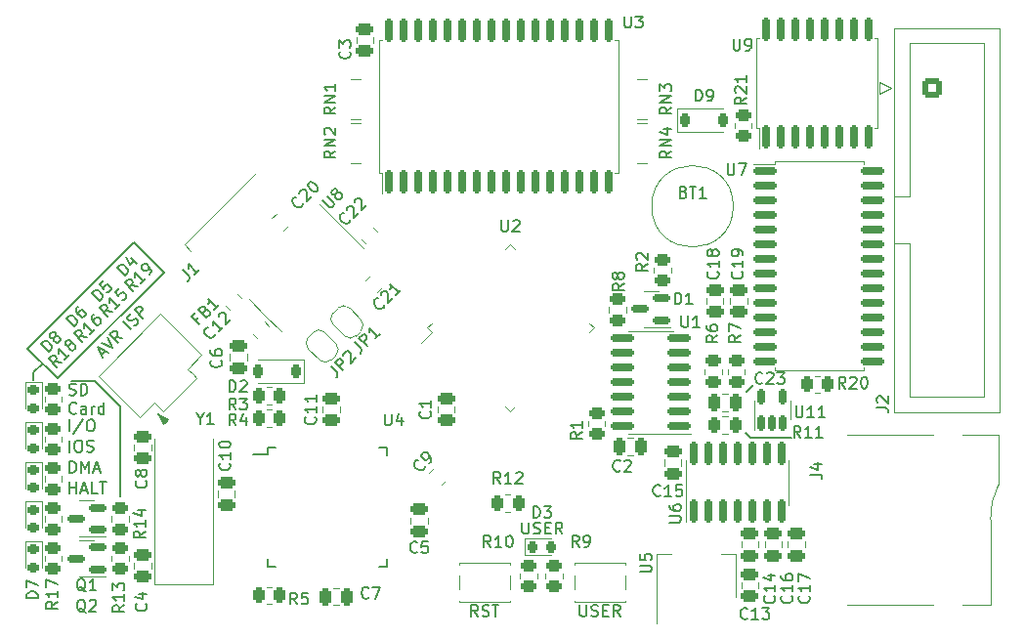
<source format=gto>
%TF.GenerationSoftware,KiCad,Pcbnew,7.0.0*%
%TF.CreationDate,2023-03-04T18:46:55+01:00*%
%TF.ProjectId,Z80Card,5a383043-6172-4642-9e6b-696361645f70,1.1*%
%TF.SameCoordinates,Original*%
%TF.FileFunction,Legend,Top*%
%TF.FilePolarity,Positive*%
%FSLAX46Y46*%
G04 Gerber Fmt 4.6, Leading zero omitted, Abs format (unit mm)*
G04 Created by KiCad (PCBNEW 7.0.0) date 2023-03-04 18:46:55*
%MOMM*%
%LPD*%
G01*
G04 APERTURE LIST*
G04 Aperture macros list*
%AMRoundRect*
0 Rectangle with rounded corners*
0 $1 Rounding radius*
0 $2 $3 $4 $5 $6 $7 $8 $9 X,Y pos of 4 corners*
0 Add a 4 corners polygon primitive as box body*
4,1,4,$2,$3,$4,$5,$6,$7,$8,$9,$2,$3,0*
0 Add four circle primitives for the rounded corners*
1,1,$1+$1,$2,$3*
1,1,$1+$1,$4,$5*
1,1,$1+$1,$6,$7*
1,1,$1+$1,$8,$9*
0 Add four rect primitives between the rounded corners*
20,1,$1+$1,$2,$3,$4,$5,0*
20,1,$1+$1,$4,$5,$6,$7,0*
20,1,$1+$1,$6,$7,$8,$9,0*
20,1,$1+$1,$8,$9,$2,$3,0*%
%AMHorizOval*
0 Thick line with rounded ends*
0 $1 width*
0 $2 $3 position (X,Y) of the first rounded end (center of the circle)*
0 $4 $5 position (X,Y) of the second rounded end (center of the circle)*
0 Add line between two ends*
20,1,$1,$2,$3,$4,$5,0*
0 Add two circle primitives to create the rounded ends*
1,1,$1,$2,$3*
1,1,$1,$4,$5*%
%AMRotRect*
0 Rectangle, with rotation*
0 The origin of the aperture is its center*
0 $1 length*
0 $2 width*
0 $3 Rotation angle, in degrees counterclockwise*
0 Add horizontal line*
21,1,$1,$2,0,0,$3*%
%AMFreePoly0*
4,1,19,0.499999,-0.750000,0.000000,-0.750000,0.000000,-0.744912,-0.071157,-0.744911,-0.207708,-0.704816,-0.327430,-0.627875,-0.420627,-0.520320,-0.479746,-0.390866,-0.500000,-0.250000,-0.500000,0.250000,-0.479746,0.390866,-0.420627,0.520320,-0.327430,0.627875,-0.207708,0.704816,-0.071157,0.744911,0.000000,0.744912,0.000000,0.750000,0.499999,0.750000,0.499999,-0.750000,0.499999,-0.750000,
$1*%
%AMFreePoly1*
4,1,19,0.000000,0.744912,0.071157,0.744911,0.207708,0.704816,0.327430,0.627875,0.420627,0.520320,0.479746,0.390866,0.500000,0.250000,0.500000,-0.250000,0.479746,-0.390866,0.420627,-0.520320,0.327430,-0.627875,0.207708,-0.704816,0.071157,-0.744911,0.000000,-0.744912,0.000000,-0.750000,-0.499999,-0.750000,-0.499999,0.750000,0.000000,0.750000,0.000000,0.744912,0.000000,0.744912,
$1*%
G04 Aperture macros list end*
%ADD10C,0.150000*%
%ADD11C,0.120000*%
%ADD12RoundRect,0.150000X0.150000X-0.512500X0.150000X0.512500X-0.150000X0.512500X-0.150000X-0.512500X0*%
%ADD13RoundRect,0.250000X-0.250000X-0.475000X0.250000X-0.475000X0.250000X0.475000X-0.250000X0.475000X0*%
%ADD14RoundRect,0.250000X0.159099X-0.512652X0.512652X-0.159099X-0.159099X0.512652X-0.512652X0.159099X0*%
%ADD15RoundRect,0.250000X0.848528X0.000000X0.000000X0.848528X-0.848528X0.000000X0.000000X-0.848528X0*%
%ADD16C,1.700000*%
%ADD17RoundRect,0.250000X0.475000X-0.250000X0.475000X0.250000X-0.475000X0.250000X-0.475000X-0.250000X0*%
%ADD18RoundRect,0.250000X-0.262500X-0.450000X0.262500X-0.450000X0.262500X0.450000X-0.262500X0.450000X0*%
%ADD19R,1.500000X0.550000*%
%ADD20R,0.550000X1.500000*%
%ADD21RoundRect,0.250000X-0.503814X-0.132583X-0.132583X-0.503814X0.503814X0.132583X0.132583X0.503814X0*%
%ADD22FreePoly0,135.000000*%
%ADD23FreePoly1,135.000000*%
%ADD24RoundRect,0.250000X-0.475000X0.250000X-0.475000X-0.250000X0.475000X-0.250000X0.475000X0.250000X0*%
%ADD25RoundRect,0.250000X-0.600000X-0.600000X0.600000X-0.600000X0.600000X0.600000X-0.600000X0.600000X0*%
%ADD26R,1.050000X0.650000*%
%ADD27RoundRect,0.250000X0.450000X-0.262500X0.450000X0.262500X-0.450000X0.262500X-0.450000X-0.262500X0*%
%ADD28R,0.900000X0.400000*%
%ADD29RoundRect,0.250000X-0.450000X0.262500X-0.450000X-0.262500X0.450000X-0.262500X0.450000X0.262500X0*%
%ADD30RoundRect,0.250000X0.250000X0.475000X-0.250000X0.475000X-0.250000X-0.475000X0.250000X-0.475000X0*%
%ADD31R,2.000000X4.500000*%
%ADD32RoundRect,0.250000X0.262500X0.450000X-0.262500X0.450000X-0.262500X-0.450000X0.262500X-0.450000X0*%
%ADD33RoundRect,0.150000X0.587500X0.150000X-0.587500X0.150000X-0.587500X-0.150000X0.587500X-0.150000X0*%
%ADD34RoundRect,0.225000X-0.225000X-0.375000X0.225000X-0.375000X0.225000X0.375000X-0.225000X0.375000X0*%
%ADD35RoundRect,0.137500X-0.327037X-0.521491X0.521491X0.327037X0.327037X0.521491X-0.521491X-0.327037X0*%
%ADD36RoundRect,0.137500X0.327037X-0.521491X0.521491X-0.327037X-0.327037X0.521491X-0.521491X0.327037X0*%
%ADD37RoundRect,0.218750X-0.256250X0.218750X-0.256250X-0.218750X0.256250X-0.218750X0.256250X0.218750X0*%
%ADD38RoundRect,0.250000X-0.512652X-0.159099X-0.159099X-0.512652X0.512652X0.159099X0.159099X0.512652X0*%
%ADD39RoundRect,0.150000X0.150000X-0.875000X0.150000X0.875000X-0.150000X0.875000X-0.150000X-0.875000X0*%
%ADD40R,0.800000X2.000000*%
%ADD41RoundRect,0.250000X-0.159099X0.512652X-0.512652X0.159099X0.159099X-0.512652X0.512652X-0.159099X0*%
%ADD42RoundRect,0.250000X0.512652X0.159099X0.159099X0.512652X-0.512652X-0.159099X-0.159099X-0.512652X0*%
%ADD43C,1.100000*%
%ADD44RotRect,2.500000X1.100000X135.000000*%
%ADD45HorizOval,1.900000X-0.565685X0.565685X0.565685X-0.565685X0*%
%ADD46RoundRect,0.150000X0.150000X-0.825000X0.150000X0.825000X-0.150000X0.825000X-0.150000X-0.825000X0*%
%ADD47RoundRect,0.218750X-0.218750X-0.256250X0.218750X-0.256250X0.218750X0.256250X-0.218750X0.256250X0*%
%ADD48R,1.500000X2.000000*%
%ADD49R,3.800000X2.000000*%
%ADD50RoundRect,0.150000X-0.875000X-0.150000X0.875000X-0.150000X0.875000X0.150000X-0.875000X0.150000X0*%
%ADD51RoundRect,0.225000X0.225000X0.375000X-0.225000X0.375000X-0.225000X-0.375000X0.225000X-0.375000X0*%
%ADD52RoundRect,0.150000X-0.689429X0.477297X0.477297X-0.689429X0.689429X-0.477297X-0.477297X0.689429X0*%
%ADD53RoundRect,0.150000X0.825000X0.150000X-0.825000X0.150000X-0.825000X-0.150000X0.825000X-0.150000X0*%
%ADD54C,1.000000*%
%ADD55R,1.600000X0.700000*%
%ADD56R,1.400000X1.200000*%
%ADD57R,2.200000X1.200000*%
%ADD58R,1.400000X1.600000*%
G04 APERTURE END LIST*
D10*
X106600000Y-101200000D02*
X108600000Y-101200000D01*
X165400000Y-106100000D02*
X165000000Y-105700000D01*
X110800000Y-103400000D02*
X110800000Y-111200000D01*
X103300000Y-100500000D02*
X103300000Y-101100000D01*
X114600000Y-91800000D02*
X105400000Y-101000000D01*
X165700000Y-101600000D02*
X165100000Y-102200000D01*
X169000000Y-106100000D02*
X165400000Y-106100000D01*
X112000000Y-89200000D02*
X114600000Y-91800000D01*
X105400000Y-101000000D02*
X102800000Y-98400000D01*
X102800000Y-98400000D02*
X112000000Y-89200000D01*
X108600000Y-101200000D02*
X110800000Y-103400000D01*
X104100000Y-99700000D02*
X103300000Y-100500000D01*
X106438095Y-109167380D02*
X106438095Y-108167380D01*
X106438095Y-108167380D02*
X106676190Y-108167380D01*
X106676190Y-108167380D02*
X106819047Y-108215000D01*
X106819047Y-108215000D02*
X106914285Y-108310238D01*
X106914285Y-108310238D02*
X106961904Y-108405476D01*
X106961904Y-108405476D02*
X107009523Y-108595952D01*
X107009523Y-108595952D02*
X107009523Y-108738809D01*
X107009523Y-108738809D02*
X106961904Y-108929285D01*
X106961904Y-108929285D02*
X106914285Y-109024523D01*
X106914285Y-109024523D02*
X106819047Y-109119761D01*
X106819047Y-109119761D02*
X106676190Y-109167380D01*
X106676190Y-109167380D02*
X106438095Y-109167380D01*
X107438095Y-109167380D02*
X107438095Y-108167380D01*
X107438095Y-108167380D02*
X107771428Y-108881666D01*
X107771428Y-108881666D02*
X108104761Y-108167380D01*
X108104761Y-108167380D02*
X108104761Y-109167380D01*
X108533333Y-108881666D02*
X109009523Y-108881666D01*
X108438095Y-109167380D02*
X108771428Y-108167380D01*
X108771428Y-108167380D02*
X109104761Y-109167380D01*
X106438095Y-110967380D02*
X106438095Y-109967380D01*
X106438095Y-110443571D02*
X107009523Y-110443571D01*
X107009523Y-110967380D02*
X107009523Y-109967380D01*
X107438095Y-110681666D02*
X107914285Y-110681666D01*
X107342857Y-110967380D02*
X107676190Y-109967380D01*
X107676190Y-109967380D02*
X108009523Y-110967380D01*
X108819047Y-110967380D02*
X108342857Y-110967380D01*
X108342857Y-110967380D02*
X108342857Y-109967380D01*
X109009524Y-109967380D02*
X109580952Y-109967380D01*
X109295238Y-110967380D02*
X109295238Y-109967380D01*
X106390476Y-102409761D02*
X106533333Y-102457380D01*
X106533333Y-102457380D02*
X106771428Y-102457380D01*
X106771428Y-102457380D02*
X106866666Y-102409761D01*
X106866666Y-102409761D02*
X106914285Y-102362142D01*
X106914285Y-102362142D02*
X106961904Y-102266904D01*
X106961904Y-102266904D02*
X106961904Y-102171666D01*
X106961904Y-102171666D02*
X106914285Y-102076428D01*
X106914285Y-102076428D02*
X106866666Y-102028809D01*
X106866666Y-102028809D02*
X106771428Y-101981190D01*
X106771428Y-101981190D02*
X106580952Y-101933571D01*
X106580952Y-101933571D02*
X106485714Y-101885952D01*
X106485714Y-101885952D02*
X106438095Y-101838333D01*
X106438095Y-101838333D02*
X106390476Y-101743095D01*
X106390476Y-101743095D02*
X106390476Y-101647857D01*
X106390476Y-101647857D02*
X106438095Y-101552619D01*
X106438095Y-101552619D02*
X106485714Y-101505000D01*
X106485714Y-101505000D02*
X106580952Y-101457380D01*
X106580952Y-101457380D02*
X106819047Y-101457380D01*
X106819047Y-101457380D02*
X106961904Y-101505000D01*
X107390476Y-102457380D02*
X107390476Y-101457380D01*
X107390476Y-101457380D02*
X107628571Y-101457380D01*
X107628571Y-101457380D02*
X107771428Y-101505000D01*
X107771428Y-101505000D02*
X107866666Y-101600238D01*
X107866666Y-101600238D02*
X107914285Y-101695476D01*
X107914285Y-101695476D02*
X107961904Y-101885952D01*
X107961904Y-101885952D02*
X107961904Y-102028809D01*
X107961904Y-102028809D02*
X107914285Y-102219285D01*
X107914285Y-102219285D02*
X107866666Y-102314523D01*
X107866666Y-102314523D02*
X107771428Y-102409761D01*
X107771428Y-102409761D02*
X107628571Y-102457380D01*
X107628571Y-102457380D02*
X107390476Y-102457380D01*
X107009523Y-103982142D02*
X106961904Y-104029761D01*
X106961904Y-104029761D02*
X106819047Y-104077380D01*
X106819047Y-104077380D02*
X106723809Y-104077380D01*
X106723809Y-104077380D02*
X106580952Y-104029761D01*
X106580952Y-104029761D02*
X106485714Y-103934523D01*
X106485714Y-103934523D02*
X106438095Y-103839285D01*
X106438095Y-103839285D02*
X106390476Y-103648809D01*
X106390476Y-103648809D02*
X106390476Y-103505952D01*
X106390476Y-103505952D02*
X106438095Y-103315476D01*
X106438095Y-103315476D02*
X106485714Y-103220238D01*
X106485714Y-103220238D02*
X106580952Y-103125000D01*
X106580952Y-103125000D02*
X106723809Y-103077380D01*
X106723809Y-103077380D02*
X106819047Y-103077380D01*
X106819047Y-103077380D02*
X106961904Y-103125000D01*
X106961904Y-103125000D02*
X107009523Y-103172619D01*
X107866666Y-104077380D02*
X107866666Y-103553571D01*
X107866666Y-103553571D02*
X107819047Y-103458333D01*
X107819047Y-103458333D02*
X107723809Y-103410714D01*
X107723809Y-103410714D02*
X107533333Y-103410714D01*
X107533333Y-103410714D02*
X107438095Y-103458333D01*
X107866666Y-104029761D02*
X107771428Y-104077380D01*
X107771428Y-104077380D02*
X107533333Y-104077380D01*
X107533333Y-104077380D02*
X107438095Y-104029761D01*
X107438095Y-104029761D02*
X107390476Y-103934523D01*
X107390476Y-103934523D02*
X107390476Y-103839285D01*
X107390476Y-103839285D02*
X107438095Y-103744047D01*
X107438095Y-103744047D02*
X107533333Y-103696428D01*
X107533333Y-103696428D02*
X107771428Y-103696428D01*
X107771428Y-103696428D02*
X107866666Y-103648809D01*
X108342857Y-104077380D02*
X108342857Y-103410714D01*
X108342857Y-103601190D02*
X108390476Y-103505952D01*
X108390476Y-103505952D02*
X108438095Y-103458333D01*
X108438095Y-103458333D02*
X108533333Y-103410714D01*
X108533333Y-103410714D02*
X108628571Y-103410714D01*
X109390476Y-104077380D02*
X109390476Y-103077380D01*
X109390476Y-104029761D02*
X109295238Y-104077380D01*
X109295238Y-104077380D02*
X109104762Y-104077380D01*
X109104762Y-104077380D02*
X109009524Y-104029761D01*
X109009524Y-104029761D02*
X108961905Y-103982142D01*
X108961905Y-103982142D02*
X108914286Y-103886904D01*
X108914286Y-103886904D02*
X108914286Y-103601190D01*
X108914286Y-103601190D02*
X108961905Y-103505952D01*
X108961905Y-103505952D02*
X109009524Y-103458333D01*
X109009524Y-103458333D02*
X109104762Y-103410714D01*
X109104762Y-103410714D02*
X109295238Y-103410714D01*
X109295238Y-103410714D02*
X109390476Y-103458333D01*
X106438095Y-107367380D02*
X106438095Y-106367380D01*
X107104761Y-106367380D02*
X107295237Y-106367380D01*
X107295237Y-106367380D02*
X107390475Y-106415000D01*
X107390475Y-106415000D02*
X107485713Y-106510238D01*
X107485713Y-106510238D02*
X107533332Y-106700714D01*
X107533332Y-106700714D02*
X107533332Y-107034047D01*
X107533332Y-107034047D02*
X107485713Y-107224523D01*
X107485713Y-107224523D02*
X107390475Y-107319761D01*
X107390475Y-107319761D02*
X107295237Y-107367380D01*
X107295237Y-107367380D02*
X107104761Y-107367380D01*
X107104761Y-107367380D02*
X107009523Y-107319761D01*
X107009523Y-107319761D02*
X106914285Y-107224523D01*
X106914285Y-107224523D02*
X106866666Y-107034047D01*
X106866666Y-107034047D02*
X106866666Y-106700714D01*
X106866666Y-106700714D02*
X106914285Y-106510238D01*
X106914285Y-106510238D02*
X107009523Y-106415000D01*
X107009523Y-106415000D02*
X107104761Y-106367380D01*
X107914285Y-107319761D02*
X108057142Y-107367380D01*
X108057142Y-107367380D02*
X108295237Y-107367380D01*
X108295237Y-107367380D02*
X108390475Y-107319761D01*
X108390475Y-107319761D02*
X108438094Y-107272142D01*
X108438094Y-107272142D02*
X108485713Y-107176904D01*
X108485713Y-107176904D02*
X108485713Y-107081666D01*
X108485713Y-107081666D02*
X108438094Y-106986428D01*
X108438094Y-106986428D02*
X108390475Y-106938809D01*
X108390475Y-106938809D02*
X108295237Y-106891190D01*
X108295237Y-106891190D02*
X108104761Y-106843571D01*
X108104761Y-106843571D02*
X108009523Y-106795952D01*
X108009523Y-106795952D02*
X107961904Y-106748333D01*
X107961904Y-106748333D02*
X107914285Y-106653095D01*
X107914285Y-106653095D02*
X107914285Y-106557857D01*
X107914285Y-106557857D02*
X107961904Y-106462619D01*
X107961904Y-106462619D02*
X108009523Y-106415000D01*
X108009523Y-106415000D02*
X108104761Y-106367380D01*
X108104761Y-106367380D02*
X108342856Y-106367380D01*
X108342856Y-106367380D02*
X108485713Y-106415000D01*
X106438095Y-105567380D02*
X106438095Y-104567380D01*
X107628570Y-104519761D02*
X106771428Y-105805476D01*
X108152380Y-104567380D02*
X108342856Y-104567380D01*
X108342856Y-104567380D02*
X108438094Y-104615000D01*
X108438094Y-104615000D02*
X108533332Y-104710238D01*
X108533332Y-104710238D02*
X108580951Y-104900714D01*
X108580951Y-104900714D02*
X108580951Y-105234047D01*
X108580951Y-105234047D02*
X108533332Y-105424523D01*
X108533332Y-105424523D02*
X108438094Y-105519761D01*
X108438094Y-105519761D02*
X108342856Y-105567380D01*
X108342856Y-105567380D02*
X108152380Y-105567380D01*
X108152380Y-105567380D02*
X108057142Y-105519761D01*
X108057142Y-105519761D02*
X107961904Y-105424523D01*
X107961904Y-105424523D02*
X107914285Y-105234047D01*
X107914285Y-105234047D02*
X107914285Y-104900714D01*
X107914285Y-104900714D02*
X107961904Y-104710238D01*
X107961904Y-104710238D02*
X108057142Y-104615000D01*
X108057142Y-104615000D02*
X108152380Y-104567380D01*
%TO.C,U11*%
X169361905Y-103367380D02*
X169361905Y-104176904D01*
X169361905Y-104176904D02*
X169409524Y-104272142D01*
X169409524Y-104272142D02*
X169457143Y-104319761D01*
X169457143Y-104319761D02*
X169552381Y-104367380D01*
X169552381Y-104367380D02*
X169742857Y-104367380D01*
X169742857Y-104367380D02*
X169838095Y-104319761D01*
X169838095Y-104319761D02*
X169885714Y-104272142D01*
X169885714Y-104272142D02*
X169933333Y-104176904D01*
X169933333Y-104176904D02*
X169933333Y-103367380D01*
X170933333Y-104367380D02*
X170361905Y-104367380D01*
X170647619Y-104367380D02*
X170647619Y-103367380D01*
X170647619Y-103367380D02*
X170552381Y-103510238D01*
X170552381Y-103510238D02*
X170457143Y-103605476D01*
X170457143Y-103605476D02*
X170361905Y-103653095D01*
X171885714Y-104367380D02*
X171314286Y-104367380D01*
X171600000Y-104367380D02*
X171600000Y-103367380D01*
X171600000Y-103367380D02*
X171504762Y-103510238D01*
X171504762Y-103510238D02*
X171409524Y-103605476D01*
X171409524Y-103605476D02*
X171314286Y-103653095D01*
%TO.C,C7*%
X132333333Y-119972142D02*
X132285714Y-120019761D01*
X132285714Y-120019761D02*
X132142857Y-120067380D01*
X132142857Y-120067380D02*
X132047619Y-120067380D01*
X132047619Y-120067380D02*
X131904762Y-120019761D01*
X131904762Y-120019761D02*
X131809524Y-119924523D01*
X131809524Y-119924523D02*
X131761905Y-119829285D01*
X131761905Y-119829285D02*
X131714286Y-119638809D01*
X131714286Y-119638809D02*
X131714286Y-119495952D01*
X131714286Y-119495952D02*
X131761905Y-119305476D01*
X131761905Y-119305476D02*
X131809524Y-119210238D01*
X131809524Y-119210238D02*
X131904762Y-119115000D01*
X131904762Y-119115000D02*
X132047619Y-119067380D01*
X132047619Y-119067380D02*
X132142857Y-119067380D01*
X132142857Y-119067380D02*
X132285714Y-119115000D01*
X132285714Y-119115000D02*
X132333333Y-119162619D01*
X132666667Y-119067380D02*
X133333333Y-119067380D01*
X133333333Y-119067380D02*
X132904762Y-120067380D01*
%TO.C,C9*%
X137186644Y-108622345D02*
X137186644Y-108689689D01*
X137186644Y-108689689D02*
X137119300Y-108824376D01*
X137119300Y-108824376D02*
X137051957Y-108891719D01*
X137051957Y-108891719D02*
X136917270Y-108959063D01*
X136917270Y-108959063D02*
X136782583Y-108959063D01*
X136782583Y-108959063D02*
X136681567Y-108925391D01*
X136681567Y-108925391D02*
X136513209Y-108824376D01*
X136513209Y-108824376D02*
X136412193Y-108723361D01*
X136412193Y-108723361D02*
X136311178Y-108555002D01*
X136311178Y-108555002D02*
X136277506Y-108453987D01*
X136277506Y-108453987D02*
X136277506Y-108319300D01*
X136277506Y-108319300D02*
X136344850Y-108184613D01*
X136344850Y-108184613D02*
X136412193Y-108117269D01*
X136412193Y-108117269D02*
X136546880Y-108049926D01*
X136546880Y-108049926D02*
X136614224Y-108049926D01*
X137590705Y-108352971D02*
X137725392Y-108218284D01*
X137725392Y-108218284D02*
X137759064Y-108117269D01*
X137759064Y-108117269D02*
X137759064Y-108049926D01*
X137759064Y-108049926D02*
X137725392Y-107881567D01*
X137725392Y-107881567D02*
X137624377Y-107713208D01*
X137624377Y-107713208D02*
X137355003Y-107443834D01*
X137355003Y-107443834D02*
X137253987Y-107410162D01*
X137253987Y-107410162D02*
X137186644Y-107410162D01*
X137186644Y-107410162D02*
X137085629Y-107443834D01*
X137085629Y-107443834D02*
X136950942Y-107578521D01*
X136950942Y-107578521D02*
X136917270Y-107679536D01*
X136917270Y-107679536D02*
X136917270Y-107746880D01*
X136917270Y-107746880D02*
X136950942Y-107847895D01*
X136950942Y-107847895D02*
X137119300Y-108016254D01*
X137119300Y-108016254D02*
X137220316Y-108049926D01*
X137220316Y-108049926D02*
X137287659Y-108049926D01*
X137287659Y-108049926D02*
X137388674Y-108016254D01*
X137388674Y-108016254D02*
X137523361Y-107881567D01*
X137523361Y-107881567D02*
X137557033Y-107780552D01*
X137557033Y-107780552D02*
X137557033Y-107713208D01*
X137557033Y-107713208D02*
X137523361Y-107612193D01*
%TO.C,J3*%
X109162027Y-98953466D02*
X109498745Y-98616748D01*
X109296714Y-99222840D02*
X108825310Y-98280031D01*
X108825310Y-98280031D02*
X109768119Y-98751435D01*
X109195699Y-97909641D02*
X110138508Y-98381046D01*
X110138508Y-98381046D02*
X109667104Y-97438237D01*
X111013974Y-97505580D02*
X110441554Y-97404565D01*
X110609913Y-97909641D02*
X109902806Y-97202534D01*
X109902806Y-97202534D02*
X110172180Y-96933160D01*
X110172180Y-96933160D02*
X110273195Y-96899489D01*
X110273195Y-96899489D02*
X110340539Y-96899489D01*
X110340539Y-96899489D02*
X110441554Y-96933160D01*
X110441554Y-96933160D02*
X110542569Y-97034176D01*
X110542569Y-97034176D02*
X110576241Y-97135191D01*
X110576241Y-97135191D02*
X110576241Y-97202534D01*
X110576241Y-97202534D02*
X110542569Y-97303550D01*
X110542569Y-97303550D02*
X110273195Y-97572924D01*
X111741284Y-96778270D02*
X111034177Y-96071164D01*
X112010657Y-96441553D02*
X112145344Y-96374210D01*
X112145344Y-96374210D02*
X112313703Y-96205851D01*
X112313703Y-96205851D02*
X112347375Y-96104836D01*
X112347375Y-96104836D02*
X112347375Y-96037492D01*
X112347375Y-96037492D02*
X112313703Y-95936477D01*
X112313703Y-95936477D02*
X112246360Y-95869133D01*
X112246360Y-95869133D02*
X112145344Y-95835462D01*
X112145344Y-95835462D02*
X112078001Y-95835462D01*
X112078001Y-95835462D02*
X111976986Y-95869133D01*
X111976986Y-95869133D02*
X111808627Y-95970149D01*
X111808627Y-95970149D02*
X111707612Y-96003820D01*
X111707612Y-96003820D02*
X111640268Y-96003820D01*
X111640268Y-96003820D02*
X111539253Y-95970149D01*
X111539253Y-95970149D02*
X111471909Y-95902805D01*
X111471909Y-95902805D02*
X111438238Y-95801790D01*
X111438238Y-95801790D02*
X111438238Y-95734446D01*
X111438238Y-95734446D02*
X111471909Y-95633431D01*
X111471909Y-95633431D02*
X111640268Y-95465072D01*
X111640268Y-95465072D02*
X111774955Y-95397729D01*
X112751436Y-95768118D02*
X112044329Y-95061011D01*
X112044329Y-95061011D02*
X112313703Y-94791637D01*
X112313703Y-94791637D02*
X112414718Y-94757966D01*
X112414718Y-94757966D02*
X112482062Y-94757966D01*
X112482062Y-94757966D02*
X112583077Y-94791637D01*
X112583077Y-94791637D02*
X112684092Y-94892653D01*
X112684092Y-94892653D02*
X112717764Y-94993668D01*
X112717764Y-94993668D02*
X112717764Y-95061011D01*
X112717764Y-95061011D02*
X112684092Y-95162027D01*
X112684092Y-95162027D02*
X112414718Y-95431401D01*
%TO.C,C19*%
X164672142Y-91742857D02*
X164719761Y-91790476D01*
X164719761Y-91790476D02*
X164767380Y-91933333D01*
X164767380Y-91933333D02*
X164767380Y-92028571D01*
X164767380Y-92028571D02*
X164719761Y-92171428D01*
X164719761Y-92171428D02*
X164624523Y-92266666D01*
X164624523Y-92266666D02*
X164529285Y-92314285D01*
X164529285Y-92314285D02*
X164338809Y-92361904D01*
X164338809Y-92361904D02*
X164195952Y-92361904D01*
X164195952Y-92361904D02*
X164005476Y-92314285D01*
X164005476Y-92314285D02*
X163910238Y-92266666D01*
X163910238Y-92266666D02*
X163815000Y-92171428D01*
X163815000Y-92171428D02*
X163767380Y-92028571D01*
X163767380Y-92028571D02*
X163767380Y-91933333D01*
X163767380Y-91933333D02*
X163815000Y-91790476D01*
X163815000Y-91790476D02*
X163862619Y-91742857D01*
X164767380Y-90790476D02*
X164767380Y-91361904D01*
X164767380Y-91076190D02*
X163767380Y-91076190D01*
X163767380Y-91076190D02*
X163910238Y-91171428D01*
X163910238Y-91171428D02*
X164005476Y-91266666D01*
X164005476Y-91266666D02*
X164053095Y-91361904D01*
X164767380Y-90314285D02*
X164767380Y-90123809D01*
X164767380Y-90123809D02*
X164719761Y-90028571D01*
X164719761Y-90028571D02*
X164672142Y-89980952D01*
X164672142Y-89980952D02*
X164529285Y-89885714D01*
X164529285Y-89885714D02*
X164338809Y-89838095D01*
X164338809Y-89838095D02*
X163957857Y-89838095D01*
X163957857Y-89838095D02*
X163862619Y-89885714D01*
X163862619Y-89885714D02*
X163815000Y-89933333D01*
X163815000Y-89933333D02*
X163767380Y-90028571D01*
X163767380Y-90028571D02*
X163767380Y-90219047D01*
X163767380Y-90219047D02*
X163815000Y-90314285D01*
X163815000Y-90314285D02*
X163862619Y-90361904D01*
X163862619Y-90361904D02*
X163957857Y-90409523D01*
X163957857Y-90409523D02*
X164195952Y-90409523D01*
X164195952Y-90409523D02*
X164291190Y-90361904D01*
X164291190Y-90361904D02*
X164338809Y-90314285D01*
X164338809Y-90314285D02*
X164386428Y-90219047D01*
X164386428Y-90219047D02*
X164386428Y-90028571D01*
X164386428Y-90028571D02*
X164338809Y-89933333D01*
X164338809Y-89933333D02*
X164291190Y-89885714D01*
X164291190Y-89885714D02*
X164195952Y-89838095D01*
%TO.C,R3*%
X120833333Y-103717380D02*
X120500000Y-103241190D01*
X120261905Y-103717380D02*
X120261905Y-102717380D01*
X120261905Y-102717380D02*
X120642857Y-102717380D01*
X120642857Y-102717380D02*
X120738095Y-102765000D01*
X120738095Y-102765000D02*
X120785714Y-102812619D01*
X120785714Y-102812619D02*
X120833333Y-102907857D01*
X120833333Y-102907857D02*
X120833333Y-103050714D01*
X120833333Y-103050714D02*
X120785714Y-103145952D01*
X120785714Y-103145952D02*
X120738095Y-103193571D01*
X120738095Y-103193571D02*
X120642857Y-103241190D01*
X120642857Y-103241190D02*
X120261905Y-103241190D01*
X121166667Y-102717380D02*
X121785714Y-102717380D01*
X121785714Y-102717380D02*
X121452381Y-103098333D01*
X121452381Y-103098333D02*
X121595238Y-103098333D01*
X121595238Y-103098333D02*
X121690476Y-103145952D01*
X121690476Y-103145952D02*
X121738095Y-103193571D01*
X121738095Y-103193571D02*
X121785714Y-103288809D01*
X121785714Y-103288809D02*
X121785714Y-103526904D01*
X121785714Y-103526904D02*
X121738095Y-103622142D01*
X121738095Y-103622142D02*
X121690476Y-103669761D01*
X121690476Y-103669761D02*
X121595238Y-103717380D01*
X121595238Y-103717380D02*
X121309524Y-103717380D01*
X121309524Y-103717380D02*
X121214286Y-103669761D01*
X121214286Y-103669761D02*
X121166667Y-103622142D01*
%TO.C,U4*%
X133738095Y-104067380D02*
X133738095Y-104876904D01*
X133738095Y-104876904D02*
X133785714Y-104972142D01*
X133785714Y-104972142D02*
X133833333Y-105019761D01*
X133833333Y-105019761D02*
X133928571Y-105067380D01*
X133928571Y-105067380D02*
X134119047Y-105067380D01*
X134119047Y-105067380D02*
X134214285Y-105019761D01*
X134214285Y-105019761D02*
X134261904Y-104972142D01*
X134261904Y-104972142D02*
X134309523Y-104876904D01*
X134309523Y-104876904D02*
X134309523Y-104067380D01*
X135214285Y-104400714D02*
X135214285Y-105067380D01*
X134976190Y-104019761D02*
X134738095Y-104734047D01*
X134738095Y-104734047D02*
X135357142Y-104734047D01*
%TO.C,FB1*%
X117550132Y-95728644D02*
X117314430Y-95964346D01*
X117684819Y-96334735D02*
X116977712Y-95627628D01*
X116977712Y-95627628D02*
X117314430Y-95290911D01*
X118156224Y-95122552D02*
X118290911Y-95055208D01*
X118290911Y-95055208D02*
X118358254Y-95055208D01*
X118358254Y-95055208D02*
X118459269Y-95088880D01*
X118459269Y-95088880D02*
X118560285Y-95189895D01*
X118560285Y-95189895D02*
X118593956Y-95290911D01*
X118593956Y-95290911D02*
X118593956Y-95358254D01*
X118593956Y-95358254D02*
X118560285Y-95459269D01*
X118560285Y-95459269D02*
X118290911Y-95728643D01*
X118290911Y-95728643D02*
X117583804Y-95021537D01*
X117583804Y-95021537D02*
X117819506Y-94785834D01*
X117819506Y-94785834D02*
X117920521Y-94752163D01*
X117920521Y-94752163D02*
X117987865Y-94752163D01*
X117987865Y-94752163D02*
X118088880Y-94785834D01*
X118088880Y-94785834D02*
X118156224Y-94853178D01*
X118156224Y-94853178D02*
X118189895Y-94954193D01*
X118189895Y-94954193D02*
X118189895Y-95021537D01*
X118189895Y-95021537D02*
X118156224Y-95122552D01*
X118156224Y-95122552D02*
X117920521Y-95358254D01*
X119368407Y-94651147D02*
X118964346Y-95055208D01*
X119166376Y-94853178D02*
X118459269Y-94146071D01*
X118459269Y-94146071D02*
X118492941Y-94314430D01*
X118492941Y-94314430D02*
X118492941Y-94449117D01*
X118492941Y-94449117D02*
X118459269Y-94550132D01*
%TO.C,JP2*%
X129063415Y-99941926D02*
X129568491Y-100447002D01*
X129568491Y-100447002D02*
X129635834Y-100581689D01*
X129635834Y-100581689D02*
X129635834Y-100716376D01*
X129635834Y-100716376D02*
X129568491Y-100851063D01*
X129568491Y-100851063D02*
X129501147Y-100918407D01*
X130107239Y-100312315D02*
X129400132Y-99605208D01*
X129400132Y-99605208D02*
X129669506Y-99335834D01*
X129669506Y-99335834D02*
X129770521Y-99302163D01*
X129770521Y-99302163D02*
X129837865Y-99302163D01*
X129837865Y-99302163D02*
X129938880Y-99335834D01*
X129938880Y-99335834D02*
X130039895Y-99436850D01*
X130039895Y-99436850D02*
X130073567Y-99537865D01*
X130073567Y-99537865D02*
X130073567Y-99605208D01*
X130073567Y-99605208D02*
X130039895Y-99706224D01*
X130039895Y-99706224D02*
X129770521Y-99975598D01*
X130140911Y-98999117D02*
X130140911Y-98931773D01*
X130140911Y-98931773D02*
X130174582Y-98830758D01*
X130174582Y-98830758D02*
X130342941Y-98662399D01*
X130342941Y-98662399D02*
X130443957Y-98628728D01*
X130443957Y-98628728D02*
X130511300Y-98628728D01*
X130511300Y-98628728D02*
X130612315Y-98662399D01*
X130612315Y-98662399D02*
X130679659Y-98729743D01*
X130679659Y-98729743D02*
X130747002Y-98864430D01*
X130747002Y-98864430D02*
X130747002Y-99672552D01*
X130747002Y-99672552D02*
X131184735Y-99234819D01*
%TO.C,C6*%
X119522142Y-99416666D02*
X119569761Y-99464285D01*
X119569761Y-99464285D02*
X119617380Y-99607142D01*
X119617380Y-99607142D02*
X119617380Y-99702380D01*
X119617380Y-99702380D02*
X119569761Y-99845237D01*
X119569761Y-99845237D02*
X119474523Y-99940475D01*
X119474523Y-99940475D02*
X119379285Y-99988094D01*
X119379285Y-99988094D02*
X119188809Y-100035713D01*
X119188809Y-100035713D02*
X119045952Y-100035713D01*
X119045952Y-100035713D02*
X118855476Y-99988094D01*
X118855476Y-99988094D02*
X118760238Y-99940475D01*
X118760238Y-99940475D02*
X118665000Y-99845237D01*
X118665000Y-99845237D02*
X118617380Y-99702380D01*
X118617380Y-99702380D02*
X118617380Y-99607142D01*
X118617380Y-99607142D02*
X118665000Y-99464285D01*
X118665000Y-99464285D02*
X118712619Y-99416666D01*
X118617380Y-98559523D02*
X118617380Y-98749999D01*
X118617380Y-98749999D02*
X118665000Y-98845237D01*
X118665000Y-98845237D02*
X118712619Y-98892856D01*
X118712619Y-98892856D02*
X118855476Y-98988094D01*
X118855476Y-98988094D02*
X119045952Y-99035713D01*
X119045952Y-99035713D02*
X119426904Y-99035713D01*
X119426904Y-99035713D02*
X119522142Y-98988094D01*
X119522142Y-98988094D02*
X119569761Y-98940475D01*
X119569761Y-98940475D02*
X119617380Y-98845237D01*
X119617380Y-98845237D02*
X119617380Y-98654761D01*
X119617380Y-98654761D02*
X119569761Y-98559523D01*
X119569761Y-98559523D02*
X119522142Y-98511904D01*
X119522142Y-98511904D02*
X119426904Y-98464285D01*
X119426904Y-98464285D02*
X119188809Y-98464285D01*
X119188809Y-98464285D02*
X119093571Y-98511904D01*
X119093571Y-98511904D02*
X119045952Y-98559523D01*
X119045952Y-98559523D02*
X118998333Y-98654761D01*
X118998333Y-98654761D02*
X118998333Y-98845237D01*
X118998333Y-98845237D02*
X119045952Y-98940475D01*
X119045952Y-98940475D02*
X119093571Y-98988094D01*
X119093571Y-98988094D02*
X119188809Y-99035713D01*
%TO.C,J2*%
X176367380Y-103533333D02*
X177081666Y-103533333D01*
X177081666Y-103533333D02*
X177224523Y-103580952D01*
X177224523Y-103580952D02*
X177319761Y-103676190D01*
X177319761Y-103676190D02*
X177367380Y-103819047D01*
X177367380Y-103819047D02*
X177367380Y-103914285D01*
X176462619Y-103104761D02*
X176415000Y-103057142D01*
X176415000Y-103057142D02*
X176367380Y-102961904D01*
X176367380Y-102961904D02*
X176367380Y-102723809D01*
X176367380Y-102723809D02*
X176415000Y-102628571D01*
X176415000Y-102628571D02*
X176462619Y-102580952D01*
X176462619Y-102580952D02*
X176557857Y-102533333D01*
X176557857Y-102533333D02*
X176653095Y-102533333D01*
X176653095Y-102533333D02*
X176795952Y-102580952D01*
X176795952Y-102580952D02*
X177367380Y-103152380D01*
X177367380Y-103152380D02*
X177367380Y-102533333D01*
%TO.C,C15*%
X157607142Y-111122142D02*
X157559523Y-111169761D01*
X157559523Y-111169761D02*
X157416666Y-111217380D01*
X157416666Y-111217380D02*
X157321428Y-111217380D01*
X157321428Y-111217380D02*
X157178571Y-111169761D01*
X157178571Y-111169761D02*
X157083333Y-111074523D01*
X157083333Y-111074523D02*
X157035714Y-110979285D01*
X157035714Y-110979285D02*
X156988095Y-110788809D01*
X156988095Y-110788809D02*
X156988095Y-110645952D01*
X156988095Y-110645952D02*
X157035714Y-110455476D01*
X157035714Y-110455476D02*
X157083333Y-110360238D01*
X157083333Y-110360238D02*
X157178571Y-110265000D01*
X157178571Y-110265000D02*
X157321428Y-110217380D01*
X157321428Y-110217380D02*
X157416666Y-110217380D01*
X157416666Y-110217380D02*
X157559523Y-110265000D01*
X157559523Y-110265000D02*
X157607142Y-110312619D01*
X158559523Y-111217380D02*
X157988095Y-111217380D01*
X158273809Y-111217380D02*
X158273809Y-110217380D01*
X158273809Y-110217380D02*
X158178571Y-110360238D01*
X158178571Y-110360238D02*
X158083333Y-110455476D01*
X158083333Y-110455476D02*
X157988095Y-110503095D01*
X159464285Y-110217380D02*
X158988095Y-110217380D01*
X158988095Y-110217380D02*
X158940476Y-110693571D01*
X158940476Y-110693571D02*
X158988095Y-110645952D01*
X158988095Y-110645952D02*
X159083333Y-110598333D01*
X159083333Y-110598333D02*
X159321428Y-110598333D01*
X159321428Y-110598333D02*
X159416666Y-110645952D01*
X159416666Y-110645952D02*
X159464285Y-110693571D01*
X159464285Y-110693571D02*
X159511904Y-110788809D01*
X159511904Y-110788809D02*
X159511904Y-111026904D01*
X159511904Y-111026904D02*
X159464285Y-111122142D01*
X159464285Y-111122142D02*
X159416666Y-111169761D01*
X159416666Y-111169761D02*
X159321428Y-111217380D01*
X159321428Y-111217380D02*
X159083333Y-111217380D01*
X159083333Y-111217380D02*
X158988095Y-111169761D01*
X158988095Y-111169761D02*
X158940476Y-111122142D01*
%TO.C,SW2*%
X141802380Y-121617380D02*
X141469047Y-121141190D01*
X141230952Y-121617380D02*
X141230952Y-120617380D01*
X141230952Y-120617380D02*
X141611904Y-120617380D01*
X141611904Y-120617380D02*
X141707142Y-120665000D01*
X141707142Y-120665000D02*
X141754761Y-120712619D01*
X141754761Y-120712619D02*
X141802380Y-120807857D01*
X141802380Y-120807857D02*
X141802380Y-120950714D01*
X141802380Y-120950714D02*
X141754761Y-121045952D01*
X141754761Y-121045952D02*
X141707142Y-121093571D01*
X141707142Y-121093571D02*
X141611904Y-121141190D01*
X141611904Y-121141190D02*
X141230952Y-121141190D01*
X142183333Y-121569761D02*
X142326190Y-121617380D01*
X142326190Y-121617380D02*
X142564285Y-121617380D01*
X142564285Y-121617380D02*
X142659523Y-121569761D01*
X142659523Y-121569761D02*
X142707142Y-121522142D01*
X142707142Y-121522142D02*
X142754761Y-121426904D01*
X142754761Y-121426904D02*
X142754761Y-121331666D01*
X142754761Y-121331666D02*
X142707142Y-121236428D01*
X142707142Y-121236428D02*
X142659523Y-121188809D01*
X142659523Y-121188809D02*
X142564285Y-121141190D01*
X142564285Y-121141190D02*
X142373809Y-121093571D01*
X142373809Y-121093571D02*
X142278571Y-121045952D01*
X142278571Y-121045952D02*
X142230952Y-120998333D01*
X142230952Y-120998333D02*
X142183333Y-120903095D01*
X142183333Y-120903095D02*
X142183333Y-120807857D01*
X142183333Y-120807857D02*
X142230952Y-120712619D01*
X142230952Y-120712619D02*
X142278571Y-120665000D01*
X142278571Y-120665000D02*
X142373809Y-120617380D01*
X142373809Y-120617380D02*
X142611904Y-120617380D01*
X142611904Y-120617380D02*
X142754761Y-120665000D01*
X143040476Y-120617380D02*
X143611904Y-120617380D01*
X143326190Y-121617380D02*
X143326190Y-120617380D01*
%TO.C,R8*%
X154467380Y-92766666D02*
X153991190Y-93099999D01*
X154467380Y-93338094D02*
X153467380Y-93338094D01*
X153467380Y-93338094D02*
X153467380Y-92957142D01*
X153467380Y-92957142D02*
X153515000Y-92861904D01*
X153515000Y-92861904D02*
X153562619Y-92814285D01*
X153562619Y-92814285D02*
X153657857Y-92766666D01*
X153657857Y-92766666D02*
X153800714Y-92766666D01*
X153800714Y-92766666D02*
X153895952Y-92814285D01*
X153895952Y-92814285D02*
X153943571Y-92861904D01*
X153943571Y-92861904D02*
X153991190Y-92957142D01*
X153991190Y-92957142D02*
X153991190Y-93338094D01*
X153895952Y-92195237D02*
X153848333Y-92290475D01*
X153848333Y-92290475D02*
X153800714Y-92338094D01*
X153800714Y-92338094D02*
X153705476Y-92385713D01*
X153705476Y-92385713D02*
X153657857Y-92385713D01*
X153657857Y-92385713D02*
X153562619Y-92338094D01*
X153562619Y-92338094D02*
X153515000Y-92290475D01*
X153515000Y-92290475D02*
X153467380Y-92195237D01*
X153467380Y-92195237D02*
X153467380Y-92004761D01*
X153467380Y-92004761D02*
X153515000Y-91909523D01*
X153515000Y-91909523D02*
X153562619Y-91861904D01*
X153562619Y-91861904D02*
X153657857Y-91814285D01*
X153657857Y-91814285D02*
X153705476Y-91814285D01*
X153705476Y-91814285D02*
X153800714Y-91861904D01*
X153800714Y-91861904D02*
X153848333Y-91909523D01*
X153848333Y-91909523D02*
X153895952Y-92004761D01*
X153895952Y-92004761D02*
X153895952Y-92195237D01*
X153895952Y-92195237D02*
X153943571Y-92290475D01*
X153943571Y-92290475D02*
X153991190Y-92338094D01*
X153991190Y-92338094D02*
X154086428Y-92385713D01*
X154086428Y-92385713D02*
X154276904Y-92385713D01*
X154276904Y-92385713D02*
X154372142Y-92338094D01*
X154372142Y-92338094D02*
X154419761Y-92290475D01*
X154419761Y-92290475D02*
X154467380Y-92195237D01*
X154467380Y-92195237D02*
X154467380Y-92004761D01*
X154467380Y-92004761D02*
X154419761Y-91909523D01*
X154419761Y-91909523D02*
X154372142Y-91861904D01*
X154372142Y-91861904D02*
X154276904Y-91814285D01*
X154276904Y-91814285D02*
X154086428Y-91814285D01*
X154086428Y-91814285D02*
X153991190Y-91861904D01*
X153991190Y-91861904D02*
X153943571Y-91909523D01*
X153943571Y-91909523D02*
X153895952Y-92004761D01*
%TO.C,RN1*%
X129467380Y-77490476D02*
X128991190Y-77823809D01*
X129467380Y-78061904D02*
X128467380Y-78061904D01*
X128467380Y-78061904D02*
X128467380Y-77680952D01*
X128467380Y-77680952D02*
X128515000Y-77585714D01*
X128515000Y-77585714D02*
X128562619Y-77538095D01*
X128562619Y-77538095D02*
X128657857Y-77490476D01*
X128657857Y-77490476D02*
X128800714Y-77490476D01*
X128800714Y-77490476D02*
X128895952Y-77538095D01*
X128895952Y-77538095D02*
X128943571Y-77585714D01*
X128943571Y-77585714D02*
X128991190Y-77680952D01*
X128991190Y-77680952D02*
X128991190Y-78061904D01*
X129467380Y-77061904D02*
X128467380Y-77061904D01*
X128467380Y-77061904D02*
X129467380Y-76490476D01*
X129467380Y-76490476D02*
X128467380Y-76490476D01*
X129467380Y-75490476D02*
X129467380Y-76061904D01*
X129467380Y-75776190D02*
X128467380Y-75776190D01*
X128467380Y-75776190D02*
X128610238Y-75871428D01*
X128610238Y-75871428D02*
X128705476Y-75966666D01*
X128705476Y-75966666D02*
X128753095Y-76061904D01*
%TO.C,R16*%
X107905208Y-97414346D02*
X107332789Y-97313330D01*
X107501147Y-97818407D02*
X106794041Y-97111300D01*
X106794041Y-97111300D02*
X107063415Y-96841926D01*
X107063415Y-96841926D02*
X107164430Y-96808254D01*
X107164430Y-96808254D02*
X107231773Y-96808254D01*
X107231773Y-96808254D02*
X107332789Y-96841926D01*
X107332789Y-96841926D02*
X107433804Y-96942941D01*
X107433804Y-96942941D02*
X107467476Y-97043956D01*
X107467476Y-97043956D02*
X107467476Y-97111300D01*
X107467476Y-97111300D02*
X107433804Y-97212315D01*
X107433804Y-97212315D02*
X107164430Y-97481689D01*
X108578643Y-96740911D02*
X108174582Y-97144972D01*
X108376613Y-96942941D02*
X107669506Y-96235834D01*
X107669506Y-96235834D02*
X107703178Y-96404193D01*
X107703178Y-96404193D02*
X107703178Y-96538880D01*
X107703178Y-96538880D02*
X107669506Y-96639895D01*
X108477628Y-95427712D02*
X108342941Y-95562399D01*
X108342941Y-95562399D02*
X108309269Y-95663415D01*
X108309269Y-95663415D02*
X108309269Y-95730758D01*
X108309269Y-95730758D02*
X108342941Y-95899117D01*
X108342941Y-95899117D02*
X108443956Y-96067476D01*
X108443956Y-96067476D02*
X108713330Y-96336850D01*
X108713330Y-96336850D02*
X108814346Y-96370521D01*
X108814346Y-96370521D02*
X108881689Y-96370521D01*
X108881689Y-96370521D02*
X108982704Y-96336850D01*
X108982704Y-96336850D02*
X109117391Y-96202163D01*
X109117391Y-96202163D02*
X109151063Y-96101147D01*
X109151063Y-96101147D02*
X109151063Y-96033804D01*
X109151063Y-96033804D02*
X109117391Y-95932789D01*
X109117391Y-95932789D02*
X108949033Y-95764430D01*
X108949033Y-95764430D02*
X108848017Y-95730758D01*
X108848017Y-95730758D02*
X108780674Y-95730758D01*
X108780674Y-95730758D02*
X108679659Y-95764430D01*
X108679659Y-95764430D02*
X108544972Y-95899117D01*
X108544972Y-95899117D02*
X108511300Y-96000132D01*
X108511300Y-96000132D02*
X108511300Y-96067476D01*
X108511300Y-96067476D02*
X108544972Y-96168491D01*
%TO.C,RN2*%
X129467380Y-81290476D02*
X128991190Y-81623809D01*
X129467380Y-81861904D02*
X128467380Y-81861904D01*
X128467380Y-81861904D02*
X128467380Y-81480952D01*
X128467380Y-81480952D02*
X128515000Y-81385714D01*
X128515000Y-81385714D02*
X128562619Y-81338095D01*
X128562619Y-81338095D02*
X128657857Y-81290476D01*
X128657857Y-81290476D02*
X128800714Y-81290476D01*
X128800714Y-81290476D02*
X128895952Y-81338095D01*
X128895952Y-81338095D02*
X128943571Y-81385714D01*
X128943571Y-81385714D02*
X128991190Y-81480952D01*
X128991190Y-81480952D02*
X128991190Y-81861904D01*
X129467380Y-80861904D02*
X128467380Y-80861904D01*
X128467380Y-80861904D02*
X129467380Y-80290476D01*
X129467380Y-80290476D02*
X128467380Y-80290476D01*
X128562619Y-79861904D02*
X128515000Y-79814285D01*
X128515000Y-79814285D02*
X128467380Y-79719047D01*
X128467380Y-79719047D02*
X128467380Y-79480952D01*
X128467380Y-79480952D02*
X128515000Y-79385714D01*
X128515000Y-79385714D02*
X128562619Y-79338095D01*
X128562619Y-79338095D02*
X128657857Y-79290476D01*
X128657857Y-79290476D02*
X128753095Y-79290476D01*
X128753095Y-79290476D02*
X128895952Y-79338095D01*
X128895952Y-79338095D02*
X129467380Y-79909523D01*
X129467380Y-79909523D02*
X129467380Y-79290476D01*
%TO.C,R13*%
X111167380Y-120642857D02*
X110691190Y-120976190D01*
X111167380Y-121214285D02*
X110167380Y-121214285D01*
X110167380Y-121214285D02*
X110167380Y-120833333D01*
X110167380Y-120833333D02*
X110215000Y-120738095D01*
X110215000Y-120738095D02*
X110262619Y-120690476D01*
X110262619Y-120690476D02*
X110357857Y-120642857D01*
X110357857Y-120642857D02*
X110500714Y-120642857D01*
X110500714Y-120642857D02*
X110595952Y-120690476D01*
X110595952Y-120690476D02*
X110643571Y-120738095D01*
X110643571Y-120738095D02*
X110691190Y-120833333D01*
X110691190Y-120833333D02*
X110691190Y-121214285D01*
X111167380Y-119690476D02*
X111167380Y-120261904D01*
X111167380Y-119976190D02*
X110167380Y-119976190D01*
X110167380Y-119976190D02*
X110310238Y-120071428D01*
X110310238Y-120071428D02*
X110405476Y-120166666D01*
X110405476Y-120166666D02*
X110453095Y-120261904D01*
X110167380Y-119357142D02*
X110167380Y-118738095D01*
X110167380Y-118738095D02*
X110548333Y-119071428D01*
X110548333Y-119071428D02*
X110548333Y-118928571D01*
X110548333Y-118928571D02*
X110595952Y-118833333D01*
X110595952Y-118833333D02*
X110643571Y-118785714D01*
X110643571Y-118785714D02*
X110738809Y-118738095D01*
X110738809Y-118738095D02*
X110976904Y-118738095D01*
X110976904Y-118738095D02*
X111072142Y-118785714D01*
X111072142Y-118785714D02*
X111119761Y-118833333D01*
X111119761Y-118833333D02*
X111167380Y-118928571D01*
X111167380Y-118928571D02*
X111167380Y-119214285D01*
X111167380Y-119214285D02*
X111119761Y-119309523D01*
X111119761Y-119309523D02*
X111072142Y-119357142D01*
%TO.C,C23*%
X166457142Y-101372142D02*
X166409523Y-101419761D01*
X166409523Y-101419761D02*
X166266666Y-101467380D01*
X166266666Y-101467380D02*
X166171428Y-101467380D01*
X166171428Y-101467380D02*
X166028571Y-101419761D01*
X166028571Y-101419761D02*
X165933333Y-101324523D01*
X165933333Y-101324523D02*
X165885714Y-101229285D01*
X165885714Y-101229285D02*
X165838095Y-101038809D01*
X165838095Y-101038809D02*
X165838095Y-100895952D01*
X165838095Y-100895952D02*
X165885714Y-100705476D01*
X165885714Y-100705476D02*
X165933333Y-100610238D01*
X165933333Y-100610238D02*
X166028571Y-100515000D01*
X166028571Y-100515000D02*
X166171428Y-100467380D01*
X166171428Y-100467380D02*
X166266666Y-100467380D01*
X166266666Y-100467380D02*
X166409523Y-100515000D01*
X166409523Y-100515000D02*
X166457142Y-100562619D01*
X166838095Y-100562619D02*
X166885714Y-100515000D01*
X166885714Y-100515000D02*
X166980952Y-100467380D01*
X166980952Y-100467380D02*
X167219047Y-100467380D01*
X167219047Y-100467380D02*
X167314285Y-100515000D01*
X167314285Y-100515000D02*
X167361904Y-100562619D01*
X167361904Y-100562619D02*
X167409523Y-100657857D01*
X167409523Y-100657857D02*
X167409523Y-100753095D01*
X167409523Y-100753095D02*
X167361904Y-100895952D01*
X167361904Y-100895952D02*
X166790476Y-101467380D01*
X166790476Y-101467380D02*
X167409523Y-101467380D01*
X167742857Y-100467380D02*
X168361904Y-100467380D01*
X168361904Y-100467380D02*
X168028571Y-100848333D01*
X168028571Y-100848333D02*
X168171428Y-100848333D01*
X168171428Y-100848333D02*
X168266666Y-100895952D01*
X168266666Y-100895952D02*
X168314285Y-100943571D01*
X168314285Y-100943571D02*
X168361904Y-101038809D01*
X168361904Y-101038809D02*
X168361904Y-101276904D01*
X168361904Y-101276904D02*
X168314285Y-101372142D01*
X168314285Y-101372142D02*
X168266666Y-101419761D01*
X168266666Y-101419761D02*
X168171428Y-101467380D01*
X168171428Y-101467380D02*
X167885714Y-101467380D01*
X167885714Y-101467380D02*
X167790476Y-101419761D01*
X167790476Y-101419761D02*
X167742857Y-101372142D01*
%TO.C,R1*%
X150817380Y-105666666D02*
X150341190Y-105999999D01*
X150817380Y-106238094D02*
X149817380Y-106238094D01*
X149817380Y-106238094D02*
X149817380Y-105857142D01*
X149817380Y-105857142D02*
X149865000Y-105761904D01*
X149865000Y-105761904D02*
X149912619Y-105714285D01*
X149912619Y-105714285D02*
X150007857Y-105666666D01*
X150007857Y-105666666D02*
X150150714Y-105666666D01*
X150150714Y-105666666D02*
X150245952Y-105714285D01*
X150245952Y-105714285D02*
X150293571Y-105761904D01*
X150293571Y-105761904D02*
X150341190Y-105857142D01*
X150341190Y-105857142D02*
X150341190Y-106238094D01*
X150817380Y-104714285D02*
X150817380Y-105285713D01*
X150817380Y-104999999D02*
X149817380Y-104999999D01*
X149817380Y-104999999D02*
X149960238Y-105095237D01*
X149960238Y-105095237D02*
X150055476Y-105190475D01*
X150055476Y-105190475D02*
X150103095Y-105285713D01*
%TO.C,Y1*%
X117723809Y-104491190D02*
X117723809Y-104967380D01*
X117390476Y-103967380D02*
X117723809Y-104491190D01*
X117723809Y-104491190D02*
X118057142Y-103967380D01*
X118914285Y-104967380D02*
X118342857Y-104967380D01*
X118628571Y-104967380D02*
X118628571Y-103967380D01*
X118628571Y-103967380D02*
X118533333Y-104110238D01*
X118533333Y-104110238D02*
X118438095Y-104205476D01*
X118438095Y-104205476D02*
X118342857Y-104253095D01*
%TO.C,R19*%
X112305208Y-93014346D02*
X111732789Y-92913330D01*
X111901147Y-93418407D02*
X111194041Y-92711300D01*
X111194041Y-92711300D02*
X111463415Y-92441926D01*
X111463415Y-92441926D02*
X111564430Y-92408254D01*
X111564430Y-92408254D02*
X111631773Y-92408254D01*
X111631773Y-92408254D02*
X111732789Y-92441926D01*
X111732789Y-92441926D02*
X111833804Y-92542941D01*
X111833804Y-92542941D02*
X111867476Y-92643956D01*
X111867476Y-92643956D02*
X111867476Y-92711300D01*
X111867476Y-92711300D02*
X111833804Y-92812315D01*
X111833804Y-92812315D02*
X111564430Y-93081689D01*
X112978643Y-92340911D02*
X112574582Y-92744972D01*
X112776613Y-92542941D02*
X112069506Y-91835834D01*
X112069506Y-91835834D02*
X112103178Y-92004193D01*
X112103178Y-92004193D02*
X112103178Y-92138880D01*
X112103178Y-92138880D02*
X112069506Y-92239895D01*
X113315361Y-92004193D02*
X113450048Y-91869506D01*
X113450048Y-91869506D02*
X113483720Y-91768491D01*
X113483720Y-91768491D02*
X113483720Y-91701147D01*
X113483720Y-91701147D02*
X113450048Y-91532789D01*
X113450048Y-91532789D02*
X113349033Y-91364430D01*
X113349033Y-91364430D02*
X113079659Y-91095056D01*
X113079659Y-91095056D02*
X112978643Y-91061384D01*
X112978643Y-91061384D02*
X112911300Y-91061384D01*
X112911300Y-91061384D02*
X112810285Y-91095056D01*
X112810285Y-91095056D02*
X112675598Y-91229743D01*
X112675598Y-91229743D02*
X112641926Y-91330758D01*
X112641926Y-91330758D02*
X112641926Y-91398102D01*
X112641926Y-91398102D02*
X112675598Y-91499117D01*
X112675598Y-91499117D02*
X112843956Y-91667476D01*
X112843956Y-91667476D02*
X112944972Y-91701147D01*
X112944972Y-91701147D02*
X113012315Y-91701147D01*
X113012315Y-91701147D02*
X113113330Y-91667476D01*
X113113330Y-91667476D02*
X113248017Y-91532789D01*
X113248017Y-91532789D02*
X113281689Y-91431773D01*
X113281689Y-91431773D02*
X113281689Y-91364430D01*
X113281689Y-91364430D02*
X113248017Y-91263415D01*
%TO.C,R11*%
X169757142Y-106117380D02*
X169423809Y-105641190D01*
X169185714Y-106117380D02*
X169185714Y-105117380D01*
X169185714Y-105117380D02*
X169566666Y-105117380D01*
X169566666Y-105117380D02*
X169661904Y-105165000D01*
X169661904Y-105165000D02*
X169709523Y-105212619D01*
X169709523Y-105212619D02*
X169757142Y-105307857D01*
X169757142Y-105307857D02*
X169757142Y-105450714D01*
X169757142Y-105450714D02*
X169709523Y-105545952D01*
X169709523Y-105545952D02*
X169661904Y-105593571D01*
X169661904Y-105593571D02*
X169566666Y-105641190D01*
X169566666Y-105641190D02*
X169185714Y-105641190D01*
X170709523Y-106117380D02*
X170138095Y-106117380D01*
X170423809Y-106117380D02*
X170423809Y-105117380D01*
X170423809Y-105117380D02*
X170328571Y-105260238D01*
X170328571Y-105260238D02*
X170233333Y-105355476D01*
X170233333Y-105355476D02*
X170138095Y-105403095D01*
X171661904Y-106117380D02*
X171090476Y-106117380D01*
X171376190Y-106117380D02*
X171376190Y-105117380D01*
X171376190Y-105117380D02*
X171280952Y-105260238D01*
X171280952Y-105260238D02*
X171185714Y-105355476D01*
X171185714Y-105355476D02*
X171090476Y-105403095D01*
%TO.C,D1*%
X158861905Y-94567380D02*
X158861905Y-93567380D01*
X158861905Y-93567380D02*
X159100000Y-93567380D01*
X159100000Y-93567380D02*
X159242857Y-93615000D01*
X159242857Y-93615000D02*
X159338095Y-93710238D01*
X159338095Y-93710238D02*
X159385714Y-93805476D01*
X159385714Y-93805476D02*
X159433333Y-93995952D01*
X159433333Y-93995952D02*
X159433333Y-94138809D01*
X159433333Y-94138809D02*
X159385714Y-94329285D01*
X159385714Y-94329285D02*
X159338095Y-94424523D01*
X159338095Y-94424523D02*
X159242857Y-94519761D01*
X159242857Y-94519761D02*
X159100000Y-94567380D01*
X159100000Y-94567380D02*
X158861905Y-94567380D01*
X160385714Y-94567380D02*
X159814286Y-94567380D01*
X160100000Y-94567380D02*
X160100000Y-93567380D01*
X160100000Y-93567380D02*
X160004762Y-93710238D01*
X160004762Y-93710238D02*
X159909524Y-93805476D01*
X159909524Y-93805476D02*
X159814286Y-93853095D01*
%TO.C,D9*%
X160661905Y-76967380D02*
X160661905Y-75967380D01*
X160661905Y-75967380D02*
X160900000Y-75967380D01*
X160900000Y-75967380D02*
X161042857Y-76015000D01*
X161042857Y-76015000D02*
X161138095Y-76110238D01*
X161138095Y-76110238D02*
X161185714Y-76205476D01*
X161185714Y-76205476D02*
X161233333Y-76395952D01*
X161233333Y-76395952D02*
X161233333Y-76538809D01*
X161233333Y-76538809D02*
X161185714Y-76729285D01*
X161185714Y-76729285D02*
X161138095Y-76824523D01*
X161138095Y-76824523D02*
X161042857Y-76919761D01*
X161042857Y-76919761D02*
X160900000Y-76967380D01*
X160900000Y-76967380D02*
X160661905Y-76967380D01*
X161709524Y-76967380D02*
X161900000Y-76967380D01*
X161900000Y-76967380D02*
X161995238Y-76919761D01*
X161995238Y-76919761D02*
X162042857Y-76872142D01*
X162042857Y-76872142D02*
X162138095Y-76729285D01*
X162138095Y-76729285D02*
X162185714Y-76538809D01*
X162185714Y-76538809D02*
X162185714Y-76157857D01*
X162185714Y-76157857D02*
X162138095Y-76062619D01*
X162138095Y-76062619D02*
X162090476Y-76015000D01*
X162090476Y-76015000D02*
X161995238Y-75967380D01*
X161995238Y-75967380D02*
X161804762Y-75967380D01*
X161804762Y-75967380D02*
X161709524Y-76015000D01*
X161709524Y-76015000D02*
X161661905Y-76062619D01*
X161661905Y-76062619D02*
X161614286Y-76157857D01*
X161614286Y-76157857D02*
X161614286Y-76395952D01*
X161614286Y-76395952D02*
X161661905Y-76491190D01*
X161661905Y-76491190D02*
X161709524Y-76538809D01*
X161709524Y-76538809D02*
X161804762Y-76586428D01*
X161804762Y-76586428D02*
X161995238Y-76586428D01*
X161995238Y-76586428D02*
X162090476Y-76538809D01*
X162090476Y-76538809D02*
X162138095Y-76491190D01*
X162138095Y-76491190D02*
X162185714Y-76395952D01*
%TO.C,R14*%
X112967380Y-114242857D02*
X112491190Y-114576190D01*
X112967380Y-114814285D02*
X111967380Y-114814285D01*
X111967380Y-114814285D02*
X111967380Y-114433333D01*
X111967380Y-114433333D02*
X112015000Y-114338095D01*
X112015000Y-114338095D02*
X112062619Y-114290476D01*
X112062619Y-114290476D02*
X112157857Y-114242857D01*
X112157857Y-114242857D02*
X112300714Y-114242857D01*
X112300714Y-114242857D02*
X112395952Y-114290476D01*
X112395952Y-114290476D02*
X112443571Y-114338095D01*
X112443571Y-114338095D02*
X112491190Y-114433333D01*
X112491190Y-114433333D02*
X112491190Y-114814285D01*
X112967380Y-113290476D02*
X112967380Y-113861904D01*
X112967380Y-113576190D02*
X111967380Y-113576190D01*
X111967380Y-113576190D02*
X112110238Y-113671428D01*
X112110238Y-113671428D02*
X112205476Y-113766666D01*
X112205476Y-113766666D02*
X112253095Y-113861904D01*
X112300714Y-112433333D02*
X112967380Y-112433333D01*
X111919761Y-112671428D02*
X112634047Y-112909523D01*
X112634047Y-112909523D02*
X112634047Y-112290476D01*
%TO.C,U2*%
X143838095Y-87267380D02*
X143838095Y-88076904D01*
X143838095Y-88076904D02*
X143885714Y-88172142D01*
X143885714Y-88172142D02*
X143933333Y-88219761D01*
X143933333Y-88219761D02*
X144028571Y-88267380D01*
X144028571Y-88267380D02*
X144219047Y-88267380D01*
X144219047Y-88267380D02*
X144314285Y-88219761D01*
X144314285Y-88219761D02*
X144361904Y-88172142D01*
X144361904Y-88172142D02*
X144409523Y-88076904D01*
X144409523Y-88076904D02*
X144409523Y-87267380D01*
X144838095Y-87362619D02*
X144885714Y-87315000D01*
X144885714Y-87315000D02*
X144980952Y-87267380D01*
X144980952Y-87267380D02*
X145219047Y-87267380D01*
X145219047Y-87267380D02*
X145314285Y-87315000D01*
X145314285Y-87315000D02*
X145361904Y-87362619D01*
X145361904Y-87362619D02*
X145409523Y-87457857D01*
X145409523Y-87457857D02*
X145409523Y-87553095D01*
X145409523Y-87553095D02*
X145361904Y-87695952D01*
X145361904Y-87695952D02*
X144790476Y-88267380D01*
X144790476Y-88267380D02*
X145409523Y-88267380D01*
%TO.C,D7*%
X103667380Y-120038094D02*
X102667380Y-120038094D01*
X102667380Y-120038094D02*
X102667380Y-119799999D01*
X102667380Y-119799999D02*
X102715000Y-119657142D01*
X102715000Y-119657142D02*
X102810238Y-119561904D01*
X102810238Y-119561904D02*
X102905476Y-119514285D01*
X102905476Y-119514285D02*
X103095952Y-119466666D01*
X103095952Y-119466666D02*
X103238809Y-119466666D01*
X103238809Y-119466666D02*
X103429285Y-119514285D01*
X103429285Y-119514285D02*
X103524523Y-119561904D01*
X103524523Y-119561904D02*
X103619761Y-119657142D01*
X103619761Y-119657142D02*
X103667380Y-119799999D01*
X103667380Y-119799999D02*
X103667380Y-120038094D01*
X102667380Y-119133332D02*
X102667380Y-118466666D01*
X102667380Y-118466666D02*
X103667380Y-118895237D01*
%TO.C,R6*%
X162567380Y-97266666D02*
X162091190Y-97599999D01*
X162567380Y-97838094D02*
X161567380Y-97838094D01*
X161567380Y-97838094D02*
X161567380Y-97457142D01*
X161567380Y-97457142D02*
X161615000Y-97361904D01*
X161615000Y-97361904D02*
X161662619Y-97314285D01*
X161662619Y-97314285D02*
X161757857Y-97266666D01*
X161757857Y-97266666D02*
X161900714Y-97266666D01*
X161900714Y-97266666D02*
X161995952Y-97314285D01*
X161995952Y-97314285D02*
X162043571Y-97361904D01*
X162043571Y-97361904D02*
X162091190Y-97457142D01*
X162091190Y-97457142D02*
X162091190Y-97838094D01*
X161567380Y-96409523D02*
X161567380Y-96599999D01*
X161567380Y-96599999D02*
X161615000Y-96695237D01*
X161615000Y-96695237D02*
X161662619Y-96742856D01*
X161662619Y-96742856D02*
X161805476Y-96838094D01*
X161805476Y-96838094D02*
X161995952Y-96885713D01*
X161995952Y-96885713D02*
X162376904Y-96885713D01*
X162376904Y-96885713D02*
X162472142Y-96838094D01*
X162472142Y-96838094D02*
X162519761Y-96790475D01*
X162519761Y-96790475D02*
X162567380Y-96695237D01*
X162567380Y-96695237D02*
X162567380Y-96504761D01*
X162567380Y-96504761D02*
X162519761Y-96409523D01*
X162519761Y-96409523D02*
X162472142Y-96361904D01*
X162472142Y-96361904D02*
X162376904Y-96314285D01*
X162376904Y-96314285D02*
X162138809Y-96314285D01*
X162138809Y-96314285D02*
X162043571Y-96361904D01*
X162043571Y-96361904D02*
X161995952Y-96409523D01*
X161995952Y-96409523D02*
X161948333Y-96504761D01*
X161948333Y-96504761D02*
X161948333Y-96695237D01*
X161948333Y-96695237D02*
X161995952Y-96790475D01*
X161995952Y-96790475D02*
X162043571Y-96838094D01*
X162043571Y-96838094D02*
X162138809Y-96885713D01*
%TO.C,C12*%
X118987866Y-97147002D02*
X118987866Y-97214346D01*
X118987866Y-97214346D02*
X118920522Y-97349033D01*
X118920522Y-97349033D02*
X118853179Y-97416376D01*
X118853179Y-97416376D02*
X118718492Y-97483720D01*
X118718492Y-97483720D02*
X118583805Y-97483720D01*
X118583805Y-97483720D02*
X118482790Y-97450048D01*
X118482790Y-97450048D02*
X118314431Y-97349033D01*
X118314431Y-97349033D02*
X118213416Y-97248017D01*
X118213416Y-97248017D02*
X118112400Y-97079659D01*
X118112400Y-97079659D02*
X118078729Y-96978643D01*
X118078729Y-96978643D02*
X118078729Y-96843956D01*
X118078729Y-96843956D02*
X118146072Y-96709269D01*
X118146072Y-96709269D02*
X118213416Y-96641926D01*
X118213416Y-96641926D02*
X118348103Y-96574582D01*
X118348103Y-96574582D02*
X118415446Y-96574582D01*
X119728644Y-96540911D02*
X119324583Y-96944972D01*
X119526614Y-96742941D02*
X118819507Y-96035834D01*
X118819507Y-96035834D02*
X118853179Y-96204193D01*
X118853179Y-96204193D02*
X118853179Y-96338880D01*
X118853179Y-96338880D02*
X118819507Y-96439895D01*
X119358255Y-95631773D02*
X119358255Y-95564430D01*
X119358255Y-95564430D02*
X119391927Y-95463415D01*
X119391927Y-95463415D02*
X119560286Y-95295056D01*
X119560286Y-95295056D02*
X119661301Y-95261384D01*
X119661301Y-95261384D02*
X119728644Y-95261384D01*
X119728644Y-95261384D02*
X119829660Y-95295056D01*
X119829660Y-95295056D02*
X119897003Y-95362399D01*
X119897003Y-95362399D02*
X119964347Y-95497086D01*
X119964347Y-95497086D02*
X119964347Y-96305208D01*
X119964347Y-96305208D02*
X120402079Y-95867476D01*
%TO.C,Q2*%
X107804761Y-121262619D02*
X107709523Y-121215000D01*
X107709523Y-121215000D02*
X107614285Y-121119761D01*
X107614285Y-121119761D02*
X107471428Y-120976904D01*
X107471428Y-120976904D02*
X107376190Y-120929285D01*
X107376190Y-120929285D02*
X107280952Y-120929285D01*
X107328571Y-121167380D02*
X107233333Y-121119761D01*
X107233333Y-121119761D02*
X107138095Y-121024523D01*
X107138095Y-121024523D02*
X107090476Y-120834047D01*
X107090476Y-120834047D02*
X107090476Y-120500714D01*
X107090476Y-120500714D02*
X107138095Y-120310238D01*
X107138095Y-120310238D02*
X107233333Y-120215000D01*
X107233333Y-120215000D02*
X107328571Y-120167380D01*
X107328571Y-120167380D02*
X107519047Y-120167380D01*
X107519047Y-120167380D02*
X107614285Y-120215000D01*
X107614285Y-120215000D02*
X107709523Y-120310238D01*
X107709523Y-120310238D02*
X107757142Y-120500714D01*
X107757142Y-120500714D02*
X107757142Y-120834047D01*
X107757142Y-120834047D02*
X107709523Y-121024523D01*
X107709523Y-121024523D02*
X107614285Y-121119761D01*
X107614285Y-121119761D02*
X107519047Y-121167380D01*
X107519047Y-121167380D02*
X107328571Y-121167380D01*
X108138095Y-120262619D02*
X108185714Y-120215000D01*
X108185714Y-120215000D02*
X108280952Y-120167380D01*
X108280952Y-120167380D02*
X108519047Y-120167380D01*
X108519047Y-120167380D02*
X108614285Y-120215000D01*
X108614285Y-120215000D02*
X108661904Y-120262619D01*
X108661904Y-120262619D02*
X108709523Y-120357857D01*
X108709523Y-120357857D02*
X108709523Y-120453095D01*
X108709523Y-120453095D02*
X108661904Y-120595952D01*
X108661904Y-120595952D02*
X108090476Y-121167380D01*
X108090476Y-121167380D02*
X108709523Y-121167380D01*
%TO.C,C5*%
X136533333Y-116022142D02*
X136485714Y-116069761D01*
X136485714Y-116069761D02*
X136342857Y-116117380D01*
X136342857Y-116117380D02*
X136247619Y-116117380D01*
X136247619Y-116117380D02*
X136104762Y-116069761D01*
X136104762Y-116069761D02*
X136009524Y-115974523D01*
X136009524Y-115974523D02*
X135961905Y-115879285D01*
X135961905Y-115879285D02*
X135914286Y-115688809D01*
X135914286Y-115688809D02*
X135914286Y-115545952D01*
X135914286Y-115545952D02*
X135961905Y-115355476D01*
X135961905Y-115355476D02*
X136009524Y-115260238D01*
X136009524Y-115260238D02*
X136104762Y-115165000D01*
X136104762Y-115165000D02*
X136247619Y-115117380D01*
X136247619Y-115117380D02*
X136342857Y-115117380D01*
X136342857Y-115117380D02*
X136485714Y-115165000D01*
X136485714Y-115165000D02*
X136533333Y-115212619D01*
X137438095Y-115117380D02*
X136961905Y-115117380D01*
X136961905Y-115117380D02*
X136914286Y-115593571D01*
X136914286Y-115593571D02*
X136961905Y-115545952D01*
X136961905Y-115545952D02*
X137057143Y-115498333D01*
X137057143Y-115498333D02*
X137295238Y-115498333D01*
X137295238Y-115498333D02*
X137390476Y-115545952D01*
X137390476Y-115545952D02*
X137438095Y-115593571D01*
X137438095Y-115593571D02*
X137485714Y-115688809D01*
X137485714Y-115688809D02*
X137485714Y-115926904D01*
X137485714Y-115926904D02*
X137438095Y-116022142D01*
X137438095Y-116022142D02*
X137390476Y-116069761D01*
X137390476Y-116069761D02*
X137295238Y-116117380D01*
X137295238Y-116117380D02*
X137057143Y-116117380D01*
X137057143Y-116117380D02*
X136961905Y-116069761D01*
X136961905Y-116069761D02*
X136914286Y-116022142D01*
%TO.C,U9*%
X163938095Y-71567380D02*
X163938095Y-72376904D01*
X163938095Y-72376904D02*
X163985714Y-72472142D01*
X163985714Y-72472142D02*
X164033333Y-72519761D01*
X164033333Y-72519761D02*
X164128571Y-72567380D01*
X164128571Y-72567380D02*
X164319047Y-72567380D01*
X164319047Y-72567380D02*
X164414285Y-72519761D01*
X164414285Y-72519761D02*
X164461904Y-72472142D01*
X164461904Y-72472142D02*
X164509523Y-72376904D01*
X164509523Y-72376904D02*
X164509523Y-71567380D01*
X165033333Y-72567380D02*
X165223809Y-72567380D01*
X165223809Y-72567380D02*
X165319047Y-72519761D01*
X165319047Y-72519761D02*
X165366666Y-72472142D01*
X165366666Y-72472142D02*
X165461904Y-72329285D01*
X165461904Y-72329285D02*
X165509523Y-72138809D01*
X165509523Y-72138809D02*
X165509523Y-71757857D01*
X165509523Y-71757857D02*
X165461904Y-71662619D01*
X165461904Y-71662619D02*
X165414285Y-71615000D01*
X165414285Y-71615000D02*
X165319047Y-71567380D01*
X165319047Y-71567380D02*
X165128571Y-71567380D01*
X165128571Y-71567380D02*
X165033333Y-71615000D01*
X165033333Y-71615000D02*
X164985714Y-71662619D01*
X164985714Y-71662619D02*
X164938095Y-71757857D01*
X164938095Y-71757857D02*
X164938095Y-71995952D01*
X164938095Y-71995952D02*
X164985714Y-72091190D01*
X164985714Y-72091190D02*
X165033333Y-72138809D01*
X165033333Y-72138809D02*
X165128571Y-72186428D01*
X165128571Y-72186428D02*
X165319047Y-72186428D01*
X165319047Y-72186428D02*
X165414285Y-72138809D01*
X165414285Y-72138809D02*
X165461904Y-72091190D01*
X165461904Y-72091190D02*
X165509523Y-71995952D01*
%TO.C,BT1*%
X159614285Y-84843571D02*
X159757142Y-84891190D01*
X159757142Y-84891190D02*
X159804761Y-84938809D01*
X159804761Y-84938809D02*
X159852380Y-85034047D01*
X159852380Y-85034047D02*
X159852380Y-85176904D01*
X159852380Y-85176904D02*
X159804761Y-85272142D01*
X159804761Y-85272142D02*
X159757142Y-85319761D01*
X159757142Y-85319761D02*
X159661904Y-85367380D01*
X159661904Y-85367380D02*
X159280952Y-85367380D01*
X159280952Y-85367380D02*
X159280952Y-84367380D01*
X159280952Y-84367380D02*
X159614285Y-84367380D01*
X159614285Y-84367380D02*
X159709523Y-84415000D01*
X159709523Y-84415000D02*
X159757142Y-84462619D01*
X159757142Y-84462619D02*
X159804761Y-84557857D01*
X159804761Y-84557857D02*
X159804761Y-84653095D01*
X159804761Y-84653095D02*
X159757142Y-84748333D01*
X159757142Y-84748333D02*
X159709523Y-84795952D01*
X159709523Y-84795952D02*
X159614285Y-84843571D01*
X159614285Y-84843571D02*
X159280952Y-84843571D01*
X160138095Y-84367380D02*
X160709523Y-84367380D01*
X160423809Y-85367380D02*
X160423809Y-84367380D01*
X161566666Y-85367380D02*
X160995238Y-85367380D01*
X161280952Y-85367380D02*
X161280952Y-84367380D01*
X161280952Y-84367380D02*
X161185714Y-84510238D01*
X161185714Y-84510238D02*
X161090476Y-84605476D01*
X161090476Y-84605476D02*
X160995238Y-84653095D01*
%TO.C,R17*%
X105367380Y-120342857D02*
X104891190Y-120676190D01*
X105367380Y-120914285D02*
X104367380Y-120914285D01*
X104367380Y-120914285D02*
X104367380Y-120533333D01*
X104367380Y-120533333D02*
X104415000Y-120438095D01*
X104415000Y-120438095D02*
X104462619Y-120390476D01*
X104462619Y-120390476D02*
X104557857Y-120342857D01*
X104557857Y-120342857D02*
X104700714Y-120342857D01*
X104700714Y-120342857D02*
X104795952Y-120390476D01*
X104795952Y-120390476D02*
X104843571Y-120438095D01*
X104843571Y-120438095D02*
X104891190Y-120533333D01*
X104891190Y-120533333D02*
X104891190Y-120914285D01*
X105367380Y-119390476D02*
X105367380Y-119961904D01*
X105367380Y-119676190D02*
X104367380Y-119676190D01*
X104367380Y-119676190D02*
X104510238Y-119771428D01*
X104510238Y-119771428D02*
X104605476Y-119866666D01*
X104605476Y-119866666D02*
X104653095Y-119961904D01*
X104367380Y-119057142D02*
X104367380Y-118390476D01*
X104367380Y-118390476D02*
X105367380Y-118819047D01*
%TO.C,C20*%
X126637865Y-85847002D02*
X126637865Y-85914346D01*
X126637865Y-85914346D02*
X126570521Y-86049033D01*
X126570521Y-86049033D02*
X126503178Y-86116376D01*
X126503178Y-86116376D02*
X126368491Y-86183720D01*
X126368491Y-86183720D02*
X126233804Y-86183720D01*
X126233804Y-86183720D02*
X126132789Y-86150048D01*
X126132789Y-86150048D02*
X125964430Y-86049033D01*
X125964430Y-86049033D02*
X125863415Y-85948017D01*
X125863415Y-85948017D02*
X125762399Y-85779659D01*
X125762399Y-85779659D02*
X125728728Y-85678643D01*
X125728728Y-85678643D02*
X125728728Y-85543956D01*
X125728728Y-85543956D02*
X125796071Y-85409269D01*
X125796071Y-85409269D02*
X125863415Y-85341926D01*
X125863415Y-85341926D02*
X125998102Y-85274582D01*
X125998102Y-85274582D02*
X126065445Y-85274582D01*
X126334819Y-85005208D02*
X126334819Y-84937865D01*
X126334819Y-84937865D02*
X126368491Y-84836850D01*
X126368491Y-84836850D02*
X126536850Y-84668491D01*
X126536850Y-84668491D02*
X126637865Y-84634819D01*
X126637865Y-84634819D02*
X126705208Y-84634819D01*
X126705208Y-84634819D02*
X126806224Y-84668491D01*
X126806224Y-84668491D02*
X126873567Y-84735834D01*
X126873567Y-84735834D02*
X126940911Y-84870521D01*
X126940911Y-84870521D02*
X126940911Y-85678643D01*
X126940911Y-85678643D02*
X127378643Y-85240911D01*
X127109269Y-84096071D02*
X127176613Y-84028728D01*
X127176613Y-84028728D02*
X127277628Y-83995056D01*
X127277628Y-83995056D02*
X127344972Y-83995056D01*
X127344972Y-83995056D02*
X127445987Y-84028728D01*
X127445987Y-84028728D02*
X127614346Y-84129743D01*
X127614346Y-84129743D02*
X127782704Y-84298102D01*
X127782704Y-84298102D02*
X127883720Y-84466460D01*
X127883720Y-84466460D02*
X127917391Y-84567476D01*
X127917391Y-84567476D02*
X127917391Y-84634819D01*
X127917391Y-84634819D02*
X127883720Y-84735834D01*
X127883720Y-84735834D02*
X127816376Y-84803178D01*
X127816376Y-84803178D02*
X127715361Y-84836850D01*
X127715361Y-84836850D02*
X127648017Y-84836850D01*
X127648017Y-84836850D02*
X127547002Y-84803178D01*
X127547002Y-84803178D02*
X127378643Y-84702163D01*
X127378643Y-84702163D02*
X127210285Y-84533804D01*
X127210285Y-84533804D02*
X127109269Y-84365445D01*
X127109269Y-84365445D02*
X127075598Y-84264430D01*
X127075598Y-84264430D02*
X127075598Y-84197086D01*
X127075598Y-84197086D02*
X127109269Y-84096071D01*
%TO.C,R2*%
X156517380Y-91066666D02*
X156041190Y-91399999D01*
X156517380Y-91638094D02*
X155517380Y-91638094D01*
X155517380Y-91638094D02*
X155517380Y-91257142D01*
X155517380Y-91257142D02*
X155565000Y-91161904D01*
X155565000Y-91161904D02*
X155612619Y-91114285D01*
X155612619Y-91114285D02*
X155707857Y-91066666D01*
X155707857Y-91066666D02*
X155850714Y-91066666D01*
X155850714Y-91066666D02*
X155945952Y-91114285D01*
X155945952Y-91114285D02*
X155993571Y-91161904D01*
X155993571Y-91161904D02*
X156041190Y-91257142D01*
X156041190Y-91257142D02*
X156041190Y-91638094D01*
X155612619Y-90685713D02*
X155565000Y-90638094D01*
X155565000Y-90638094D02*
X155517380Y-90542856D01*
X155517380Y-90542856D02*
X155517380Y-90304761D01*
X155517380Y-90304761D02*
X155565000Y-90209523D01*
X155565000Y-90209523D02*
X155612619Y-90161904D01*
X155612619Y-90161904D02*
X155707857Y-90114285D01*
X155707857Y-90114285D02*
X155803095Y-90114285D01*
X155803095Y-90114285D02*
X155945952Y-90161904D01*
X155945952Y-90161904D02*
X156517380Y-90733332D01*
X156517380Y-90733332D02*
X156517380Y-90114285D01*
%TO.C,R21*%
X165067380Y-76642857D02*
X164591190Y-76976190D01*
X165067380Y-77214285D02*
X164067380Y-77214285D01*
X164067380Y-77214285D02*
X164067380Y-76833333D01*
X164067380Y-76833333D02*
X164115000Y-76738095D01*
X164115000Y-76738095D02*
X164162619Y-76690476D01*
X164162619Y-76690476D02*
X164257857Y-76642857D01*
X164257857Y-76642857D02*
X164400714Y-76642857D01*
X164400714Y-76642857D02*
X164495952Y-76690476D01*
X164495952Y-76690476D02*
X164543571Y-76738095D01*
X164543571Y-76738095D02*
X164591190Y-76833333D01*
X164591190Y-76833333D02*
X164591190Y-77214285D01*
X164162619Y-76261904D02*
X164115000Y-76214285D01*
X164115000Y-76214285D02*
X164067380Y-76119047D01*
X164067380Y-76119047D02*
X164067380Y-75880952D01*
X164067380Y-75880952D02*
X164115000Y-75785714D01*
X164115000Y-75785714D02*
X164162619Y-75738095D01*
X164162619Y-75738095D02*
X164257857Y-75690476D01*
X164257857Y-75690476D02*
X164353095Y-75690476D01*
X164353095Y-75690476D02*
X164495952Y-75738095D01*
X164495952Y-75738095D02*
X165067380Y-76309523D01*
X165067380Y-76309523D02*
X165067380Y-75690476D01*
X165067380Y-74738095D02*
X165067380Y-75309523D01*
X165067380Y-75023809D02*
X164067380Y-75023809D01*
X164067380Y-75023809D02*
X164210238Y-75119047D01*
X164210238Y-75119047D02*
X164305476Y-75214285D01*
X164305476Y-75214285D02*
X164353095Y-75309523D01*
%TO.C,D5*%
X109037865Y-94281689D02*
X108330758Y-93574582D01*
X108330758Y-93574582D02*
X108499117Y-93406223D01*
X108499117Y-93406223D02*
X108633804Y-93338880D01*
X108633804Y-93338880D02*
X108768491Y-93338880D01*
X108768491Y-93338880D02*
X108869506Y-93372552D01*
X108869506Y-93372552D02*
X109037865Y-93473567D01*
X109037865Y-93473567D02*
X109138881Y-93574582D01*
X109138881Y-93574582D02*
X109239896Y-93742941D01*
X109239896Y-93742941D02*
X109273568Y-93843956D01*
X109273568Y-93843956D02*
X109273568Y-93978643D01*
X109273568Y-93978643D02*
X109206224Y-94113330D01*
X109206224Y-94113330D02*
X109037865Y-94281689D01*
X109374583Y-92530758D02*
X109037865Y-92867475D01*
X109037865Y-92867475D02*
X109340911Y-93237865D01*
X109340911Y-93237865D02*
X109340911Y-93170521D01*
X109340911Y-93170521D02*
X109374583Y-93069506D01*
X109374583Y-93069506D02*
X109542942Y-92901147D01*
X109542942Y-92901147D02*
X109643957Y-92867475D01*
X109643957Y-92867475D02*
X109711300Y-92867475D01*
X109711300Y-92867475D02*
X109812316Y-92901147D01*
X109812316Y-92901147D02*
X109980674Y-93069506D01*
X109980674Y-93069506D02*
X110014346Y-93170521D01*
X110014346Y-93170521D02*
X110014346Y-93237865D01*
X110014346Y-93237865D02*
X109980674Y-93338880D01*
X109980674Y-93338880D02*
X109812316Y-93507239D01*
X109812316Y-93507239D02*
X109711300Y-93540910D01*
X109711300Y-93540910D02*
X109643957Y-93540910D01*
%TO.C,U3*%
X154488095Y-69617380D02*
X154488095Y-70426904D01*
X154488095Y-70426904D02*
X154535714Y-70522142D01*
X154535714Y-70522142D02*
X154583333Y-70569761D01*
X154583333Y-70569761D02*
X154678571Y-70617380D01*
X154678571Y-70617380D02*
X154869047Y-70617380D01*
X154869047Y-70617380D02*
X154964285Y-70569761D01*
X154964285Y-70569761D02*
X155011904Y-70522142D01*
X155011904Y-70522142D02*
X155059523Y-70426904D01*
X155059523Y-70426904D02*
X155059523Y-69617380D01*
X155440476Y-69617380D02*
X156059523Y-69617380D01*
X156059523Y-69617380D02*
X155726190Y-69998333D01*
X155726190Y-69998333D02*
X155869047Y-69998333D01*
X155869047Y-69998333D02*
X155964285Y-70045952D01*
X155964285Y-70045952D02*
X156011904Y-70093571D01*
X156011904Y-70093571D02*
X156059523Y-70188809D01*
X156059523Y-70188809D02*
X156059523Y-70426904D01*
X156059523Y-70426904D02*
X156011904Y-70522142D01*
X156011904Y-70522142D02*
X155964285Y-70569761D01*
X155964285Y-70569761D02*
X155869047Y-70617380D01*
X155869047Y-70617380D02*
X155583333Y-70617380D01*
X155583333Y-70617380D02*
X155488095Y-70569761D01*
X155488095Y-70569761D02*
X155440476Y-70522142D01*
%TO.C,D8*%
X104637865Y-98681689D02*
X103930758Y-97974582D01*
X103930758Y-97974582D02*
X104099117Y-97806223D01*
X104099117Y-97806223D02*
X104233804Y-97738880D01*
X104233804Y-97738880D02*
X104368491Y-97738880D01*
X104368491Y-97738880D02*
X104469506Y-97772552D01*
X104469506Y-97772552D02*
X104637865Y-97873567D01*
X104637865Y-97873567D02*
X104738881Y-97974582D01*
X104738881Y-97974582D02*
X104839896Y-98142941D01*
X104839896Y-98142941D02*
X104873568Y-98243956D01*
X104873568Y-98243956D02*
X104873568Y-98378643D01*
X104873568Y-98378643D02*
X104806224Y-98513330D01*
X104806224Y-98513330D02*
X104637865Y-98681689D01*
X105041926Y-97469506D02*
X104940911Y-97503178D01*
X104940911Y-97503178D02*
X104873568Y-97503178D01*
X104873568Y-97503178D02*
X104772552Y-97469506D01*
X104772552Y-97469506D02*
X104738881Y-97435834D01*
X104738881Y-97435834D02*
X104705209Y-97334819D01*
X104705209Y-97334819D02*
X104705209Y-97267475D01*
X104705209Y-97267475D02*
X104738881Y-97166460D01*
X104738881Y-97166460D02*
X104873568Y-97031773D01*
X104873568Y-97031773D02*
X104974583Y-96998101D01*
X104974583Y-96998101D02*
X105041926Y-96998101D01*
X105041926Y-96998101D02*
X105142942Y-97031773D01*
X105142942Y-97031773D02*
X105176613Y-97065445D01*
X105176613Y-97065445D02*
X105210285Y-97166460D01*
X105210285Y-97166460D02*
X105210285Y-97233804D01*
X105210285Y-97233804D02*
X105176613Y-97334819D01*
X105176613Y-97334819D02*
X105041926Y-97469506D01*
X105041926Y-97469506D02*
X105008255Y-97570521D01*
X105008255Y-97570521D02*
X105008255Y-97637865D01*
X105008255Y-97637865D02*
X105041926Y-97738880D01*
X105041926Y-97738880D02*
X105176613Y-97873567D01*
X105176613Y-97873567D02*
X105277629Y-97907239D01*
X105277629Y-97907239D02*
X105344972Y-97907239D01*
X105344972Y-97907239D02*
X105445987Y-97873567D01*
X105445987Y-97873567D02*
X105580674Y-97738880D01*
X105580674Y-97738880D02*
X105614346Y-97637865D01*
X105614346Y-97637865D02*
X105614346Y-97570521D01*
X105614346Y-97570521D02*
X105580674Y-97469506D01*
X105580674Y-97469506D02*
X105445987Y-97334819D01*
X105445987Y-97334819D02*
X105344972Y-97301147D01*
X105344972Y-97301147D02*
X105277629Y-97301147D01*
X105277629Y-97301147D02*
X105176613Y-97334819D01*
%TO.C,C3*%
X130672142Y-72666666D02*
X130719761Y-72714285D01*
X130719761Y-72714285D02*
X130767380Y-72857142D01*
X130767380Y-72857142D02*
X130767380Y-72952380D01*
X130767380Y-72952380D02*
X130719761Y-73095237D01*
X130719761Y-73095237D02*
X130624523Y-73190475D01*
X130624523Y-73190475D02*
X130529285Y-73238094D01*
X130529285Y-73238094D02*
X130338809Y-73285713D01*
X130338809Y-73285713D02*
X130195952Y-73285713D01*
X130195952Y-73285713D02*
X130005476Y-73238094D01*
X130005476Y-73238094D02*
X129910238Y-73190475D01*
X129910238Y-73190475D02*
X129815000Y-73095237D01*
X129815000Y-73095237D02*
X129767380Y-72952380D01*
X129767380Y-72952380D02*
X129767380Y-72857142D01*
X129767380Y-72857142D02*
X129815000Y-72714285D01*
X129815000Y-72714285D02*
X129862619Y-72666666D01*
X129767380Y-72333332D02*
X129767380Y-71714285D01*
X129767380Y-71714285D02*
X130148333Y-72047618D01*
X130148333Y-72047618D02*
X130148333Y-71904761D01*
X130148333Y-71904761D02*
X130195952Y-71809523D01*
X130195952Y-71809523D02*
X130243571Y-71761904D01*
X130243571Y-71761904D02*
X130338809Y-71714285D01*
X130338809Y-71714285D02*
X130576904Y-71714285D01*
X130576904Y-71714285D02*
X130672142Y-71761904D01*
X130672142Y-71761904D02*
X130719761Y-71809523D01*
X130719761Y-71809523D02*
X130767380Y-71904761D01*
X130767380Y-71904761D02*
X130767380Y-72190475D01*
X130767380Y-72190475D02*
X130719761Y-72285713D01*
X130719761Y-72285713D02*
X130672142Y-72333332D01*
%TO.C,C22*%
X130737865Y-87247002D02*
X130737865Y-87314346D01*
X130737865Y-87314346D02*
X130670521Y-87449033D01*
X130670521Y-87449033D02*
X130603178Y-87516376D01*
X130603178Y-87516376D02*
X130468491Y-87583720D01*
X130468491Y-87583720D02*
X130333804Y-87583720D01*
X130333804Y-87583720D02*
X130232789Y-87550048D01*
X130232789Y-87550048D02*
X130064430Y-87449033D01*
X130064430Y-87449033D02*
X129963415Y-87348017D01*
X129963415Y-87348017D02*
X129862399Y-87179659D01*
X129862399Y-87179659D02*
X129828728Y-87078643D01*
X129828728Y-87078643D02*
X129828728Y-86943956D01*
X129828728Y-86943956D02*
X129896071Y-86809269D01*
X129896071Y-86809269D02*
X129963415Y-86741926D01*
X129963415Y-86741926D02*
X130098102Y-86674582D01*
X130098102Y-86674582D02*
X130165445Y-86674582D01*
X130434819Y-86405208D02*
X130434819Y-86337865D01*
X130434819Y-86337865D02*
X130468491Y-86236850D01*
X130468491Y-86236850D02*
X130636850Y-86068491D01*
X130636850Y-86068491D02*
X130737865Y-86034819D01*
X130737865Y-86034819D02*
X130805208Y-86034819D01*
X130805208Y-86034819D02*
X130906224Y-86068491D01*
X130906224Y-86068491D02*
X130973567Y-86135834D01*
X130973567Y-86135834D02*
X131040911Y-86270521D01*
X131040911Y-86270521D02*
X131040911Y-87078643D01*
X131040911Y-87078643D02*
X131478643Y-86640911D01*
X131108254Y-85731773D02*
X131108254Y-85664430D01*
X131108254Y-85664430D02*
X131141926Y-85563415D01*
X131141926Y-85563415D02*
X131310285Y-85395056D01*
X131310285Y-85395056D02*
X131411300Y-85361384D01*
X131411300Y-85361384D02*
X131478643Y-85361384D01*
X131478643Y-85361384D02*
X131579659Y-85395056D01*
X131579659Y-85395056D02*
X131647002Y-85462399D01*
X131647002Y-85462399D02*
X131714346Y-85597086D01*
X131714346Y-85597086D02*
X131714346Y-86405208D01*
X131714346Y-86405208D02*
X132152078Y-85967476D01*
%TO.C,R15*%
X110105208Y-95214346D02*
X109532789Y-95113330D01*
X109701147Y-95618407D02*
X108994041Y-94911300D01*
X108994041Y-94911300D02*
X109263415Y-94641926D01*
X109263415Y-94641926D02*
X109364430Y-94608254D01*
X109364430Y-94608254D02*
X109431773Y-94608254D01*
X109431773Y-94608254D02*
X109532789Y-94641926D01*
X109532789Y-94641926D02*
X109633804Y-94742941D01*
X109633804Y-94742941D02*
X109667476Y-94843956D01*
X109667476Y-94843956D02*
X109667476Y-94911300D01*
X109667476Y-94911300D02*
X109633804Y-95012315D01*
X109633804Y-95012315D02*
X109364430Y-95281689D01*
X110778643Y-94540911D02*
X110374582Y-94944972D01*
X110576613Y-94742941D02*
X109869506Y-94035834D01*
X109869506Y-94035834D02*
X109903178Y-94204193D01*
X109903178Y-94204193D02*
X109903178Y-94338880D01*
X109903178Y-94338880D02*
X109869506Y-94439895D01*
X110711300Y-93194041D02*
X110374582Y-93530758D01*
X110374582Y-93530758D02*
X110677628Y-93901147D01*
X110677628Y-93901147D02*
X110677628Y-93833804D01*
X110677628Y-93833804D02*
X110711300Y-93732789D01*
X110711300Y-93732789D02*
X110879659Y-93564430D01*
X110879659Y-93564430D02*
X110980674Y-93530758D01*
X110980674Y-93530758D02*
X111048017Y-93530758D01*
X111048017Y-93530758D02*
X111149033Y-93564430D01*
X111149033Y-93564430D02*
X111317391Y-93732789D01*
X111317391Y-93732789D02*
X111351063Y-93833804D01*
X111351063Y-93833804D02*
X111351063Y-93901147D01*
X111351063Y-93901147D02*
X111317391Y-94002163D01*
X111317391Y-94002163D02*
X111149033Y-94170521D01*
X111149033Y-94170521D02*
X111048017Y-94204193D01*
X111048017Y-94204193D02*
X110980674Y-94204193D01*
%TO.C,J1*%
X116216968Y-91588373D02*
X116722044Y-92093449D01*
X116722044Y-92093449D02*
X116789388Y-92228136D01*
X116789388Y-92228136D02*
X116789388Y-92362823D01*
X116789388Y-92362823D02*
X116722044Y-92497510D01*
X116722044Y-92497510D02*
X116654701Y-92564853D01*
X117631182Y-91588372D02*
X117227121Y-91992433D01*
X117429151Y-91790403D02*
X116722044Y-91083296D01*
X116722044Y-91083296D02*
X116755716Y-91251655D01*
X116755716Y-91251655D02*
X116755716Y-91386342D01*
X116755716Y-91386342D02*
X116722044Y-91487357D01*
%TO.C,U6*%
X158387380Y-113461904D02*
X159196904Y-113461904D01*
X159196904Y-113461904D02*
X159292142Y-113414285D01*
X159292142Y-113414285D02*
X159339761Y-113366666D01*
X159339761Y-113366666D02*
X159387380Y-113271428D01*
X159387380Y-113271428D02*
X159387380Y-113080952D01*
X159387380Y-113080952D02*
X159339761Y-112985714D01*
X159339761Y-112985714D02*
X159292142Y-112938095D01*
X159292142Y-112938095D02*
X159196904Y-112890476D01*
X159196904Y-112890476D02*
X158387380Y-112890476D01*
X158387380Y-111985714D02*
X158387380Y-112176190D01*
X158387380Y-112176190D02*
X158435000Y-112271428D01*
X158435000Y-112271428D02*
X158482619Y-112319047D01*
X158482619Y-112319047D02*
X158625476Y-112414285D01*
X158625476Y-112414285D02*
X158815952Y-112461904D01*
X158815952Y-112461904D02*
X159196904Y-112461904D01*
X159196904Y-112461904D02*
X159292142Y-112414285D01*
X159292142Y-112414285D02*
X159339761Y-112366666D01*
X159339761Y-112366666D02*
X159387380Y-112271428D01*
X159387380Y-112271428D02*
X159387380Y-112080952D01*
X159387380Y-112080952D02*
X159339761Y-111985714D01*
X159339761Y-111985714D02*
X159292142Y-111938095D01*
X159292142Y-111938095D02*
X159196904Y-111890476D01*
X159196904Y-111890476D02*
X158958809Y-111890476D01*
X158958809Y-111890476D02*
X158863571Y-111938095D01*
X158863571Y-111938095D02*
X158815952Y-111985714D01*
X158815952Y-111985714D02*
X158768333Y-112080952D01*
X158768333Y-112080952D02*
X158768333Y-112271428D01*
X158768333Y-112271428D02*
X158815952Y-112366666D01*
X158815952Y-112366666D02*
X158863571Y-112414285D01*
X158863571Y-112414285D02*
X158958809Y-112461904D01*
%TO.C,C1*%
X137642142Y-103866666D02*
X137689761Y-103914285D01*
X137689761Y-103914285D02*
X137737380Y-104057142D01*
X137737380Y-104057142D02*
X137737380Y-104152380D01*
X137737380Y-104152380D02*
X137689761Y-104295237D01*
X137689761Y-104295237D02*
X137594523Y-104390475D01*
X137594523Y-104390475D02*
X137499285Y-104438094D01*
X137499285Y-104438094D02*
X137308809Y-104485713D01*
X137308809Y-104485713D02*
X137165952Y-104485713D01*
X137165952Y-104485713D02*
X136975476Y-104438094D01*
X136975476Y-104438094D02*
X136880238Y-104390475D01*
X136880238Y-104390475D02*
X136785000Y-104295237D01*
X136785000Y-104295237D02*
X136737380Y-104152380D01*
X136737380Y-104152380D02*
X136737380Y-104057142D01*
X136737380Y-104057142D02*
X136785000Y-103914285D01*
X136785000Y-103914285D02*
X136832619Y-103866666D01*
X137737380Y-102914285D02*
X137737380Y-103485713D01*
X137737380Y-103199999D02*
X136737380Y-103199999D01*
X136737380Y-103199999D02*
X136880238Y-103295237D01*
X136880238Y-103295237D02*
X136975476Y-103390475D01*
X136975476Y-103390475D02*
X137023095Y-103485713D01*
%TO.C,C18*%
X162572142Y-91742857D02*
X162619761Y-91790476D01*
X162619761Y-91790476D02*
X162667380Y-91933333D01*
X162667380Y-91933333D02*
X162667380Y-92028571D01*
X162667380Y-92028571D02*
X162619761Y-92171428D01*
X162619761Y-92171428D02*
X162524523Y-92266666D01*
X162524523Y-92266666D02*
X162429285Y-92314285D01*
X162429285Y-92314285D02*
X162238809Y-92361904D01*
X162238809Y-92361904D02*
X162095952Y-92361904D01*
X162095952Y-92361904D02*
X161905476Y-92314285D01*
X161905476Y-92314285D02*
X161810238Y-92266666D01*
X161810238Y-92266666D02*
X161715000Y-92171428D01*
X161715000Y-92171428D02*
X161667380Y-92028571D01*
X161667380Y-92028571D02*
X161667380Y-91933333D01*
X161667380Y-91933333D02*
X161715000Y-91790476D01*
X161715000Y-91790476D02*
X161762619Y-91742857D01*
X162667380Y-90790476D02*
X162667380Y-91361904D01*
X162667380Y-91076190D02*
X161667380Y-91076190D01*
X161667380Y-91076190D02*
X161810238Y-91171428D01*
X161810238Y-91171428D02*
X161905476Y-91266666D01*
X161905476Y-91266666D02*
X161953095Y-91361904D01*
X162095952Y-90219047D02*
X162048333Y-90314285D01*
X162048333Y-90314285D02*
X162000714Y-90361904D01*
X162000714Y-90361904D02*
X161905476Y-90409523D01*
X161905476Y-90409523D02*
X161857857Y-90409523D01*
X161857857Y-90409523D02*
X161762619Y-90361904D01*
X161762619Y-90361904D02*
X161715000Y-90314285D01*
X161715000Y-90314285D02*
X161667380Y-90219047D01*
X161667380Y-90219047D02*
X161667380Y-90028571D01*
X161667380Y-90028571D02*
X161715000Y-89933333D01*
X161715000Y-89933333D02*
X161762619Y-89885714D01*
X161762619Y-89885714D02*
X161857857Y-89838095D01*
X161857857Y-89838095D02*
X161905476Y-89838095D01*
X161905476Y-89838095D02*
X162000714Y-89885714D01*
X162000714Y-89885714D02*
X162048333Y-89933333D01*
X162048333Y-89933333D02*
X162095952Y-90028571D01*
X162095952Y-90028571D02*
X162095952Y-90219047D01*
X162095952Y-90219047D02*
X162143571Y-90314285D01*
X162143571Y-90314285D02*
X162191190Y-90361904D01*
X162191190Y-90361904D02*
X162286428Y-90409523D01*
X162286428Y-90409523D02*
X162476904Y-90409523D01*
X162476904Y-90409523D02*
X162572142Y-90361904D01*
X162572142Y-90361904D02*
X162619761Y-90314285D01*
X162619761Y-90314285D02*
X162667380Y-90219047D01*
X162667380Y-90219047D02*
X162667380Y-90028571D01*
X162667380Y-90028571D02*
X162619761Y-89933333D01*
X162619761Y-89933333D02*
X162572142Y-89885714D01*
X162572142Y-89885714D02*
X162476904Y-89838095D01*
X162476904Y-89838095D02*
X162286428Y-89838095D01*
X162286428Y-89838095D02*
X162191190Y-89885714D01*
X162191190Y-89885714D02*
X162143571Y-89933333D01*
X162143571Y-89933333D02*
X162095952Y-90028571D01*
%TO.C,D3*%
X146611905Y-113067380D02*
X146611905Y-112067380D01*
X146611905Y-112067380D02*
X146850000Y-112067380D01*
X146850000Y-112067380D02*
X146992857Y-112115000D01*
X146992857Y-112115000D02*
X147088095Y-112210238D01*
X147088095Y-112210238D02*
X147135714Y-112305476D01*
X147135714Y-112305476D02*
X147183333Y-112495952D01*
X147183333Y-112495952D02*
X147183333Y-112638809D01*
X147183333Y-112638809D02*
X147135714Y-112829285D01*
X147135714Y-112829285D02*
X147088095Y-112924523D01*
X147088095Y-112924523D02*
X146992857Y-113019761D01*
X146992857Y-113019761D02*
X146850000Y-113067380D01*
X146850000Y-113067380D02*
X146611905Y-113067380D01*
X147516667Y-112067380D02*
X148135714Y-112067380D01*
X148135714Y-112067380D02*
X147802381Y-112448333D01*
X147802381Y-112448333D02*
X147945238Y-112448333D01*
X147945238Y-112448333D02*
X148040476Y-112495952D01*
X148040476Y-112495952D02*
X148088095Y-112543571D01*
X148088095Y-112543571D02*
X148135714Y-112638809D01*
X148135714Y-112638809D02*
X148135714Y-112876904D01*
X148135714Y-112876904D02*
X148088095Y-112972142D01*
X148088095Y-112972142D02*
X148040476Y-113019761D01*
X148040476Y-113019761D02*
X147945238Y-113067380D01*
X147945238Y-113067380D02*
X147659524Y-113067380D01*
X147659524Y-113067380D02*
X147564286Y-113019761D01*
X147564286Y-113019761D02*
X147516667Y-112972142D01*
X145635714Y-113467380D02*
X145635714Y-114276904D01*
X145635714Y-114276904D02*
X145683333Y-114372142D01*
X145683333Y-114372142D02*
X145730952Y-114419761D01*
X145730952Y-114419761D02*
X145826190Y-114467380D01*
X145826190Y-114467380D02*
X146016666Y-114467380D01*
X146016666Y-114467380D02*
X146111904Y-114419761D01*
X146111904Y-114419761D02*
X146159523Y-114372142D01*
X146159523Y-114372142D02*
X146207142Y-114276904D01*
X146207142Y-114276904D02*
X146207142Y-113467380D01*
X146635714Y-114419761D02*
X146778571Y-114467380D01*
X146778571Y-114467380D02*
X147016666Y-114467380D01*
X147016666Y-114467380D02*
X147111904Y-114419761D01*
X147111904Y-114419761D02*
X147159523Y-114372142D01*
X147159523Y-114372142D02*
X147207142Y-114276904D01*
X147207142Y-114276904D02*
X147207142Y-114181666D01*
X147207142Y-114181666D02*
X147159523Y-114086428D01*
X147159523Y-114086428D02*
X147111904Y-114038809D01*
X147111904Y-114038809D02*
X147016666Y-113991190D01*
X147016666Y-113991190D02*
X146826190Y-113943571D01*
X146826190Y-113943571D02*
X146730952Y-113895952D01*
X146730952Y-113895952D02*
X146683333Y-113848333D01*
X146683333Y-113848333D02*
X146635714Y-113753095D01*
X146635714Y-113753095D02*
X146635714Y-113657857D01*
X146635714Y-113657857D02*
X146683333Y-113562619D01*
X146683333Y-113562619D02*
X146730952Y-113515000D01*
X146730952Y-113515000D02*
X146826190Y-113467380D01*
X146826190Y-113467380D02*
X147064285Y-113467380D01*
X147064285Y-113467380D02*
X147207142Y-113515000D01*
X147635714Y-113943571D02*
X147969047Y-113943571D01*
X148111904Y-114467380D02*
X147635714Y-114467380D01*
X147635714Y-114467380D02*
X147635714Y-113467380D01*
X147635714Y-113467380D02*
X148111904Y-113467380D01*
X149111904Y-114467380D02*
X148778571Y-113991190D01*
X148540476Y-114467380D02*
X148540476Y-113467380D01*
X148540476Y-113467380D02*
X148921428Y-113467380D01*
X148921428Y-113467380D02*
X149016666Y-113515000D01*
X149016666Y-113515000D02*
X149064285Y-113562619D01*
X149064285Y-113562619D02*
X149111904Y-113657857D01*
X149111904Y-113657857D02*
X149111904Y-113800714D01*
X149111904Y-113800714D02*
X149064285Y-113895952D01*
X149064285Y-113895952D02*
X149016666Y-113943571D01*
X149016666Y-113943571D02*
X148921428Y-113991190D01*
X148921428Y-113991190D02*
X148540476Y-113991190D01*
%TO.C,Q1*%
X107804761Y-119462619D02*
X107709523Y-119415000D01*
X107709523Y-119415000D02*
X107614285Y-119319761D01*
X107614285Y-119319761D02*
X107471428Y-119176904D01*
X107471428Y-119176904D02*
X107376190Y-119129285D01*
X107376190Y-119129285D02*
X107280952Y-119129285D01*
X107328571Y-119367380D02*
X107233333Y-119319761D01*
X107233333Y-119319761D02*
X107138095Y-119224523D01*
X107138095Y-119224523D02*
X107090476Y-119034047D01*
X107090476Y-119034047D02*
X107090476Y-118700714D01*
X107090476Y-118700714D02*
X107138095Y-118510238D01*
X107138095Y-118510238D02*
X107233333Y-118415000D01*
X107233333Y-118415000D02*
X107328571Y-118367380D01*
X107328571Y-118367380D02*
X107519047Y-118367380D01*
X107519047Y-118367380D02*
X107614285Y-118415000D01*
X107614285Y-118415000D02*
X107709523Y-118510238D01*
X107709523Y-118510238D02*
X107757142Y-118700714D01*
X107757142Y-118700714D02*
X107757142Y-119034047D01*
X107757142Y-119034047D02*
X107709523Y-119224523D01*
X107709523Y-119224523D02*
X107614285Y-119319761D01*
X107614285Y-119319761D02*
X107519047Y-119367380D01*
X107519047Y-119367380D02*
X107328571Y-119367380D01*
X108709523Y-119367380D02*
X108138095Y-119367380D01*
X108423809Y-119367380D02*
X108423809Y-118367380D01*
X108423809Y-118367380D02*
X108328571Y-118510238D01*
X108328571Y-118510238D02*
X108233333Y-118605476D01*
X108233333Y-118605476D02*
X108138095Y-118653095D01*
%TO.C,D6*%
X106837865Y-96481689D02*
X106130758Y-95774582D01*
X106130758Y-95774582D02*
X106299117Y-95606223D01*
X106299117Y-95606223D02*
X106433804Y-95538880D01*
X106433804Y-95538880D02*
X106568491Y-95538880D01*
X106568491Y-95538880D02*
X106669506Y-95572552D01*
X106669506Y-95572552D02*
X106837865Y-95673567D01*
X106837865Y-95673567D02*
X106938881Y-95774582D01*
X106938881Y-95774582D02*
X107039896Y-95942941D01*
X107039896Y-95942941D02*
X107073568Y-96043956D01*
X107073568Y-96043956D02*
X107073568Y-96178643D01*
X107073568Y-96178643D02*
X107006224Y-96313330D01*
X107006224Y-96313330D02*
X106837865Y-96481689D01*
X107140911Y-94764430D02*
X107006224Y-94899117D01*
X107006224Y-94899117D02*
X106972552Y-95000132D01*
X106972552Y-95000132D02*
X106972552Y-95067475D01*
X106972552Y-95067475D02*
X107006224Y-95235834D01*
X107006224Y-95235834D02*
X107107239Y-95404193D01*
X107107239Y-95404193D02*
X107376613Y-95673567D01*
X107376613Y-95673567D02*
X107477629Y-95707239D01*
X107477629Y-95707239D02*
X107544972Y-95707239D01*
X107544972Y-95707239D02*
X107645987Y-95673567D01*
X107645987Y-95673567D02*
X107780674Y-95538880D01*
X107780674Y-95538880D02*
X107814346Y-95437865D01*
X107814346Y-95437865D02*
X107814346Y-95370521D01*
X107814346Y-95370521D02*
X107780674Y-95269506D01*
X107780674Y-95269506D02*
X107612316Y-95101147D01*
X107612316Y-95101147D02*
X107511300Y-95067475D01*
X107511300Y-95067475D02*
X107443957Y-95067475D01*
X107443957Y-95067475D02*
X107342942Y-95101147D01*
X107342942Y-95101147D02*
X107208255Y-95235834D01*
X107208255Y-95235834D02*
X107174583Y-95336849D01*
X107174583Y-95336849D02*
X107174583Y-95404193D01*
X107174583Y-95404193D02*
X107208255Y-95505208D01*
%TO.C,RN3*%
X158567380Y-77490476D02*
X158091190Y-77823809D01*
X158567380Y-78061904D02*
X157567380Y-78061904D01*
X157567380Y-78061904D02*
X157567380Y-77680952D01*
X157567380Y-77680952D02*
X157615000Y-77585714D01*
X157615000Y-77585714D02*
X157662619Y-77538095D01*
X157662619Y-77538095D02*
X157757857Y-77490476D01*
X157757857Y-77490476D02*
X157900714Y-77490476D01*
X157900714Y-77490476D02*
X157995952Y-77538095D01*
X157995952Y-77538095D02*
X158043571Y-77585714D01*
X158043571Y-77585714D02*
X158091190Y-77680952D01*
X158091190Y-77680952D02*
X158091190Y-78061904D01*
X158567380Y-77061904D02*
X157567380Y-77061904D01*
X157567380Y-77061904D02*
X158567380Y-76490476D01*
X158567380Y-76490476D02*
X157567380Y-76490476D01*
X157567380Y-76109523D02*
X157567380Y-75490476D01*
X157567380Y-75490476D02*
X157948333Y-75823809D01*
X157948333Y-75823809D02*
X157948333Y-75680952D01*
X157948333Y-75680952D02*
X157995952Y-75585714D01*
X157995952Y-75585714D02*
X158043571Y-75538095D01*
X158043571Y-75538095D02*
X158138809Y-75490476D01*
X158138809Y-75490476D02*
X158376904Y-75490476D01*
X158376904Y-75490476D02*
X158472142Y-75538095D01*
X158472142Y-75538095D02*
X158519761Y-75585714D01*
X158519761Y-75585714D02*
X158567380Y-75680952D01*
X158567380Y-75680952D02*
X158567380Y-75966666D01*
X158567380Y-75966666D02*
X158519761Y-76061904D01*
X158519761Y-76061904D02*
X158472142Y-76109523D01*
%TO.C,R4*%
X120833333Y-105067380D02*
X120500000Y-104591190D01*
X120261905Y-105067380D02*
X120261905Y-104067380D01*
X120261905Y-104067380D02*
X120642857Y-104067380D01*
X120642857Y-104067380D02*
X120738095Y-104115000D01*
X120738095Y-104115000D02*
X120785714Y-104162619D01*
X120785714Y-104162619D02*
X120833333Y-104257857D01*
X120833333Y-104257857D02*
X120833333Y-104400714D01*
X120833333Y-104400714D02*
X120785714Y-104495952D01*
X120785714Y-104495952D02*
X120738095Y-104543571D01*
X120738095Y-104543571D02*
X120642857Y-104591190D01*
X120642857Y-104591190D02*
X120261905Y-104591190D01*
X121690476Y-104400714D02*
X121690476Y-105067380D01*
X121452381Y-104019761D02*
X121214286Y-104734047D01*
X121214286Y-104734047D02*
X121833333Y-104734047D01*
%TO.C,C13*%
X165157142Y-121772142D02*
X165109523Y-121819761D01*
X165109523Y-121819761D02*
X164966666Y-121867380D01*
X164966666Y-121867380D02*
X164871428Y-121867380D01*
X164871428Y-121867380D02*
X164728571Y-121819761D01*
X164728571Y-121819761D02*
X164633333Y-121724523D01*
X164633333Y-121724523D02*
X164585714Y-121629285D01*
X164585714Y-121629285D02*
X164538095Y-121438809D01*
X164538095Y-121438809D02*
X164538095Y-121295952D01*
X164538095Y-121295952D02*
X164585714Y-121105476D01*
X164585714Y-121105476D02*
X164633333Y-121010238D01*
X164633333Y-121010238D02*
X164728571Y-120915000D01*
X164728571Y-120915000D02*
X164871428Y-120867380D01*
X164871428Y-120867380D02*
X164966666Y-120867380D01*
X164966666Y-120867380D02*
X165109523Y-120915000D01*
X165109523Y-120915000D02*
X165157142Y-120962619D01*
X166109523Y-121867380D02*
X165538095Y-121867380D01*
X165823809Y-121867380D02*
X165823809Y-120867380D01*
X165823809Y-120867380D02*
X165728571Y-121010238D01*
X165728571Y-121010238D02*
X165633333Y-121105476D01*
X165633333Y-121105476D02*
X165538095Y-121153095D01*
X166442857Y-120867380D02*
X167061904Y-120867380D01*
X167061904Y-120867380D02*
X166728571Y-121248333D01*
X166728571Y-121248333D02*
X166871428Y-121248333D01*
X166871428Y-121248333D02*
X166966666Y-121295952D01*
X166966666Y-121295952D02*
X167014285Y-121343571D01*
X167014285Y-121343571D02*
X167061904Y-121438809D01*
X167061904Y-121438809D02*
X167061904Y-121676904D01*
X167061904Y-121676904D02*
X167014285Y-121772142D01*
X167014285Y-121772142D02*
X166966666Y-121819761D01*
X166966666Y-121819761D02*
X166871428Y-121867380D01*
X166871428Y-121867380D02*
X166585714Y-121867380D01*
X166585714Y-121867380D02*
X166490476Y-121819761D01*
X166490476Y-121819761D02*
X166442857Y-121772142D01*
%TO.C,U5*%
X155867380Y-117761904D02*
X156676904Y-117761904D01*
X156676904Y-117761904D02*
X156772142Y-117714285D01*
X156772142Y-117714285D02*
X156819761Y-117666666D01*
X156819761Y-117666666D02*
X156867380Y-117571428D01*
X156867380Y-117571428D02*
X156867380Y-117380952D01*
X156867380Y-117380952D02*
X156819761Y-117285714D01*
X156819761Y-117285714D02*
X156772142Y-117238095D01*
X156772142Y-117238095D02*
X156676904Y-117190476D01*
X156676904Y-117190476D02*
X155867380Y-117190476D01*
X155867380Y-116238095D02*
X155867380Y-116714285D01*
X155867380Y-116714285D02*
X156343571Y-116761904D01*
X156343571Y-116761904D02*
X156295952Y-116714285D01*
X156295952Y-116714285D02*
X156248333Y-116619047D01*
X156248333Y-116619047D02*
X156248333Y-116380952D01*
X156248333Y-116380952D02*
X156295952Y-116285714D01*
X156295952Y-116285714D02*
X156343571Y-116238095D01*
X156343571Y-116238095D02*
X156438809Y-116190476D01*
X156438809Y-116190476D02*
X156676904Y-116190476D01*
X156676904Y-116190476D02*
X156772142Y-116238095D01*
X156772142Y-116238095D02*
X156819761Y-116285714D01*
X156819761Y-116285714D02*
X156867380Y-116380952D01*
X156867380Y-116380952D02*
X156867380Y-116619047D01*
X156867380Y-116619047D02*
X156819761Y-116714285D01*
X156819761Y-116714285D02*
X156772142Y-116761904D01*
%TO.C,R18*%
X105705208Y-99614346D02*
X105132789Y-99513330D01*
X105301147Y-100018407D02*
X104594041Y-99311300D01*
X104594041Y-99311300D02*
X104863415Y-99041926D01*
X104863415Y-99041926D02*
X104964430Y-99008254D01*
X104964430Y-99008254D02*
X105031773Y-99008254D01*
X105031773Y-99008254D02*
X105132789Y-99041926D01*
X105132789Y-99041926D02*
X105233804Y-99142941D01*
X105233804Y-99142941D02*
X105267476Y-99243956D01*
X105267476Y-99243956D02*
X105267476Y-99311300D01*
X105267476Y-99311300D02*
X105233804Y-99412315D01*
X105233804Y-99412315D02*
X104964430Y-99681689D01*
X106378643Y-98940911D02*
X105974582Y-99344972D01*
X106176613Y-99142941D02*
X105469506Y-98435834D01*
X105469506Y-98435834D02*
X105503178Y-98604193D01*
X105503178Y-98604193D02*
X105503178Y-98738880D01*
X105503178Y-98738880D02*
X105469506Y-98839895D01*
X106378643Y-98132789D02*
X106277628Y-98166460D01*
X106277628Y-98166460D02*
X106210285Y-98166460D01*
X106210285Y-98166460D02*
X106109269Y-98132789D01*
X106109269Y-98132789D02*
X106075598Y-98099117D01*
X106075598Y-98099117D02*
X106041926Y-97998102D01*
X106041926Y-97998102D02*
X106041926Y-97930758D01*
X106041926Y-97930758D02*
X106075598Y-97829743D01*
X106075598Y-97829743D02*
X106210285Y-97695056D01*
X106210285Y-97695056D02*
X106311300Y-97661384D01*
X106311300Y-97661384D02*
X106378643Y-97661384D01*
X106378643Y-97661384D02*
X106479659Y-97695056D01*
X106479659Y-97695056D02*
X106513330Y-97728728D01*
X106513330Y-97728728D02*
X106547002Y-97829743D01*
X106547002Y-97829743D02*
X106547002Y-97897086D01*
X106547002Y-97897086D02*
X106513330Y-97998102D01*
X106513330Y-97998102D02*
X106378643Y-98132789D01*
X106378643Y-98132789D02*
X106344972Y-98233804D01*
X106344972Y-98233804D02*
X106344972Y-98301147D01*
X106344972Y-98301147D02*
X106378643Y-98402163D01*
X106378643Y-98402163D02*
X106513330Y-98536850D01*
X106513330Y-98536850D02*
X106614346Y-98570521D01*
X106614346Y-98570521D02*
X106681689Y-98570521D01*
X106681689Y-98570521D02*
X106782704Y-98536850D01*
X106782704Y-98536850D02*
X106917391Y-98402163D01*
X106917391Y-98402163D02*
X106951063Y-98301147D01*
X106951063Y-98301147D02*
X106951063Y-98233804D01*
X106951063Y-98233804D02*
X106917391Y-98132789D01*
X106917391Y-98132789D02*
X106782704Y-97998102D01*
X106782704Y-97998102D02*
X106681689Y-97964430D01*
X106681689Y-97964430D02*
X106614346Y-97964430D01*
X106614346Y-97964430D02*
X106513330Y-97998102D01*
%TO.C,R7*%
X164567380Y-97266666D02*
X164091190Y-97599999D01*
X164567380Y-97838094D02*
X163567380Y-97838094D01*
X163567380Y-97838094D02*
X163567380Y-97457142D01*
X163567380Y-97457142D02*
X163615000Y-97361904D01*
X163615000Y-97361904D02*
X163662619Y-97314285D01*
X163662619Y-97314285D02*
X163757857Y-97266666D01*
X163757857Y-97266666D02*
X163900714Y-97266666D01*
X163900714Y-97266666D02*
X163995952Y-97314285D01*
X163995952Y-97314285D02*
X164043571Y-97361904D01*
X164043571Y-97361904D02*
X164091190Y-97457142D01*
X164091190Y-97457142D02*
X164091190Y-97838094D01*
X163567380Y-96933332D02*
X163567380Y-96266666D01*
X163567380Y-96266666D02*
X164567380Y-96695237D01*
%TO.C,D4*%
X111237865Y-92081689D02*
X110530758Y-91374582D01*
X110530758Y-91374582D02*
X110699117Y-91206223D01*
X110699117Y-91206223D02*
X110833804Y-91138880D01*
X110833804Y-91138880D02*
X110968491Y-91138880D01*
X110968491Y-91138880D02*
X111069506Y-91172552D01*
X111069506Y-91172552D02*
X111237865Y-91273567D01*
X111237865Y-91273567D02*
X111338881Y-91374582D01*
X111338881Y-91374582D02*
X111439896Y-91542941D01*
X111439896Y-91542941D02*
X111473568Y-91643956D01*
X111473568Y-91643956D02*
X111473568Y-91778643D01*
X111473568Y-91778643D02*
X111406224Y-91913330D01*
X111406224Y-91913330D02*
X111237865Y-92081689D01*
X111776613Y-90600132D02*
X112248018Y-91071536D01*
X111338881Y-90499117D02*
X111675598Y-91172552D01*
X111675598Y-91172552D02*
X112113331Y-90734819D01*
%TO.C,U7*%
X163438095Y-82367380D02*
X163438095Y-83176904D01*
X163438095Y-83176904D02*
X163485714Y-83272142D01*
X163485714Y-83272142D02*
X163533333Y-83319761D01*
X163533333Y-83319761D02*
X163628571Y-83367380D01*
X163628571Y-83367380D02*
X163819047Y-83367380D01*
X163819047Y-83367380D02*
X163914285Y-83319761D01*
X163914285Y-83319761D02*
X163961904Y-83272142D01*
X163961904Y-83272142D02*
X164009523Y-83176904D01*
X164009523Y-83176904D02*
X164009523Y-82367380D01*
X164390476Y-82367380D02*
X165057142Y-82367380D01*
X165057142Y-82367380D02*
X164628571Y-83367380D01*
%TO.C,SW1*%
X150635714Y-120617380D02*
X150635714Y-121426904D01*
X150635714Y-121426904D02*
X150683333Y-121522142D01*
X150683333Y-121522142D02*
X150730952Y-121569761D01*
X150730952Y-121569761D02*
X150826190Y-121617380D01*
X150826190Y-121617380D02*
X151016666Y-121617380D01*
X151016666Y-121617380D02*
X151111904Y-121569761D01*
X151111904Y-121569761D02*
X151159523Y-121522142D01*
X151159523Y-121522142D02*
X151207142Y-121426904D01*
X151207142Y-121426904D02*
X151207142Y-120617380D01*
X151635714Y-121569761D02*
X151778571Y-121617380D01*
X151778571Y-121617380D02*
X152016666Y-121617380D01*
X152016666Y-121617380D02*
X152111904Y-121569761D01*
X152111904Y-121569761D02*
X152159523Y-121522142D01*
X152159523Y-121522142D02*
X152207142Y-121426904D01*
X152207142Y-121426904D02*
X152207142Y-121331666D01*
X152207142Y-121331666D02*
X152159523Y-121236428D01*
X152159523Y-121236428D02*
X152111904Y-121188809D01*
X152111904Y-121188809D02*
X152016666Y-121141190D01*
X152016666Y-121141190D02*
X151826190Y-121093571D01*
X151826190Y-121093571D02*
X151730952Y-121045952D01*
X151730952Y-121045952D02*
X151683333Y-120998333D01*
X151683333Y-120998333D02*
X151635714Y-120903095D01*
X151635714Y-120903095D02*
X151635714Y-120807857D01*
X151635714Y-120807857D02*
X151683333Y-120712619D01*
X151683333Y-120712619D02*
X151730952Y-120665000D01*
X151730952Y-120665000D02*
X151826190Y-120617380D01*
X151826190Y-120617380D02*
X152064285Y-120617380D01*
X152064285Y-120617380D02*
X152207142Y-120665000D01*
X152635714Y-121093571D02*
X152969047Y-121093571D01*
X153111904Y-121617380D02*
X152635714Y-121617380D01*
X152635714Y-121617380D02*
X152635714Y-120617380D01*
X152635714Y-120617380D02*
X153111904Y-120617380D01*
X154111904Y-121617380D02*
X153778571Y-121141190D01*
X153540476Y-121617380D02*
X153540476Y-120617380D01*
X153540476Y-120617380D02*
X153921428Y-120617380D01*
X153921428Y-120617380D02*
X154016666Y-120665000D01*
X154016666Y-120665000D02*
X154064285Y-120712619D01*
X154064285Y-120712619D02*
X154111904Y-120807857D01*
X154111904Y-120807857D02*
X154111904Y-120950714D01*
X154111904Y-120950714D02*
X154064285Y-121045952D01*
X154064285Y-121045952D02*
X154016666Y-121093571D01*
X154016666Y-121093571D02*
X153921428Y-121141190D01*
X153921428Y-121141190D02*
X153540476Y-121141190D01*
%TO.C,D2*%
X120261905Y-102167380D02*
X120261905Y-101167380D01*
X120261905Y-101167380D02*
X120500000Y-101167380D01*
X120500000Y-101167380D02*
X120642857Y-101215000D01*
X120642857Y-101215000D02*
X120738095Y-101310238D01*
X120738095Y-101310238D02*
X120785714Y-101405476D01*
X120785714Y-101405476D02*
X120833333Y-101595952D01*
X120833333Y-101595952D02*
X120833333Y-101738809D01*
X120833333Y-101738809D02*
X120785714Y-101929285D01*
X120785714Y-101929285D02*
X120738095Y-102024523D01*
X120738095Y-102024523D02*
X120642857Y-102119761D01*
X120642857Y-102119761D02*
X120500000Y-102167380D01*
X120500000Y-102167380D02*
X120261905Y-102167380D01*
X121214286Y-101262619D02*
X121261905Y-101215000D01*
X121261905Y-101215000D02*
X121357143Y-101167380D01*
X121357143Y-101167380D02*
X121595238Y-101167380D01*
X121595238Y-101167380D02*
X121690476Y-101215000D01*
X121690476Y-101215000D02*
X121738095Y-101262619D01*
X121738095Y-101262619D02*
X121785714Y-101357857D01*
X121785714Y-101357857D02*
X121785714Y-101453095D01*
X121785714Y-101453095D02*
X121738095Y-101595952D01*
X121738095Y-101595952D02*
X121166667Y-102167380D01*
X121166667Y-102167380D02*
X121785714Y-102167380D01*
%TO.C,C10*%
X120272142Y-108342857D02*
X120319761Y-108390476D01*
X120319761Y-108390476D02*
X120367380Y-108533333D01*
X120367380Y-108533333D02*
X120367380Y-108628571D01*
X120367380Y-108628571D02*
X120319761Y-108771428D01*
X120319761Y-108771428D02*
X120224523Y-108866666D01*
X120224523Y-108866666D02*
X120129285Y-108914285D01*
X120129285Y-108914285D02*
X119938809Y-108961904D01*
X119938809Y-108961904D02*
X119795952Y-108961904D01*
X119795952Y-108961904D02*
X119605476Y-108914285D01*
X119605476Y-108914285D02*
X119510238Y-108866666D01*
X119510238Y-108866666D02*
X119415000Y-108771428D01*
X119415000Y-108771428D02*
X119367380Y-108628571D01*
X119367380Y-108628571D02*
X119367380Y-108533333D01*
X119367380Y-108533333D02*
X119415000Y-108390476D01*
X119415000Y-108390476D02*
X119462619Y-108342857D01*
X120367380Y-107390476D02*
X120367380Y-107961904D01*
X120367380Y-107676190D02*
X119367380Y-107676190D01*
X119367380Y-107676190D02*
X119510238Y-107771428D01*
X119510238Y-107771428D02*
X119605476Y-107866666D01*
X119605476Y-107866666D02*
X119653095Y-107961904D01*
X119367380Y-106771428D02*
X119367380Y-106676190D01*
X119367380Y-106676190D02*
X119415000Y-106580952D01*
X119415000Y-106580952D02*
X119462619Y-106533333D01*
X119462619Y-106533333D02*
X119557857Y-106485714D01*
X119557857Y-106485714D02*
X119748333Y-106438095D01*
X119748333Y-106438095D02*
X119986428Y-106438095D01*
X119986428Y-106438095D02*
X120176904Y-106485714D01*
X120176904Y-106485714D02*
X120272142Y-106533333D01*
X120272142Y-106533333D02*
X120319761Y-106580952D01*
X120319761Y-106580952D02*
X120367380Y-106676190D01*
X120367380Y-106676190D02*
X120367380Y-106771428D01*
X120367380Y-106771428D02*
X120319761Y-106866666D01*
X120319761Y-106866666D02*
X120272142Y-106914285D01*
X120272142Y-106914285D02*
X120176904Y-106961904D01*
X120176904Y-106961904D02*
X119986428Y-107009523D01*
X119986428Y-107009523D02*
X119748333Y-107009523D01*
X119748333Y-107009523D02*
X119557857Y-106961904D01*
X119557857Y-106961904D02*
X119462619Y-106914285D01*
X119462619Y-106914285D02*
X119415000Y-106866666D01*
X119415000Y-106866666D02*
X119367380Y-106771428D01*
%TO.C,R9*%
X150559523Y-115617380D02*
X150226190Y-115141190D01*
X149988095Y-115617380D02*
X149988095Y-114617380D01*
X149988095Y-114617380D02*
X150369047Y-114617380D01*
X150369047Y-114617380D02*
X150464285Y-114665000D01*
X150464285Y-114665000D02*
X150511904Y-114712619D01*
X150511904Y-114712619D02*
X150559523Y-114807857D01*
X150559523Y-114807857D02*
X150559523Y-114950714D01*
X150559523Y-114950714D02*
X150511904Y-115045952D01*
X150511904Y-115045952D02*
X150464285Y-115093571D01*
X150464285Y-115093571D02*
X150369047Y-115141190D01*
X150369047Y-115141190D02*
X149988095Y-115141190D01*
X151035714Y-115617380D02*
X151226190Y-115617380D01*
X151226190Y-115617380D02*
X151321428Y-115569761D01*
X151321428Y-115569761D02*
X151369047Y-115522142D01*
X151369047Y-115522142D02*
X151464285Y-115379285D01*
X151464285Y-115379285D02*
X151511904Y-115188809D01*
X151511904Y-115188809D02*
X151511904Y-114807857D01*
X151511904Y-114807857D02*
X151464285Y-114712619D01*
X151464285Y-114712619D02*
X151416666Y-114665000D01*
X151416666Y-114665000D02*
X151321428Y-114617380D01*
X151321428Y-114617380D02*
X151130952Y-114617380D01*
X151130952Y-114617380D02*
X151035714Y-114665000D01*
X151035714Y-114665000D02*
X150988095Y-114712619D01*
X150988095Y-114712619D02*
X150940476Y-114807857D01*
X150940476Y-114807857D02*
X150940476Y-115045952D01*
X150940476Y-115045952D02*
X150988095Y-115141190D01*
X150988095Y-115141190D02*
X151035714Y-115188809D01*
X151035714Y-115188809D02*
X151130952Y-115236428D01*
X151130952Y-115236428D02*
X151321428Y-115236428D01*
X151321428Y-115236428D02*
X151416666Y-115188809D01*
X151416666Y-115188809D02*
X151464285Y-115141190D01*
X151464285Y-115141190D02*
X151511904Y-115045952D01*
%TO.C,R5*%
X126133333Y-120567380D02*
X125800000Y-120091190D01*
X125561905Y-120567380D02*
X125561905Y-119567380D01*
X125561905Y-119567380D02*
X125942857Y-119567380D01*
X125942857Y-119567380D02*
X126038095Y-119615000D01*
X126038095Y-119615000D02*
X126085714Y-119662619D01*
X126085714Y-119662619D02*
X126133333Y-119757857D01*
X126133333Y-119757857D02*
X126133333Y-119900714D01*
X126133333Y-119900714D02*
X126085714Y-119995952D01*
X126085714Y-119995952D02*
X126038095Y-120043571D01*
X126038095Y-120043571D02*
X125942857Y-120091190D01*
X125942857Y-120091190D02*
X125561905Y-120091190D01*
X127038095Y-119567380D02*
X126561905Y-119567380D01*
X126561905Y-119567380D02*
X126514286Y-120043571D01*
X126514286Y-120043571D02*
X126561905Y-119995952D01*
X126561905Y-119995952D02*
X126657143Y-119948333D01*
X126657143Y-119948333D02*
X126895238Y-119948333D01*
X126895238Y-119948333D02*
X126990476Y-119995952D01*
X126990476Y-119995952D02*
X127038095Y-120043571D01*
X127038095Y-120043571D02*
X127085714Y-120138809D01*
X127085714Y-120138809D02*
X127085714Y-120376904D01*
X127085714Y-120376904D02*
X127038095Y-120472142D01*
X127038095Y-120472142D02*
X126990476Y-120519761D01*
X126990476Y-120519761D02*
X126895238Y-120567380D01*
X126895238Y-120567380D02*
X126657143Y-120567380D01*
X126657143Y-120567380D02*
X126561905Y-120519761D01*
X126561905Y-120519761D02*
X126514286Y-120472142D01*
%TO.C,C11*%
X127692142Y-104342857D02*
X127739761Y-104390476D01*
X127739761Y-104390476D02*
X127787380Y-104533333D01*
X127787380Y-104533333D02*
X127787380Y-104628571D01*
X127787380Y-104628571D02*
X127739761Y-104771428D01*
X127739761Y-104771428D02*
X127644523Y-104866666D01*
X127644523Y-104866666D02*
X127549285Y-104914285D01*
X127549285Y-104914285D02*
X127358809Y-104961904D01*
X127358809Y-104961904D02*
X127215952Y-104961904D01*
X127215952Y-104961904D02*
X127025476Y-104914285D01*
X127025476Y-104914285D02*
X126930238Y-104866666D01*
X126930238Y-104866666D02*
X126835000Y-104771428D01*
X126835000Y-104771428D02*
X126787380Y-104628571D01*
X126787380Y-104628571D02*
X126787380Y-104533333D01*
X126787380Y-104533333D02*
X126835000Y-104390476D01*
X126835000Y-104390476D02*
X126882619Y-104342857D01*
X127787380Y-103390476D02*
X127787380Y-103961904D01*
X127787380Y-103676190D02*
X126787380Y-103676190D01*
X126787380Y-103676190D02*
X126930238Y-103771428D01*
X126930238Y-103771428D02*
X127025476Y-103866666D01*
X127025476Y-103866666D02*
X127073095Y-103961904D01*
X127787380Y-102438095D02*
X127787380Y-103009523D01*
X127787380Y-102723809D02*
X126787380Y-102723809D01*
X126787380Y-102723809D02*
X126930238Y-102819047D01*
X126930238Y-102819047D02*
X127025476Y-102914285D01*
X127025476Y-102914285D02*
X127073095Y-103009523D01*
%TO.C,C4*%
X113022142Y-120516666D02*
X113069761Y-120564285D01*
X113069761Y-120564285D02*
X113117380Y-120707142D01*
X113117380Y-120707142D02*
X113117380Y-120802380D01*
X113117380Y-120802380D02*
X113069761Y-120945237D01*
X113069761Y-120945237D02*
X112974523Y-121040475D01*
X112974523Y-121040475D02*
X112879285Y-121088094D01*
X112879285Y-121088094D02*
X112688809Y-121135713D01*
X112688809Y-121135713D02*
X112545952Y-121135713D01*
X112545952Y-121135713D02*
X112355476Y-121088094D01*
X112355476Y-121088094D02*
X112260238Y-121040475D01*
X112260238Y-121040475D02*
X112165000Y-120945237D01*
X112165000Y-120945237D02*
X112117380Y-120802380D01*
X112117380Y-120802380D02*
X112117380Y-120707142D01*
X112117380Y-120707142D02*
X112165000Y-120564285D01*
X112165000Y-120564285D02*
X112212619Y-120516666D01*
X112450714Y-119659523D02*
X113117380Y-119659523D01*
X112069761Y-119897618D02*
X112784047Y-120135713D01*
X112784047Y-120135713D02*
X112784047Y-119516666D01*
%TO.C,RN4*%
X158567380Y-81290476D02*
X158091190Y-81623809D01*
X158567380Y-81861904D02*
X157567380Y-81861904D01*
X157567380Y-81861904D02*
X157567380Y-81480952D01*
X157567380Y-81480952D02*
X157615000Y-81385714D01*
X157615000Y-81385714D02*
X157662619Y-81338095D01*
X157662619Y-81338095D02*
X157757857Y-81290476D01*
X157757857Y-81290476D02*
X157900714Y-81290476D01*
X157900714Y-81290476D02*
X157995952Y-81338095D01*
X157995952Y-81338095D02*
X158043571Y-81385714D01*
X158043571Y-81385714D02*
X158091190Y-81480952D01*
X158091190Y-81480952D02*
X158091190Y-81861904D01*
X158567380Y-80861904D02*
X157567380Y-80861904D01*
X157567380Y-80861904D02*
X158567380Y-80290476D01*
X158567380Y-80290476D02*
X157567380Y-80290476D01*
X157900714Y-79385714D02*
X158567380Y-79385714D01*
X157519761Y-79623809D02*
X158234047Y-79861904D01*
X158234047Y-79861904D02*
X158234047Y-79242857D01*
%TO.C,C2*%
X154133333Y-108972142D02*
X154085714Y-109019761D01*
X154085714Y-109019761D02*
X153942857Y-109067380D01*
X153942857Y-109067380D02*
X153847619Y-109067380D01*
X153847619Y-109067380D02*
X153704762Y-109019761D01*
X153704762Y-109019761D02*
X153609524Y-108924523D01*
X153609524Y-108924523D02*
X153561905Y-108829285D01*
X153561905Y-108829285D02*
X153514286Y-108638809D01*
X153514286Y-108638809D02*
X153514286Y-108495952D01*
X153514286Y-108495952D02*
X153561905Y-108305476D01*
X153561905Y-108305476D02*
X153609524Y-108210238D01*
X153609524Y-108210238D02*
X153704762Y-108115000D01*
X153704762Y-108115000D02*
X153847619Y-108067380D01*
X153847619Y-108067380D02*
X153942857Y-108067380D01*
X153942857Y-108067380D02*
X154085714Y-108115000D01*
X154085714Y-108115000D02*
X154133333Y-108162619D01*
X154514286Y-108162619D02*
X154561905Y-108115000D01*
X154561905Y-108115000D02*
X154657143Y-108067380D01*
X154657143Y-108067380D02*
X154895238Y-108067380D01*
X154895238Y-108067380D02*
X154990476Y-108115000D01*
X154990476Y-108115000D02*
X155038095Y-108162619D01*
X155038095Y-108162619D02*
X155085714Y-108257857D01*
X155085714Y-108257857D02*
X155085714Y-108353095D01*
X155085714Y-108353095D02*
X155038095Y-108495952D01*
X155038095Y-108495952D02*
X154466667Y-109067380D01*
X154466667Y-109067380D02*
X155085714Y-109067380D01*
%TO.C,U8*%
X128313922Y-85591418D02*
X128886342Y-86163838D01*
X128886342Y-86163838D02*
X128987357Y-86197510D01*
X128987357Y-86197510D02*
X129054701Y-86197510D01*
X129054701Y-86197510D02*
X129155716Y-86163838D01*
X129155716Y-86163838D02*
X129290403Y-86029151D01*
X129290403Y-86029151D02*
X129324075Y-85928136D01*
X129324075Y-85928136D02*
X129324075Y-85860792D01*
X129324075Y-85860792D02*
X129290403Y-85759777D01*
X129290403Y-85759777D02*
X128717983Y-85187357D01*
X129458762Y-85052670D02*
X129357747Y-85086342D01*
X129357747Y-85086342D02*
X129290403Y-85086342D01*
X129290403Y-85086342D02*
X129189388Y-85052670D01*
X129189388Y-85052670D02*
X129155716Y-85018999D01*
X129155716Y-85018999D02*
X129122044Y-84917983D01*
X129122044Y-84917983D02*
X129122044Y-84850640D01*
X129122044Y-84850640D02*
X129155716Y-84749625D01*
X129155716Y-84749625D02*
X129290403Y-84614938D01*
X129290403Y-84614938D02*
X129391418Y-84581266D01*
X129391418Y-84581266D02*
X129458762Y-84581266D01*
X129458762Y-84581266D02*
X129559777Y-84614938D01*
X129559777Y-84614938D02*
X129593449Y-84648609D01*
X129593449Y-84648609D02*
X129627121Y-84749625D01*
X129627121Y-84749625D02*
X129627121Y-84816968D01*
X129627121Y-84816968D02*
X129593449Y-84917983D01*
X129593449Y-84917983D02*
X129458762Y-85052670D01*
X129458762Y-85052670D02*
X129425090Y-85153686D01*
X129425090Y-85153686D02*
X129425090Y-85221029D01*
X129425090Y-85221029D02*
X129458762Y-85322044D01*
X129458762Y-85322044D02*
X129593449Y-85456731D01*
X129593449Y-85456731D02*
X129694464Y-85490403D01*
X129694464Y-85490403D02*
X129761808Y-85490403D01*
X129761808Y-85490403D02*
X129862823Y-85456731D01*
X129862823Y-85456731D02*
X129997510Y-85322044D01*
X129997510Y-85322044D02*
X130031182Y-85221029D01*
X130031182Y-85221029D02*
X130031182Y-85153686D01*
X130031182Y-85153686D02*
X129997510Y-85052670D01*
X129997510Y-85052670D02*
X129862823Y-84917983D01*
X129862823Y-84917983D02*
X129761808Y-84884312D01*
X129761808Y-84884312D02*
X129694464Y-84884312D01*
X129694464Y-84884312D02*
X129593449Y-84917983D01*
%TO.C,C17*%
X170472142Y-119842857D02*
X170519761Y-119890476D01*
X170519761Y-119890476D02*
X170567380Y-120033333D01*
X170567380Y-120033333D02*
X170567380Y-120128571D01*
X170567380Y-120128571D02*
X170519761Y-120271428D01*
X170519761Y-120271428D02*
X170424523Y-120366666D01*
X170424523Y-120366666D02*
X170329285Y-120414285D01*
X170329285Y-120414285D02*
X170138809Y-120461904D01*
X170138809Y-120461904D02*
X169995952Y-120461904D01*
X169995952Y-120461904D02*
X169805476Y-120414285D01*
X169805476Y-120414285D02*
X169710238Y-120366666D01*
X169710238Y-120366666D02*
X169615000Y-120271428D01*
X169615000Y-120271428D02*
X169567380Y-120128571D01*
X169567380Y-120128571D02*
X169567380Y-120033333D01*
X169567380Y-120033333D02*
X169615000Y-119890476D01*
X169615000Y-119890476D02*
X169662619Y-119842857D01*
X170567380Y-118890476D02*
X170567380Y-119461904D01*
X170567380Y-119176190D02*
X169567380Y-119176190D01*
X169567380Y-119176190D02*
X169710238Y-119271428D01*
X169710238Y-119271428D02*
X169805476Y-119366666D01*
X169805476Y-119366666D02*
X169853095Y-119461904D01*
X169567380Y-118557142D02*
X169567380Y-117890476D01*
X169567380Y-117890476D02*
X170567380Y-118319047D01*
%TO.C,JP1*%
X131163415Y-97841926D02*
X131668491Y-98347002D01*
X131668491Y-98347002D02*
X131735834Y-98481689D01*
X131735834Y-98481689D02*
X131735834Y-98616376D01*
X131735834Y-98616376D02*
X131668491Y-98751063D01*
X131668491Y-98751063D02*
X131601147Y-98818407D01*
X132207239Y-98212315D02*
X131500132Y-97505208D01*
X131500132Y-97505208D02*
X131769506Y-97235834D01*
X131769506Y-97235834D02*
X131870521Y-97202163D01*
X131870521Y-97202163D02*
X131937865Y-97202163D01*
X131937865Y-97202163D02*
X132038880Y-97235834D01*
X132038880Y-97235834D02*
X132139895Y-97336850D01*
X132139895Y-97336850D02*
X132173567Y-97437865D01*
X132173567Y-97437865D02*
X132173567Y-97505208D01*
X132173567Y-97505208D02*
X132139895Y-97606224D01*
X132139895Y-97606224D02*
X131870521Y-97875598D01*
X133284735Y-97134819D02*
X132880674Y-97538880D01*
X133082705Y-97336850D02*
X132375598Y-96629743D01*
X132375598Y-96629743D02*
X132409270Y-96798102D01*
X132409270Y-96798102D02*
X132409270Y-96932789D01*
X132409270Y-96932789D02*
X132375598Y-97033804D01*
%TO.C,U1*%
X159438095Y-95567380D02*
X159438095Y-96376904D01*
X159438095Y-96376904D02*
X159485714Y-96472142D01*
X159485714Y-96472142D02*
X159533333Y-96519761D01*
X159533333Y-96519761D02*
X159628571Y-96567380D01*
X159628571Y-96567380D02*
X159819047Y-96567380D01*
X159819047Y-96567380D02*
X159914285Y-96519761D01*
X159914285Y-96519761D02*
X159961904Y-96472142D01*
X159961904Y-96472142D02*
X160009523Y-96376904D01*
X160009523Y-96376904D02*
X160009523Y-95567380D01*
X161009523Y-96567380D02*
X160438095Y-96567380D01*
X160723809Y-96567380D02*
X160723809Y-95567380D01*
X160723809Y-95567380D02*
X160628571Y-95710238D01*
X160628571Y-95710238D02*
X160533333Y-95805476D01*
X160533333Y-95805476D02*
X160438095Y-95853095D01*
%TO.C,C14*%
X167472142Y-119842857D02*
X167519761Y-119890476D01*
X167519761Y-119890476D02*
X167567380Y-120033333D01*
X167567380Y-120033333D02*
X167567380Y-120128571D01*
X167567380Y-120128571D02*
X167519761Y-120271428D01*
X167519761Y-120271428D02*
X167424523Y-120366666D01*
X167424523Y-120366666D02*
X167329285Y-120414285D01*
X167329285Y-120414285D02*
X167138809Y-120461904D01*
X167138809Y-120461904D02*
X166995952Y-120461904D01*
X166995952Y-120461904D02*
X166805476Y-120414285D01*
X166805476Y-120414285D02*
X166710238Y-120366666D01*
X166710238Y-120366666D02*
X166615000Y-120271428D01*
X166615000Y-120271428D02*
X166567380Y-120128571D01*
X166567380Y-120128571D02*
X166567380Y-120033333D01*
X166567380Y-120033333D02*
X166615000Y-119890476D01*
X166615000Y-119890476D02*
X166662619Y-119842857D01*
X167567380Y-118890476D02*
X167567380Y-119461904D01*
X167567380Y-119176190D02*
X166567380Y-119176190D01*
X166567380Y-119176190D02*
X166710238Y-119271428D01*
X166710238Y-119271428D02*
X166805476Y-119366666D01*
X166805476Y-119366666D02*
X166853095Y-119461904D01*
X166900714Y-118033333D02*
X167567380Y-118033333D01*
X166519761Y-118271428D02*
X167234047Y-118509523D01*
X167234047Y-118509523D02*
X167234047Y-117890476D01*
%TO.C,C21*%
X133700804Y-94634941D02*
X133700804Y-94702285D01*
X133700804Y-94702285D02*
X133633460Y-94836972D01*
X133633460Y-94836972D02*
X133566117Y-94904315D01*
X133566117Y-94904315D02*
X133431430Y-94971659D01*
X133431430Y-94971659D02*
X133296743Y-94971659D01*
X133296743Y-94971659D02*
X133195728Y-94937987D01*
X133195728Y-94937987D02*
X133027369Y-94836972D01*
X133027369Y-94836972D02*
X132926354Y-94735956D01*
X132926354Y-94735956D02*
X132825338Y-94567598D01*
X132825338Y-94567598D02*
X132791667Y-94466582D01*
X132791667Y-94466582D02*
X132791667Y-94331895D01*
X132791667Y-94331895D02*
X132859010Y-94197208D01*
X132859010Y-94197208D02*
X132926354Y-94129865D01*
X132926354Y-94129865D02*
X133061041Y-94062521D01*
X133061041Y-94062521D02*
X133128384Y-94062521D01*
X133397758Y-93793147D02*
X133397758Y-93725804D01*
X133397758Y-93725804D02*
X133431430Y-93624789D01*
X133431430Y-93624789D02*
X133599789Y-93456430D01*
X133599789Y-93456430D02*
X133700804Y-93422758D01*
X133700804Y-93422758D02*
X133768147Y-93422758D01*
X133768147Y-93422758D02*
X133869163Y-93456430D01*
X133869163Y-93456430D02*
X133936506Y-93523773D01*
X133936506Y-93523773D02*
X134003850Y-93658460D01*
X134003850Y-93658460D02*
X134003850Y-94466582D01*
X134003850Y-94466582D02*
X134441582Y-94028850D01*
X135115017Y-93355415D02*
X134710956Y-93759476D01*
X134912987Y-93557445D02*
X134205880Y-92850338D01*
X134205880Y-92850338D02*
X134239552Y-93018697D01*
X134239552Y-93018697D02*
X134239552Y-93153384D01*
X134239552Y-93153384D02*
X134205880Y-93254399D01*
%TO.C,C8*%
X113022142Y-109866666D02*
X113069761Y-109914285D01*
X113069761Y-109914285D02*
X113117380Y-110057142D01*
X113117380Y-110057142D02*
X113117380Y-110152380D01*
X113117380Y-110152380D02*
X113069761Y-110295237D01*
X113069761Y-110295237D02*
X112974523Y-110390475D01*
X112974523Y-110390475D02*
X112879285Y-110438094D01*
X112879285Y-110438094D02*
X112688809Y-110485713D01*
X112688809Y-110485713D02*
X112545952Y-110485713D01*
X112545952Y-110485713D02*
X112355476Y-110438094D01*
X112355476Y-110438094D02*
X112260238Y-110390475D01*
X112260238Y-110390475D02*
X112165000Y-110295237D01*
X112165000Y-110295237D02*
X112117380Y-110152380D01*
X112117380Y-110152380D02*
X112117380Y-110057142D01*
X112117380Y-110057142D02*
X112165000Y-109914285D01*
X112165000Y-109914285D02*
X112212619Y-109866666D01*
X112545952Y-109295237D02*
X112498333Y-109390475D01*
X112498333Y-109390475D02*
X112450714Y-109438094D01*
X112450714Y-109438094D02*
X112355476Y-109485713D01*
X112355476Y-109485713D02*
X112307857Y-109485713D01*
X112307857Y-109485713D02*
X112212619Y-109438094D01*
X112212619Y-109438094D02*
X112165000Y-109390475D01*
X112165000Y-109390475D02*
X112117380Y-109295237D01*
X112117380Y-109295237D02*
X112117380Y-109104761D01*
X112117380Y-109104761D02*
X112165000Y-109009523D01*
X112165000Y-109009523D02*
X112212619Y-108961904D01*
X112212619Y-108961904D02*
X112307857Y-108914285D01*
X112307857Y-108914285D02*
X112355476Y-108914285D01*
X112355476Y-108914285D02*
X112450714Y-108961904D01*
X112450714Y-108961904D02*
X112498333Y-109009523D01*
X112498333Y-109009523D02*
X112545952Y-109104761D01*
X112545952Y-109104761D02*
X112545952Y-109295237D01*
X112545952Y-109295237D02*
X112593571Y-109390475D01*
X112593571Y-109390475D02*
X112641190Y-109438094D01*
X112641190Y-109438094D02*
X112736428Y-109485713D01*
X112736428Y-109485713D02*
X112926904Y-109485713D01*
X112926904Y-109485713D02*
X113022142Y-109438094D01*
X113022142Y-109438094D02*
X113069761Y-109390475D01*
X113069761Y-109390475D02*
X113117380Y-109295237D01*
X113117380Y-109295237D02*
X113117380Y-109104761D01*
X113117380Y-109104761D02*
X113069761Y-109009523D01*
X113069761Y-109009523D02*
X113022142Y-108961904D01*
X113022142Y-108961904D02*
X112926904Y-108914285D01*
X112926904Y-108914285D02*
X112736428Y-108914285D01*
X112736428Y-108914285D02*
X112641190Y-108961904D01*
X112641190Y-108961904D02*
X112593571Y-109009523D01*
X112593571Y-109009523D02*
X112545952Y-109104761D01*
%TO.C,R10*%
X142904761Y-115617380D02*
X142571428Y-115141190D01*
X142333333Y-115617380D02*
X142333333Y-114617380D01*
X142333333Y-114617380D02*
X142714285Y-114617380D01*
X142714285Y-114617380D02*
X142809523Y-114665000D01*
X142809523Y-114665000D02*
X142857142Y-114712619D01*
X142857142Y-114712619D02*
X142904761Y-114807857D01*
X142904761Y-114807857D02*
X142904761Y-114950714D01*
X142904761Y-114950714D02*
X142857142Y-115045952D01*
X142857142Y-115045952D02*
X142809523Y-115093571D01*
X142809523Y-115093571D02*
X142714285Y-115141190D01*
X142714285Y-115141190D02*
X142333333Y-115141190D01*
X143857142Y-115617380D02*
X143285714Y-115617380D01*
X143571428Y-115617380D02*
X143571428Y-114617380D01*
X143571428Y-114617380D02*
X143476190Y-114760238D01*
X143476190Y-114760238D02*
X143380952Y-114855476D01*
X143380952Y-114855476D02*
X143285714Y-114903095D01*
X144476190Y-114617380D02*
X144571428Y-114617380D01*
X144571428Y-114617380D02*
X144666666Y-114665000D01*
X144666666Y-114665000D02*
X144714285Y-114712619D01*
X144714285Y-114712619D02*
X144761904Y-114807857D01*
X144761904Y-114807857D02*
X144809523Y-114998333D01*
X144809523Y-114998333D02*
X144809523Y-115236428D01*
X144809523Y-115236428D02*
X144761904Y-115426904D01*
X144761904Y-115426904D02*
X144714285Y-115522142D01*
X144714285Y-115522142D02*
X144666666Y-115569761D01*
X144666666Y-115569761D02*
X144571428Y-115617380D01*
X144571428Y-115617380D02*
X144476190Y-115617380D01*
X144476190Y-115617380D02*
X144380952Y-115569761D01*
X144380952Y-115569761D02*
X144333333Y-115522142D01*
X144333333Y-115522142D02*
X144285714Y-115426904D01*
X144285714Y-115426904D02*
X144238095Y-115236428D01*
X144238095Y-115236428D02*
X144238095Y-114998333D01*
X144238095Y-114998333D02*
X144285714Y-114807857D01*
X144285714Y-114807857D02*
X144333333Y-114712619D01*
X144333333Y-114712619D02*
X144380952Y-114665000D01*
X144380952Y-114665000D02*
X144476190Y-114617380D01*
%TO.C,J4*%
X170617380Y-109333333D02*
X171331666Y-109333333D01*
X171331666Y-109333333D02*
X171474523Y-109380952D01*
X171474523Y-109380952D02*
X171569761Y-109476190D01*
X171569761Y-109476190D02*
X171617380Y-109619047D01*
X171617380Y-109619047D02*
X171617380Y-109714285D01*
X170950714Y-108428571D02*
X171617380Y-108428571D01*
X170569761Y-108666666D02*
X171284047Y-108904761D01*
X171284047Y-108904761D02*
X171284047Y-108285714D01*
%TO.C,R12*%
X143757142Y-110117380D02*
X143423809Y-109641190D01*
X143185714Y-110117380D02*
X143185714Y-109117380D01*
X143185714Y-109117380D02*
X143566666Y-109117380D01*
X143566666Y-109117380D02*
X143661904Y-109165000D01*
X143661904Y-109165000D02*
X143709523Y-109212619D01*
X143709523Y-109212619D02*
X143757142Y-109307857D01*
X143757142Y-109307857D02*
X143757142Y-109450714D01*
X143757142Y-109450714D02*
X143709523Y-109545952D01*
X143709523Y-109545952D02*
X143661904Y-109593571D01*
X143661904Y-109593571D02*
X143566666Y-109641190D01*
X143566666Y-109641190D02*
X143185714Y-109641190D01*
X144709523Y-110117380D02*
X144138095Y-110117380D01*
X144423809Y-110117380D02*
X144423809Y-109117380D01*
X144423809Y-109117380D02*
X144328571Y-109260238D01*
X144328571Y-109260238D02*
X144233333Y-109355476D01*
X144233333Y-109355476D02*
X144138095Y-109403095D01*
X145090476Y-109212619D02*
X145138095Y-109165000D01*
X145138095Y-109165000D02*
X145233333Y-109117380D01*
X145233333Y-109117380D02*
X145471428Y-109117380D01*
X145471428Y-109117380D02*
X145566666Y-109165000D01*
X145566666Y-109165000D02*
X145614285Y-109212619D01*
X145614285Y-109212619D02*
X145661904Y-109307857D01*
X145661904Y-109307857D02*
X145661904Y-109403095D01*
X145661904Y-109403095D02*
X145614285Y-109545952D01*
X145614285Y-109545952D02*
X145042857Y-110117380D01*
X145042857Y-110117380D02*
X145661904Y-110117380D01*
%TO.C,R20*%
X173657142Y-101867380D02*
X173323809Y-101391190D01*
X173085714Y-101867380D02*
X173085714Y-100867380D01*
X173085714Y-100867380D02*
X173466666Y-100867380D01*
X173466666Y-100867380D02*
X173561904Y-100915000D01*
X173561904Y-100915000D02*
X173609523Y-100962619D01*
X173609523Y-100962619D02*
X173657142Y-101057857D01*
X173657142Y-101057857D02*
X173657142Y-101200714D01*
X173657142Y-101200714D02*
X173609523Y-101295952D01*
X173609523Y-101295952D02*
X173561904Y-101343571D01*
X173561904Y-101343571D02*
X173466666Y-101391190D01*
X173466666Y-101391190D02*
X173085714Y-101391190D01*
X174038095Y-100962619D02*
X174085714Y-100915000D01*
X174085714Y-100915000D02*
X174180952Y-100867380D01*
X174180952Y-100867380D02*
X174419047Y-100867380D01*
X174419047Y-100867380D02*
X174514285Y-100915000D01*
X174514285Y-100915000D02*
X174561904Y-100962619D01*
X174561904Y-100962619D02*
X174609523Y-101057857D01*
X174609523Y-101057857D02*
X174609523Y-101153095D01*
X174609523Y-101153095D02*
X174561904Y-101295952D01*
X174561904Y-101295952D02*
X173990476Y-101867380D01*
X173990476Y-101867380D02*
X174609523Y-101867380D01*
X175228571Y-100867380D02*
X175323809Y-100867380D01*
X175323809Y-100867380D02*
X175419047Y-100915000D01*
X175419047Y-100915000D02*
X175466666Y-100962619D01*
X175466666Y-100962619D02*
X175514285Y-101057857D01*
X175514285Y-101057857D02*
X175561904Y-101248333D01*
X175561904Y-101248333D02*
X175561904Y-101486428D01*
X175561904Y-101486428D02*
X175514285Y-101676904D01*
X175514285Y-101676904D02*
X175466666Y-101772142D01*
X175466666Y-101772142D02*
X175419047Y-101819761D01*
X175419047Y-101819761D02*
X175323809Y-101867380D01*
X175323809Y-101867380D02*
X175228571Y-101867380D01*
X175228571Y-101867380D02*
X175133333Y-101819761D01*
X175133333Y-101819761D02*
X175085714Y-101772142D01*
X175085714Y-101772142D02*
X175038095Y-101676904D01*
X175038095Y-101676904D02*
X174990476Y-101486428D01*
X174990476Y-101486428D02*
X174990476Y-101248333D01*
X174990476Y-101248333D02*
X175038095Y-101057857D01*
X175038095Y-101057857D02*
X175085714Y-100962619D01*
X175085714Y-100962619D02*
X175133333Y-100915000D01*
X175133333Y-100915000D02*
X175228571Y-100867380D01*
%TO.C,C16*%
X168972142Y-119842857D02*
X169019761Y-119890476D01*
X169019761Y-119890476D02*
X169067380Y-120033333D01*
X169067380Y-120033333D02*
X169067380Y-120128571D01*
X169067380Y-120128571D02*
X169019761Y-120271428D01*
X169019761Y-120271428D02*
X168924523Y-120366666D01*
X168924523Y-120366666D02*
X168829285Y-120414285D01*
X168829285Y-120414285D02*
X168638809Y-120461904D01*
X168638809Y-120461904D02*
X168495952Y-120461904D01*
X168495952Y-120461904D02*
X168305476Y-120414285D01*
X168305476Y-120414285D02*
X168210238Y-120366666D01*
X168210238Y-120366666D02*
X168115000Y-120271428D01*
X168115000Y-120271428D02*
X168067380Y-120128571D01*
X168067380Y-120128571D02*
X168067380Y-120033333D01*
X168067380Y-120033333D02*
X168115000Y-119890476D01*
X168115000Y-119890476D02*
X168162619Y-119842857D01*
X169067380Y-118890476D02*
X169067380Y-119461904D01*
X169067380Y-119176190D02*
X168067380Y-119176190D01*
X168067380Y-119176190D02*
X168210238Y-119271428D01*
X168210238Y-119271428D02*
X168305476Y-119366666D01*
X168305476Y-119366666D02*
X168353095Y-119461904D01*
X168067380Y-118033333D02*
X168067380Y-118223809D01*
X168067380Y-118223809D02*
X168115000Y-118319047D01*
X168115000Y-118319047D02*
X168162619Y-118366666D01*
X168162619Y-118366666D02*
X168305476Y-118461904D01*
X168305476Y-118461904D02*
X168495952Y-118509523D01*
X168495952Y-118509523D02*
X168876904Y-118509523D01*
X168876904Y-118509523D02*
X168972142Y-118461904D01*
X168972142Y-118461904D02*
X169019761Y-118414285D01*
X169019761Y-118414285D02*
X169067380Y-118319047D01*
X169067380Y-118319047D02*
X169067380Y-118128571D01*
X169067380Y-118128571D02*
X169019761Y-118033333D01*
X169019761Y-118033333D02*
X168972142Y-117985714D01*
X168972142Y-117985714D02*
X168876904Y-117938095D01*
X168876904Y-117938095D02*
X168638809Y-117938095D01*
X168638809Y-117938095D02*
X168543571Y-117985714D01*
X168543571Y-117985714D02*
X168495952Y-118033333D01*
X168495952Y-118033333D02*
X168448333Y-118128571D01*
X168448333Y-118128571D02*
X168448333Y-118319047D01*
X168448333Y-118319047D02*
X168495952Y-118414285D01*
X168495952Y-118414285D02*
X168543571Y-118461904D01*
X168543571Y-118461904D02*
X168638809Y-118509523D01*
D11*
%TO.C,U11*%
X165740000Y-103700000D02*
X165740000Y-105500000D01*
X165740000Y-103700000D02*
X165740000Y-102900000D01*
X168860000Y-103700000D02*
X168860000Y-104500000D01*
X168860000Y-103700000D02*
X168860000Y-102900000D01*
%TO.C,C7*%
X129238748Y-119165000D02*
X129761252Y-119165000D01*
X129238748Y-120635000D02*
X129761252Y-120635000D01*
%TO.C,C9*%
X137595543Y-109165010D02*
X137965010Y-108795543D01*
X138634990Y-110204457D02*
X139004457Y-109834990D01*
%TO.C,J3*%
X114550610Y-104974874D02*
X114974874Y-104550610D01*
X114974874Y-104550610D02*
X114055635Y-104055635D01*
X114543539Y-103850574D02*
X117442676Y-100951436D01*
X114543539Y-103850574D02*
X113765721Y-103072756D01*
X114055635Y-104055635D02*
X114550610Y-104974874D01*
X114055635Y-104055635D02*
X114621320Y-104904163D01*
X114055635Y-104055635D02*
X114692031Y-104833452D01*
X114055635Y-104055635D02*
X114762742Y-104762742D01*
X114055635Y-104055635D02*
X114833452Y-104692031D01*
X114055635Y-104055635D02*
X114904163Y-104621320D01*
X117145692Y-100654451D02*
X117442676Y-100951436D01*
X112500000Y-104338478D02*
X108929111Y-100767588D01*
X113765721Y-103072756D02*
X112500000Y-104338478D01*
X116664859Y-100173619D02*
X117145692Y-100654451D01*
X117874012Y-98964466D02*
X116664859Y-100173619D01*
X108929111Y-100767588D02*
X114303122Y-95393577D01*
X114303122Y-95393577D02*
X117874012Y-98964466D01*
%TO.C,C19*%
X163665000Y-94561252D02*
X163665000Y-94038748D01*
X165135000Y-94561252D02*
X165135000Y-94038748D01*
%TO.C,R3*%
X123472936Y-101765000D02*
X123927064Y-101765000D01*
X123472936Y-103235000D02*
X123927064Y-103235000D01*
D10*
%TO.C,U4*%
X123575000Y-106975000D02*
X123575000Y-107550000D01*
X123575000Y-106975000D02*
X124250000Y-106975000D01*
X123575000Y-107550000D02*
X122300000Y-107550000D01*
X123575000Y-117325000D02*
X123575000Y-116650000D01*
X123575000Y-117325000D02*
X124250000Y-117325000D01*
X133925000Y-106975000D02*
X133250000Y-106975000D01*
X133925000Y-106975000D02*
X133925000Y-107650000D01*
X133925000Y-117325000D02*
X133250000Y-117325000D01*
X133925000Y-117325000D02*
X133925000Y-116650000D01*
D11*
%TO.C,FB1*%
X120984165Y-93694718D02*
X121305282Y-94015835D01*
X119944718Y-94734165D02*
X120265835Y-95055282D01*
%TO.C,JP2*%
X129502082Y-98977817D02*
X129077817Y-99402082D01*
X128087868Y-99402082D02*
X127097918Y-98412132D01*
X128512132Y-96997918D02*
X129502082Y-97987868D01*
X127097918Y-97422183D02*
X127522183Y-96997918D01*
X128087869Y-99402081D02*
G75*
G03*
X129077816Y-99402081I494974J494973D01*
G01*
X129502082Y-98977817D02*
G75*
G03*
X129502082Y-97987868I-494974J494974D01*
G01*
X127097918Y-97422183D02*
G75*
G03*
X127097918Y-98412132I494975J-494974D01*
G01*
X128512131Y-96997919D02*
G75*
G03*
X127522183Y-96997918I-494974J-494974D01*
G01*
%TO.C,C6*%
X121785000Y-98888748D02*
X121785000Y-99411252D01*
X120315000Y-98888748D02*
X120315000Y-99411252D01*
%TO.C,J2*%
X176610000Y-75340000D02*
X176610000Y-76340000D01*
X176610000Y-76340000D02*
X177610000Y-75840000D01*
X177610000Y-75840000D02*
X176610000Y-75340000D01*
X177870000Y-70630000D02*
X186990000Y-70630000D01*
X177870000Y-85220000D02*
X179180000Y-85220000D01*
X177870000Y-103910000D02*
X177870000Y-70630000D01*
X179180000Y-71930000D02*
X185680000Y-71930000D01*
X179180000Y-85220000D02*
X179180000Y-71930000D01*
X179180000Y-89320000D02*
X177870000Y-89320000D01*
X179180000Y-89320000D02*
X179180000Y-89320000D01*
X179180000Y-102610000D02*
X179180000Y-89320000D01*
X185680000Y-71930000D02*
X185680000Y-102610000D01*
X185680000Y-102610000D02*
X179180000Y-102610000D01*
X186990000Y-70630000D02*
X186990000Y-103910000D01*
X186990000Y-103910000D02*
X177870000Y-103910000D01*
%TO.C,C15*%
X157965000Y-108561252D02*
X157965000Y-108038748D01*
X159435000Y-108561252D02*
X159435000Y-108038748D01*
%TO.C,SW2*%
X140150000Y-116987500D02*
X140150000Y-117107500D01*
X140150000Y-118117500D02*
X140150000Y-119257500D01*
X140150000Y-120267500D02*
X140150000Y-120387500D01*
X140150000Y-120387500D02*
X144550000Y-120387500D01*
X144550000Y-116987500D02*
X140150000Y-116987500D01*
X144550000Y-117107500D02*
X144550000Y-116987500D01*
X144550000Y-119257500D02*
X144550000Y-118117500D01*
X144550000Y-120387500D02*
X144550000Y-120267500D01*
%TO.C,R8*%
X153165000Y-95277064D02*
X153165000Y-94822936D01*
X154635000Y-95277064D02*
X154635000Y-94822936D01*
%TO.C,RN1*%
X130800000Y-78520000D02*
X131600000Y-78520000D01*
X130800000Y-75080000D02*
X131600000Y-75080000D01*
%TO.C,R16*%
X105735000Y-109472936D02*
X105735000Y-109927064D01*
X104265000Y-109472936D02*
X104265000Y-109927064D01*
%TO.C,RN2*%
X130800000Y-82320000D02*
X131600000Y-82320000D01*
X130800000Y-78880000D02*
X131600000Y-78880000D01*
%TO.C,R13*%
X111535000Y-116372936D02*
X111535000Y-116827064D01*
X110065000Y-116372936D02*
X110065000Y-116827064D01*
%TO.C,C23*%
X163461252Y-103835000D02*
X162938748Y-103835000D01*
X163461252Y-102365000D02*
X162938748Y-102365000D01*
%TO.C,R1*%
X152835000Y-104672936D02*
X152835000Y-105127064D01*
X151365000Y-104672936D02*
X151365000Y-105127064D01*
%TO.C,Y1*%
X113790276Y-118814644D02*
X118890276Y-118814644D01*
X118890276Y-118814644D02*
X118890276Y-106214644D01*
X113790276Y-106214644D02*
X113790276Y-118814644D01*
%TO.C,R19*%
X104265000Y-103027064D02*
X104265000Y-102572936D01*
X105735000Y-103027064D02*
X105735000Y-102572936D01*
%TO.C,R11*%
X163427064Y-105785000D02*
X162972936Y-105785000D01*
X163427064Y-104315000D02*
X162972936Y-104315000D01*
%TO.C,D1*%
X156800000Y-96560000D02*
X158475000Y-96560000D01*
X156800000Y-96560000D02*
X156150000Y-96560000D01*
X156800000Y-93440000D02*
X157450000Y-93440000D01*
X156800000Y-93440000D02*
X156150000Y-93440000D01*
%TO.C,D9*%
X159040000Y-77600000D02*
X159040000Y-79600000D01*
X159040000Y-77600000D02*
X163050000Y-77600000D01*
X159040000Y-79600000D02*
X163050000Y-79600000D01*
%TO.C,R14*%
X111535000Y-112922936D02*
X111535000Y-113377064D01*
X110065000Y-112922936D02*
X110065000Y-113377064D01*
%TO.C,U2*%
X137373369Y-96600000D02*
X137779955Y-97006586D01*
X137779955Y-97006586D02*
X136867787Y-97918754D01*
X144600000Y-103826631D02*
X144193414Y-103420045D01*
X137779955Y-96193414D02*
X137373369Y-96600000D01*
X145006586Y-103420045D02*
X144600000Y-103826631D01*
X144193414Y-89779955D02*
X144600000Y-89373369D01*
X151420045Y-97006586D02*
X151826631Y-96600000D01*
X144600000Y-89373369D02*
X145006586Y-89779955D01*
X151826631Y-96600000D02*
X151420045Y-96193414D01*
%TO.C,D7*%
X104035000Y-115115000D02*
X102565000Y-115115000D01*
X102565000Y-115115000D02*
X102565000Y-117400000D01*
X104035000Y-117400000D02*
X104035000Y-115115000D01*
%TO.C,R6*%
X162935000Y-100172936D02*
X162935000Y-100627064D01*
X161465000Y-100172936D02*
X161465000Y-100627064D01*
%TO.C,C12*%
X123334990Y-96095543D02*
X123704457Y-96465010D01*
X122295543Y-97134990D02*
X122665010Y-97504457D01*
%TO.C,Q2*%
X107899999Y-118160000D02*
X109574999Y-118160000D01*
X107899999Y-118160000D02*
X107249999Y-118160000D01*
X107899999Y-115040000D02*
X108549999Y-115040000D01*
X107899999Y-115040000D02*
X107249999Y-115040000D01*
%TO.C,C5*%
X135965000Y-113561252D02*
X135965000Y-113038748D01*
X137435000Y-113561252D02*
X137435000Y-113038748D01*
%TO.C,U9*%
X165940000Y-79260000D02*
X166195000Y-79260000D01*
X166195000Y-79260000D02*
X166195000Y-81075000D01*
X176460000Y-79260000D02*
X176205000Y-79260000D01*
X165940000Y-75400000D02*
X165940000Y-79260000D01*
X165940000Y-75400000D02*
X165940000Y-71540000D01*
X176460000Y-75400000D02*
X176460000Y-79260000D01*
X176460000Y-75400000D02*
X176460000Y-71540000D01*
X165940000Y-71540000D02*
X166195000Y-71540000D01*
X176460000Y-71540000D02*
X176205000Y-71540000D01*
%TO.C,BT1*%
X163930000Y-86081898D02*
G75*
G03*
X163930000Y-86081898I-3530000J0D01*
G01*
%TO.C,R17*%
X105735000Y-116372936D02*
X105735000Y-116827064D01*
X104265000Y-116372936D02*
X104265000Y-116827064D01*
%TO.C,C20*%
X125354457Y-87784990D02*
X124984990Y-88154457D01*
X124315010Y-86745543D02*
X123945543Y-87115010D01*
%TO.C,R2*%
X157065000Y-91827064D02*
X157065000Y-91372936D01*
X158535000Y-91827064D02*
X158535000Y-91372936D01*
%TO.C,R21*%
X165535000Y-78872936D02*
X165535000Y-79327064D01*
X164065000Y-78872936D02*
X164065000Y-79327064D01*
%TO.C,D5*%
X104035000Y-104765000D02*
X102565000Y-104765000D01*
X102565000Y-104765000D02*
X102565000Y-107050000D01*
X104035000Y-107050000D02*
X104035000Y-104765000D01*
%TO.C,U3*%
X133242500Y-83162500D02*
X133515000Y-83162500D01*
X133515000Y-83162500D02*
X133515000Y-84975000D01*
X153957500Y-83162500D02*
X153685000Y-83162500D01*
X133242500Y-77400000D02*
X133242500Y-83162500D01*
X133242500Y-77400000D02*
X133242500Y-71637500D01*
X153957500Y-77400000D02*
X153957500Y-83162500D01*
X153957500Y-77400000D02*
X153957500Y-71637500D01*
X133242500Y-71637500D02*
X133515000Y-71637500D01*
X153957500Y-71637500D02*
X153685000Y-71637500D01*
%TO.C,D8*%
X104035000Y-111665000D02*
X102565000Y-111665000D01*
X102565000Y-111665000D02*
X102565000Y-113950000D01*
X104035000Y-113950000D02*
X104035000Y-111665000D01*
%TO.C,C3*%
X131265000Y-71961252D02*
X131265000Y-71438748D01*
X132735000Y-71961252D02*
X132735000Y-71438748D01*
%TO.C,C22*%
X132065010Y-89304457D02*
X131695543Y-88934990D01*
X133104457Y-88265010D02*
X132734990Y-87895543D01*
%TO.C,R15*%
X105735000Y-106022936D02*
X105735000Y-106477064D01*
X104265000Y-106022936D02*
X104265000Y-106477064D01*
%TO.C,J1*%
X116379727Y-89402266D02*
X116913592Y-89936132D01*
X116379727Y-89402266D02*
X122602266Y-83179727D01*
%TO.C,U6*%
X159865000Y-110000000D02*
X159865000Y-113450000D01*
X159865000Y-110000000D02*
X159865000Y-108050000D01*
X168735000Y-110000000D02*
X168735000Y-111950000D01*
X168735000Y-110000000D02*
X168735000Y-108050000D01*
%TO.C,C1*%
X138315000Y-103961252D02*
X138315000Y-103438748D01*
X139785000Y-103961252D02*
X139785000Y-103438748D01*
%TO.C,C18*%
X161615000Y-94561252D02*
X161615000Y-94038748D01*
X163085000Y-94561252D02*
X163085000Y-94038748D01*
%TO.C,D3*%
X145865000Y-114865000D02*
X145865000Y-116335000D01*
X145865000Y-116335000D02*
X148150000Y-116335000D01*
X148150000Y-114865000D02*
X145865000Y-114865000D01*
%TO.C,Q1*%
X107900000Y-114710000D02*
X109575000Y-114710000D01*
X107900000Y-114710000D02*
X107250000Y-114710000D01*
X107900000Y-111590000D02*
X108550000Y-111590000D01*
X107900000Y-111590000D02*
X107250000Y-111590000D01*
%TO.C,D6*%
X104035000Y-108215000D02*
X102565000Y-108215000D01*
X102565000Y-108215000D02*
X102565000Y-110500000D01*
X104035000Y-110500000D02*
X104035000Y-108215000D01*
%TO.C,RN3*%
X156400000Y-75080000D02*
X155600000Y-75080000D01*
X156400000Y-78520000D02*
X155600000Y-78520000D01*
%TO.C,R4*%
X123472936Y-103715000D02*
X123927064Y-103715000D01*
X123472936Y-105185000D02*
X123927064Y-105185000D01*
%TO.C,C13*%
X166085000Y-118638748D02*
X166085000Y-119161252D01*
X164615000Y-118638748D02*
X164615000Y-119161252D01*
%TO.C,U5*%
X157290000Y-122200000D02*
X157290000Y-116190000D01*
X164110000Y-119950000D02*
X164110000Y-116190000D01*
X157290000Y-116190000D02*
X158550000Y-116190000D01*
X164110000Y-116190000D02*
X162850000Y-116190000D01*
%TO.C,R18*%
X105734999Y-112922936D02*
X105734999Y-113377064D01*
X104264999Y-112922936D02*
X104264999Y-113377064D01*
%TO.C,R7*%
X164935000Y-100172936D02*
X164935000Y-100627064D01*
X163465000Y-100172936D02*
X163465000Y-100627064D01*
%TO.C,D4*%
X104035000Y-101315000D02*
X102565000Y-101315000D01*
X102565000Y-101315000D02*
X102565000Y-103600000D01*
X104035000Y-103600000D02*
X104035000Y-101315000D01*
%TO.C,U7*%
X167490000Y-82190000D02*
X167490000Y-82435000D01*
X167490000Y-82435000D02*
X165675000Y-82435000D01*
X167490000Y-100310000D02*
X167490000Y-100065000D01*
X171350000Y-82190000D02*
X167490000Y-82190000D01*
X171350000Y-82190000D02*
X175210000Y-82190000D01*
X171350000Y-100310000D02*
X167490000Y-100310000D01*
X171350000Y-100310000D02*
X175210000Y-100310000D01*
X175210000Y-82190000D02*
X175210000Y-82435000D01*
X175210000Y-100310000D02*
X175210000Y-100065000D01*
%TO.C,SW1*%
X150150000Y-116987500D02*
X150150000Y-117107500D01*
X150150000Y-118117500D02*
X150150000Y-119257500D01*
X150150000Y-120267500D02*
X150150000Y-120387500D01*
X150150000Y-120387500D02*
X154550000Y-120387500D01*
X154550000Y-116987500D02*
X150150000Y-116987500D01*
X154550000Y-117107500D02*
X154550000Y-116987500D01*
X154550000Y-119257500D02*
X154550000Y-118117500D01*
X154550000Y-120387500D02*
X154550000Y-120267500D01*
%TO.C,D2*%
X126760000Y-101400000D02*
X126760000Y-99400000D01*
X126760000Y-101400000D02*
X122750000Y-101400000D01*
X126760000Y-99400000D02*
X122750000Y-99400000D01*
%TO.C,C10*%
X120735000Y-110738748D02*
X120735000Y-111261252D01*
X119265000Y-110738748D02*
X119265000Y-111261252D01*
%TO.C,R9*%
X147665000Y-118327064D02*
X147665000Y-117872936D01*
X149135000Y-118327064D02*
X149135000Y-117872936D01*
%TO.C,R5*%
X123472936Y-119065000D02*
X123927064Y-119065000D01*
X123472936Y-120535000D02*
X123927064Y-120535000D01*
%TO.C,C11*%
X128365000Y-103961252D02*
X128365000Y-103438748D01*
X129835000Y-103961252D02*
X129835000Y-103438748D01*
%TO.C,C4*%
X112015000Y-117511252D02*
X112015000Y-116988748D01*
X113485000Y-117511252D02*
X113485000Y-116988748D01*
%TO.C,RN4*%
X156400000Y-78880000D02*
X155600000Y-78880000D01*
X156400000Y-82320000D02*
X155600000Y-82320000D01*
%TO.C,C2*%
X155261252Y-107635000D02*
X154738748Y-107635000D01*
X155261252Y-106165000D02*
X154738748Y-106165000D01*
%TO.C,U8*%
X130518014Y-88362144D02*
X128078496Y-85922625D01*
X130518014Y-88362144D02*
X131896873Y-89741002D01*
X123362094Y-95518064D02*
X121983235Y-94139206D01*
X123362094Y-95518064D02*
X124740952Y-96896923D01*
%TO.C,C17*%
X168665000Y-115661252D02*
X168665000Y-115138748D01*
X170135000Y-115661252D02*
X170135000Y-115138748D01*
%TO.C,JP1*%
X131652082Y-96877817D02*
X131227817Y-97302082D01*
X130237868Y-97302082D02*
X129247918Y-96312132D01*
X130662132Y-94897918D02*
X131652082Y-95887868D01*
X129247918Y-95322183D02*
X129672183Y-94897918D01*
X130237869Y-97302081D02*
G75*
G03*
X131227816Y-97302081I494974J494973D01*
G01*
X131652082Y-96877817D02*
G75*
G03*
X131652082Y-95887868I-494974J494974D01*
G01*
X129247918Y-95322183D02*
G75*
G03*
X129247918Y-96312132I494975J-494974D01*
G01*
X130662131Y-94897919D02*
G75*
G03*
X129672183Y-94897918I-494974J-494974D01*
G01*
%TO.C,U1*%
X156795011Y-105760011D02*
X160245011Y-105760011D01*
X156795011Y-105760011D02*
X154845011Y-105760011D01*
X156795011Y-96890011D02*
X158745011Y-96890011D01*
X156795011Y-96890011D02*
X154845011Y-96890011D01*
%TO.C,C14*%
X164615000Y-115661252D02*
X164615000Y-115138748D01*
X166085000Y-115661252D02*
X166085000Y-115138748D01*
%TO.C,C21*%
X133479457Y-93134990D02*
X133109990Y-93504457D01*
X132440010Y-92095543D02*
X132070543Y-92465010D01*
%TO.C,C8*%
X113485000Y-106738748D02*
X113485000Y-107261252D01*
X112015000Y-106738748D02*
X112015000Y-107261252D01*
%TO.C,R10*%
X145465000Y-118327064D02*
X145465000Y-117872936D01*
X146935000Y-118327064D02*
X146935000Y-117872936D01*
%TO.C,J4*%
X181217500Y-120600000D02*
X173817500Y-120600000D01*
X186217500Y-120600000D02*
X183817500Y-120600000D01*
X186217500Y-120600000D02*
X186217500Y-113250000D01*
X181217500Y-105900000D02*
X173817500Y-105900000D01*
X186917500Y-105900000D02*
X186917500Y-110200001D01*
X186917500Y-105900000D02*
X183817500Y-105900000D01*
X186917502Y-110200002D02*
G75*
G03*
X186217501Y-113250000I5301898J-2822158D01*
G01*
%TO.C,R12*%
X144172936Y-111065000D02*
X144627064Y-111065000D01*
X144172936Y-112535000D02*
X144627064Y-112535000D01*
%TO.C,R20*%
X170972936Y-100765000D02*
X171427064Y-100765000D01*
X170972936Y-102235000D02*
X171427064Y-102235000D01*
%TO.C,C16*%
X166665000Y-115661252D02*
X166665000Y-115138748D01*
X168135000Y-115661252D02*
X168135000Y-115138748D01*
%TD*%
%LPC*%
D12*
%TO.C,U11*%
X166350000Y-104837500D03*
X167300000Y-104837500D03*
X168250000Y-104837500D03*
X168250000Y-102562500D03*
X166350000Y-102562500D03*
%TD*%
D13*
%TO.C,C7*%
X128550000Y-119900000D03*
X130450000Y-119900000D03*
%TD*%
D14*
%TO.C,C9*%
X137628249Y-110171751D03*
X138971751Y-108828249D03*
%TD*%
D15*
%TO.C,J3*%
X112500000Y-102500000D03*
D16*
X110703949Y-100703949D03*
X114296051Y-100703949D03*
X112500000Y-98907898D03*
X116092102Y-98907898D03*
X114296051Y-97111846D03*
%TD*%
D17*
%TO.C,C19*%
X164400000Y-95250000D03*
X164400000Y-93350000D03*
%TD*%
D18*
%TO.C,R3*%
X122787500Y-102500000D03*
X124612500Y-102500000D03*
%TD*%
D19*
%TO.C,U4*%
X123049999Y-108149999D03*
X123049999Y-108949999D03*
X123049999Y-109749999D03*
X123049999Y-110549999D03*
X123049999Y-111349999D03*
X123049999Y-112149999D03*
X123049999Y-112949999D03*
X123049999Y-113749999D03*
X123049999Y-114549999D03*
X123049999Y-115349999D03*
X123049999Y-116149999D03*
D20*
X124749999Y-117849999D03*
X125549999Y-117849999D03*
X126349999Y-117849999D03*
X127149999Y-117849999D03*
X127949999Y-117849999D03*
X128749999Y-117849999D03*
X129549999Y-117849999D03*
X130349999Y-117849999D03*
X131149999Y-117849999D03*
X131949999Y-117849999D03*
X132749999Y-117849999D03*
D19*
X134449999Y-116149999D03*
X134449999Y-115349999D03*
X134449999Y-114549999D03*
X134449999Y-113749999D03*
X134449999Y-112949999D03*
X134449999Y-112149999D03*
X134449999Y-111349999D03*
X134449999Y-110549999D03*
X134449999Y-109749999D03*
X134449999Y-108949999D03*
X134449999Y-108149999D03*
D20*
X132749999Y-106449999D03*
X131949999Y-106449999D03*
X131149999Y-106449999D03*
X130349999Y-106449999D03*
X129549999Y-106449999D03*
X128749999Y-106449999D03*
X127949999Y-106449999D03*
X127149999Y-106449999D03*
X126349999Y-106449999D03*
X125549999Y-106449999D03*
X124749999Y-106449999D03*
%TD*%
D21*
%TO.C,FB1*%
X119979765Y-93729765D03*
X121270235Y-95020235D03*
%TD*%
D22*
%TO.C,JP2*%
X128759619Y-98659619D03*
D23*
X127840381Y-97740381D03*
%TD*%
D24*
%TO.C,C6*%
X121050000Y-98200000D03*
X121050000Y-100100000D03*
%TD*%
D25*
%TO.C,J2*%
X181160000Y-75840000D03*
D16*
X183700000Y-75840000D03*
X181160000Y-78380000D03*
X183700000Y-78380000D03*
X181160000Y-80920000D03*
X183700000Y-80920000D03*
X181160000Y-83460000D03*
X183700000Y-83460000D03*
X181160000Y-86000000D03*
X183700000Y-86000000D03*
X181160000Y-88540000D03*
X183700000Y-88540000D03*
X181160000Y-91080000D03*
X183700000Y-91080000D03*
X181160000Y-93620000D03*
X183700000Y-93620000D03*
X181160000Y-96160000D03*
X183700000Y-96160000D03*
X181160000Y-98700000D03*
X183700000Y-98700000D03*
%TD*%
D17*
%TO.C,C15*%
X158700000Y-109250000D03*
X158700000Y-107350000D03*
%TD*%
D26*
%TO.C,SW2*%
X140274999Y-117612499D03*
X144424999Y-117612499D03*
X140274999Y-119762499D03*
X144424999Y-119762499D03*
%TD*%
D27*
%TO.C,R8*%
X153900000Y-95962500D03*
X153900000Y-94137500D03*
%TD*%
D28*
%TO.C,RN1*%
X132049999Y-77999999D03*
X132049999Y-77199999D03*
X132049999Y-76399999D03*
X132049999Y-75599999D03*
X130349999Y-75599999D03*
X130349999Y-76399999D03*
X130349999Y-77199999D03*
X130349999Y-77999999D03*
%TD*%
D29*
%TO.C,R16*%
X105000000Y-108787500D03*
X105000000Y-110612500D03*
%TD*%
D28*
%TO.C,RN2*%
X132049999Y-81799999D03*
X132049999Y-80999999D03*
X132049999Y-80199999D03*
X132049999Y-79399999D03*
X130349999Y-79399999D03*
X130349999Y-80199999D03*
X130349999Y-80999999D03*
X130349999Y-81799999D03*
%TD*%
D29*
%TO.C,R13*%
X110800000Y-115687500D03*
X110800000Y-117512500D03*
%TD*%
D30*
%TO.C,C23*%
X164150000Y-103100000D03*
X162250000Y-103100000D03*
%TD*%
D29*
%TO.C,R1*%
X152100000Y-103987500D03*
X152100000Y-105812500D03*
%TD*%
D31*
%TO.C,Y1*%
X116340275Y-116364643D03*
X116340275Y-107864643D03*
%TD*%
D27*
%TO.C,R19*%
X105000000Y-103712500D03*
X105000000Y-101887500D03*
%TD*%
D32*
%TO.C,R11*%
X164112500Y-105050000D03*
X162287500Y-105050000D03*
%TD*%
D33*
%TO.C,D1*%
X157737500Y-95950000D03*
X157737500Y-94050000D03*
X155862500Y-95000000D03*
%TD*%
D34*
%TO.C,D9*%
X159750000Y-78600000D03*
X163050000Y-78600000D03*
%TD*%
D29*
%TO.C,R14*%
X110800000Y-112237500D03*
X110800000Y-114062500D03*
%TD*%
D35*
%TO.C,U2*%
X137767581Y-97775565D03*
X138333266Y-98341250D03*
X138898952Y-98906936D03*
X139464637Y-99472621D03*
X140030322Y-100038307D03*
X140596008Y-100603992D03*
X141161693Y-101169678D03*
X141727379Y-101735363D03*
X142293064Y-102301048D03*
X142858750Y-102866734D03*
X143424435Y-103432419D03*
D36*
X145775565Y-103432419D03*
X146341250Y-102866734D03*
X146906936Y-102301048D03*
X147472621Y-101735363D03*
X148038307Y-101169678D03*
X148603992Y-100603992D03*
X149169678Y-100038307D03*
X149735363Y-99472621D03*
X150301048Y-98906936D03*
X150866734Y-98341250D03*
X151432419Y-97775565D03*
D35*
X151432419Y-95424435D03*
X150866734Y-94858750D03*
X150301048Y-94293064D03*
X149735363Y-93727379D03*
X149169678Y-93161693D03*
X148603992Y-92596008D03*
X148038307Y-92030322D03*
X147472621Y-91464637D03*
X146906936Y-90898952D03*
X146341250Y-90333266D03*
X145775565Y-89767581D03*
D36*
X143424435Y-89767581D03*
X142858750Y-90333266D03*
X142293064Y-90898952D03*
X141727379Y-91464637D03*
X141161693Y-92030322D03*
X140596008Y-92596008D03*
X140030322Y-93161693D03*
X139464637Y-93727379D03*
X138898952Y-94293064D03*
X138333266Y-94858750D03*
X137767581Y-95424435D03*
%TD*%
D37*
%TO.C,D7*%
X103300000Y-115812500D03*
X103300000Y-117387500D03*
%TD*%
D29*
%TO.C,R6*%
X162200000Y-99487500D03*
X162200000Y-101312500D03*
%TD*%
D38*
%TO.C,C12*%
X122328249Y-96128249D03*
X123671751Y-97471751D03*
%TD*%
D33*
%TO.C,Q2*%
X108837499Y-117550000D03*
X108837499Y-115650000D03*
X106962499Y-116600000D03*
%TD*%
D17*
%TO.C,C5*%
X136700000Y-114250000D03*
X136700000Y-112350000D03*
%TD*%
D39*
%TO.C,U9*%
X166755000Y-80050000D03*
X168025000Y-80050000D03*
X169295000Y-80050000D03*
X170565000Y-80050000D03*
X171835000Y-80050000D03*
X173105000Y-80050000D03*
X174375000Y-80050000D03*
X175645000Y-80050000D03*
X175645000Y-70750000D03*
X174375000Y-70750000D03*
X173105000Y-70750000D03*
X171835000Y-70750000D03*
X170565000Y-70750000D03*
X169295000Y-70750000D03*
X168025000Y-70750000D03*
X166755000Y-70750000D03*
%TD*%
D40*
%TO.C,BT1*%
X159649999Y-81081897D03*
X161149999Y-81081897D03*
%TD*%
D29*
%TO.C,R17*%
X105000000Y-115687500D03*
X105000000Y-117512500D03*
%TD*%
D41*
%TO.C,C20*%
X125321751Y-86778249D03*
X123978249Y-88121751D03*
%TD*%
D27*
%TO.C,R2*%
X157800000Y-92512500D03*
X157800000Y-90687500D03*
%TD*%
D29*
%TO.C,R21*%
X164800000Y-78187500D03*
X164800000Y-80012500D03*
%TD*%
D37*
%TO.C,D5*%
X103300000Y-105462500D03*
X103300000Y-107037500D03*
%TD*%
D39*
%TO.C,U3*%
X134075000Y-83950000D03*
X135345000Y-83950000D03*
X136615000Y-83950000D03*
X137885000Y-83950000D03*
X139155000Y-83950000D03*
X140425000Y-83950000D03*
X141695000Y-83950000D03*
X142965000Y-83950000D03*
X144235000Y-83950000D03*
X145505000Y-83950000D03*
X146775000Y-83950000D03*
X148045000Y-83950000D03*
X149315000Y-83950000D03*
X150585000Y-83950000D03*
X151855000Y-83950000D03*
X153125000Y-83950000D03*
X153125000Y-70850000D03*
X151855000Y-70850000D03*
X150585000Y-70850000D03*
X149315000Y-70850000D03*
X148045000Y-70850000D03*
X146775000Y-70850000D03*
X145505000Y-70850000D03*
X144235000Y-70850000D03*
X142965000Y-70850000D03*
X141695000Y-70850000D03*
X140425000Y-70850000D03*
X139155000Y-70850000D03*
X137885000Y-70850000D03*
X136615000Y-70850000D03*
X135345000Y-70850000D03*
X134075000Y-70850000D03*
%TD*%
D37*
%TO.C,D8*%
X103300000Y-112362500D03*
X103300000Y-113937500D03*
%TD*%
D17*
%TO.C,C3*%
X132000000Y-72650000D03*
X132000000Y-70750000D03*
%TD*%
D42*
%TO.C,C22*%
X133071751Y-89271751D03*
X131728249Y-87928249D03*
%TD*%
D29*
%TO.C,R15*%
X105000000Y-105337500D03*
X105000000Y-107162500D03*
%TD*%
D43*
%TO.C,J1*%
X117072691Y-87125382D03*
X120325382Y-83872691D03*
D44*
X118168706Y-89918453D03*
X119936473Y-88150686D03*
X121350686Y-86736473D03*
X123118453Y-84968706D03*
D45*
X114668527Y-89529544D03*
X122729544Y-81468527D03*
%TD*%
D46*
%TO.C,U6*%
X160490000Y-112475000D03*
X161760000Y-112475000D03*
X163030000Y-112475000D03*
X164300000Y-112475000D03*
X165570000Y-112475000D03*
X166840000Y-112475000D03*
X168110000Y-112475000D03*
X168110000Y-107525000D03*
X166840000Y-107525000D03*
X165570000Y-107525000D03*
X164300000Y-107525000D03*
X163030000Y-107525000D03*
X161760000Y-107525000D03*
X160490000Y-107525000D03*
%TD*%
D17*
%TO.C,C1*%
X139050000Y-104650000D03*
X139050000Y-102750000D03*
%TD*%
%TO.C,C18*%
X162350000Y-95250000D03*
X162350000Y-93350000D03*
%TD*%
D47*
%TO.C,D3*%
X146562500Y-115600000D03*
X148137500Y-115600000D03*
%TD*%
D33*
%TO.C,Q1*%
X108837500Y-114100000D03*
X108837500Y-112200000D03*
X106962500Y-113150000D03*
%TD*%
D37*
%TO.C,D6*%
X103300000Y-108912500D03*
X103300000Y-110487500D03*
%TD*%
D28*
%TO.C,RN3*%
X155149999Y-75599999D03*
X155149999Y-76399999D03*
X155149999Y-77199999D03*
X155149999Y-77999999D03*
X156849999Y-77999999D03*
X156849999Y-77199999D03*
X156849999Y-76399999D03*
X156849999Y-75599999D03*
%TD*%
D18*
%TO.C,R4*%
X122787500Y-104450000D03*
X124612500Y-104450000D03*
%TD*%
D24*
%TO.C,C13*%
X165350000Y-117950000D03*
X165350000Y-119850000D03*
%TD*%
D48*
%TO.C,U5*%
X158399999Y-121249999D03*
X160699999Y-121249999D03*
X162999999Y-121249999D03*
D49*
X160699999Y-114949999D03*
%TD*%
D29*
%TO.C,R18*%
X104999999Y-112237500D03*
X104999999Y-114062500D03*
%TD*%
%TO.C,R7*%
X164200000Y-99487500D03*
X164200000Y-101312500D03*
%TD*%
D37*
%TO.C,D4*%
X103300000Y-102012500D03*
X103300000Y-103587500D03*
%TD*%
D50*
%TO.C,U7*%
X166700000Y-82995000D03*
X166700000Y-84265000D03*
X166700000Y-85535000D03*
X166700000Y-86805000D03*
X166700000Y-88075000D03*
X166700000Y-89345000D03*
X166700000Y-90615000D03*
X166700000Y-91885000D03*
X166700000Y-93155000D03*
X166700000Y-94425000D03*
X166700000Y-95695000D03*
X166700000Y-96965000D03*
X166700000Y-98235000D03*
X166700000Y-99505000D03*
X176000000Y-99505000D03*
X176000000Y-98235000D03*
X176000000Y-96965000D03*
X176000000Y-95695000D03*
X176000000Y-94425000D03*
X176000000Y-93155000D03*
X176000000Y-91885000D03*
X176000000Y-90615000D03*
X176000000Y-89345000D03*
X176000000Y-88075000D03*
X176000000Y-86805000D03*
X176000000Y-85535000D03*
X176000000Y-84265000D03*
X176000000Y-82995000D03*
%TD*%
D26*
%TO.C,SW1*%
X150274999Y-117612499D03*
X154424999Y-117612499D03*
X150274999Y-119762499D03*
X154424999Y-119762499D03*
%TD*%
D51*
%TO.C,D2*%
X126050000Y-100400000D03*
X122750000Y-100400000D03*
%TD*%
D24*
%TO.C,C10*%
X120000000Y-110050000D03*
X120000000Y-111950000D03*
%TD*%
D27*
%TO.C,R9*%
X148400000Y-119012500D03*
X148400000Y-117187500D03*
%TD*%
D18*
%TO.C,R5*%
X122787500Y-119800000D03*
X124612500Y-119800000D03*
%TD*%
D17*
%TO.C,C11*%
X129100000Y-104650000D03*
X129100000Y-102750000D03*
%TD*%
%TO.C,C4*%
X112750000Y-118200000D03*
X112750000Y-116300000D03*
%TD*%
D28*
%TO.C,RN4*%
X155149999Y-79399999D03*
X155149999Y-80199999D03*
X155149999Y-80999999D03*
X155149999Y-81799999D03*
X156849999Y-81799999D03*
X156849999Y-80999999D03*
X156849999Y-80199999D03*
X156849999Y-79399999D03*
%TD*%
D30*
%TO.C,C2*%
X155950000Y-106900000D03*
X154050000Y-106900000D03*
%TD*%
D52*
%TO.C,U8*%
X128333054Y-87046925D03*
X127435029Y-87944951D03*
X126537003Y-88842976D03*
X125638978Y-89741002D03*
X124740952Y-90639028D03*
X123842926Y-91537053D03*
X122944901Y-92435079D03*
X122046875Y-93333104D03*
X125547054Y-96833283D03*
X126445079Y-95935257D03*
X127343105Y-95037232D03*
X128241130Y-94139206D03*
X129139156Y-93241180D03*
X130037182Y-92343155D03*
X130935207Y-91445129D03*
X131833233Y-90547104D03*
%TD*%
D17*
%TO.C,C17*%
X169400000Y-116350000D03*
X169400000Y-114450000D03*
%TD*%
D22*
%TO.C,JP1*%
X130909619Y-96559619D03*
D23*
X129990381Y-95640381D03*
%TD*%
D53*
%TO.C,U1*%
X159270011Y-105135011D03*
X159270011Y-103865011D03*
X159270011Y-102595011D03*
X159270011Y-101325011D03*
X159270011Y-100055011D03*
X159270011Y-98785011D03*
X159270011Y-97515011D03*
X154320011Y-97515011D03*
X154320011Y-98785011D03*
X154320011Y-100055011D03*
X154320011Y-101325011D03*
X154320011Y-102595011D03*
X154320011Y-103865011D03*
X154320011Y-105135011D03*
%TD*%
D17*
%TO.C,C14*%
X165350000Y-116350000D03*
X165350000Y-114450000D03*
%TD*%
D41*
%TO.C,C21*%
X133446751Y-92128249D03*
X132103249Y-93471751D03*
%TD*%
D24*
%TO.C,C8*%
X112750000Y-106050000D03*
X112750000Y-107950000D03*
%TD*%
D27*
%TO.C,R10*%
X146200000Y-119012500D03*
X146200000Y-117187500D03*
%TD*%
D54*
%TO.C,J4*%
X182917500Y-118200000D03*
X182917500Y-110200000D03*
D55*
X172417499Y-110999999D03*
X172417499Y-112099999D03*
X172417499Y-113199999D03*
X172417499Y-114299999D03*
X172417499Y-115399999D03*
X172417499Y-116499999D03*
X172417499Y-117599999D03*
X172417499Y-118699999D03*
X172417499Y-119799999D03*
D56*
X172917499Y-120999999D03*
D57*
X182517499Y-120999999D03*
D58*
X172917499Y-106399999D03*
D57*
X182517499Y-105499999D03*
%TD*%
D18*
%TO.C,R12*%
X143487500Y-111800000D03*
X145312500Y-111800000D03*
%TD*%
%TO.C,R20*%
X170287500Y-101500000D03*
X172112500Y-101500000D03*
%TD*%
D17*
%TO.C,C16*%
X167400000Y-116350000D03*
X167400000Y-114450000D03*
%TD*%
M02*

</source>
